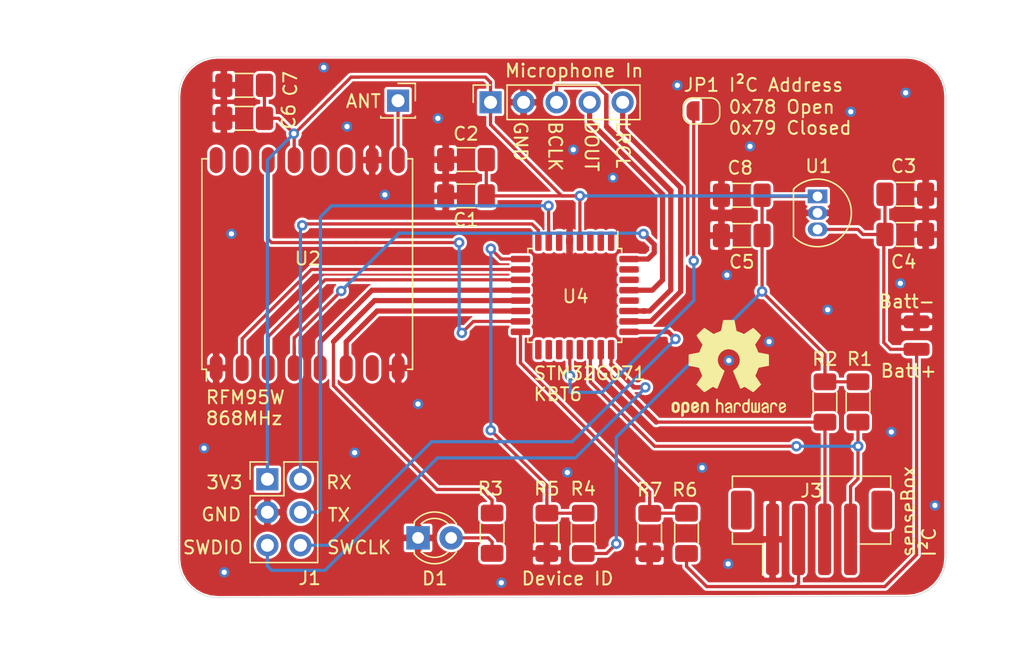
<source format=kicad_pcb>
(kicad_pcb (version 20171130) (host pcbnew 5.1.9)

  (general
    (thickness 1.6)
    (drawings 28)
    (tracks 267)
    (zones 0)
    (modules 27)
    (nets 41)
  )

  (page A4)
  (layers
    (0 F.Cu signal)
    (31 B.Cu signal)
    (32 B.Adhes user)
    (33 F.Adhes user)
    (34 B.Paste user)
    (35 F.Paste user)
    (36 B.SilkS user)
    (37 F.SilkS user)
    (38 B.Mask user)
    (39 F.Mask user)
    (40 Dwgs.User user)
    (41 Cmts.User user)
    (42 Eco1.User user)
    (43 Eco2.User user)
    (44 Edge.Cuts user)
    (45 Margin user)
    (46 B.CrtYd user)
    (47 F.CrtYd user)
    (48 B.Fab user)
    (49 F.Fab user hide)
  )

  (setup
    (last_trace_width 0.25)
    (trace_clearance 0.2)
    (zone_clearance 0.1)
    (zone_45_only yes)
    (trace_min 0.2)
    (via_size 0.8)
    (via_drill 0.4)
    (via_min_size 0.4)
    (via_min_drill 0.3)
    (uvia_size 0.3)
    (uvia_drill 0.1)
    (uvias_allowed no)
    (uvia_min_size 0.2)
    (uvia_min_drill 0.1)
    (edge_width 0.05)
    (segment_width 0.2)
    (pcb_text_width 0.3)
    (pcb_text_size 1.5 1.5)
    (mod_edge_width 0.12)
    (mod_text_size 1 1)
    (mod_text_width 0.15)
    (pad_size 1.524 1.524)
    (pad_drill 0.762)
    (pad_to_mask_clearance 0)
    (aux_axis_origin 0 0)
    (grid_origin 220.868 73.494)
    (visible_elements FFFFFF7F)
    (pcbplotparams
      (layerselection 0x010f0_ffffffff)
      (usegerberextensions false)
      (usegerberattributes false)
      (usegerberadvancedattributes false)
      (creategerberjobfile false)
      (excludeedgelayer true)
      (linewidth 0.150000)
      (plotframeref false)
      (viasonmask false)
      (mode 1)
      (useauxorigin false)
      (hpglpennumber 1)
      (hpglpenspeed 20)
      (hpglpendiameter 15.000000)
      (psnegative false)
      (psa4output false)
      (plotreference true)
      (plotvalue false)
      (plotinvisibletext false)
      (padsonsilk true)
      (subtractmaskfromsilk false)
      (outputformat 1)
      (mirror false)
      (drillshape 0)
      (scaleselection 1)
      (outputdirectory "gerber/"))
  )

  (net 0 "")
  (net 1 GND)
  (net 2 "Net-(D1-Pad2)")
  (net 3 +3V3)
  (net 4 LED1)
  (net 5 TX)
  (net 6 SCK)
  (net 7 DIO0)
  (net 8 MISO)
  (net 9 MOSI)
  (net 10 BCLK)
  (net 11 DOUT)
  (net 12 LRCL_WS)
  (net 13 SCL)
  (net 14 SDA)
  (net 15 SWDIO)
  (net 16 SWCLK)
  (net 17 RX)
  (net 18 "Net-(U2-Pad7)")
  (net 19 "Net-(U2-Pad11)")
  (net 20 "Net-(U2-Pad12)")
  (net 21 "Net-(U2-Pad15)")
  (net 22 "Net-(U2-Pad16)")
  (net 23 +5V)
  (net 24 I²C-ADDRESS)
  (net 25 DEVICE_ID)
  (net 26 BATT_SENSE)
  (net 27 SPI_NSS)
  (net 28 SPI_RESET)
  (net 29 "Net-(U4-Pad31)")
  (net 30 "Net-(U4-Pad30)")
  (net 31 "Net-(U4-Pad28)")
  (net 32 "Net-(U4-Pad21)")
  (net 33 "Net-(U4-Pad19)")
  (net 34 "Net-(U4-Pad18)")
  (net 35 "Net-(U4-Pad17)")
  (net 36 "Net-(U4-Pad6)")
  (net 37 "Net-(U4-Pad3)")
  (net 38 "Net-(U4-Pad2)")
  (net 39 "Net-(U4-Pad1)")
  (net 40 "Net-(J6-Pad1)")

  (net_class Default "This is the default net class."
    (clearance 0.2)
    (trace_width 0.25)
    (via_dia 0.8)
    (via_drill 0.4)
    (uvia_dia 0.3)
    (uvia_drill 0.1)
    (add_net +3V3)
    (add_net +5V)
    (add_net BATT_SENSE)
    (add_net BCLK)
    (add_net DEVICE_ID)
    (add_net DIO0)
    (add_net DOUT)
    (add_net GND)
    (add_net I²C-ADDRESS)
    (add_net LED1)
    (add_net LRCL_WS)
    (add_net MISO)
    (add_net MOSI)
    (add_net "Net-(D1-Pad2)")
    (add_net "Net-(J6-Pad1)")
    (add_net "Net-(U2-Pad11)")
    (add_net "Net-(U2-Pad12)")
    (add_net "Net-(U2-Pad15)")
    (add_net "Net-(U2-Pad16)")
    (add_net "Net-(U2-Pad7)")
    (add_net "Net-(U4-Pad1)")
    (add_net "Net-(U4-Pad17)")
    (add_net "Net-(U4-Pad18)")
    (add_net "Net-(U4-Pad19)")
    (add_net "Net-(U4-Pad2)")
    (add_net "Net-(U4-Pad21)")
    (add_net "Net-(U4-Pad28)")
    (add_net "Net-(U4-Pad3)")
    (add_net "Net-(U4-Pad30)")
    (add_net "Net-(U4-Pad31)")
    (add_net "Net-(U4-Pad6)")
    (add_net RX)
    (add_net SCK)
    (add_net SCL)
    (add_net SDA)
    (add_net SPI_NSS)
    (add_net SPI_RESET)
    (add_net SWCLK)
    (add_net SWDIO)
    (add_net TX)
  )

  (module masterarbeit:HOPERF_RFM9XW_SMD_Castellated (layer F.Cu) (tedit 60117980) (tstamp 6011B635)
    (at 209.55 65.024 90)
    (descr "Low Power Long Range Transceiver Module SMD-16 (https://www.hoperf.com/data/upload/portal/20181127/5bfcbea20e9ef.pdf)")
    (tags "LoRa Low Power Long Range Transceiver Module")
    (path /5FF4BB32)
    (attr smd)
    (fp_text reference U2 (at 0.42 0.0404 180) (layer F.SilkS)
      (effects (font (size 1 1) (thickness 0.15)))
    )
    (fp_text value RFM95W-868S2 (at 0 9.5 90) (layer F.Fab)
      (effects (font (size 1 1) (thickness 0.15)))
    )
    (fp_line (start -7 -8) (end -8 -7) (layer F.Fab) (width 0.1))
    (fp_line (start -8.1 -7.75) (end -9 -7.75) (layer F.SilkS) (width 0.12))
    (fp_line (start -8.1 -8.1) (end -8.1 -7.75) (layer F.SilkS) (width 0.12))
    (fp_line (start 8.1 8.1) (end 8.1 7.7) (layer F.SilkS) (width 0.12))
    (fp_line (start -8.1 8.1) (end 8.1 8.1) (layer F.SilkS) (width 0.12))
    (fp_line (start -8.1 7.7) (end -8.1 8.1) (layer F.SilkS) (width 0.12))
    (fp_line (start 8.1 -8.1) (end 8.1 -7.7) (layer F.SilkS) (width 0.12))
    (fp_line (start -8.1 -8.1) (end 8.1 -8.1) (layer F.SilkS) (width 0.12))
    (fp_line (start -9.25 8.25) (end -9.25 -8.25) (layer F.CrtYd) (width 0.05))
    (fp_line (start -9.25 8.25) (end 9.25 8.25) (layer F.CrtYd) (width 0.05))
    (fp_line (start 9.25 -8.25) (end 9.25 8.25) (layer F.CrtYd) (width 0.05))
    (fp_line (start -9.25 -8.25) (end 9.25 -8.25) (layer F.CrtYd) (width 0.05))
    (fp_line (start -8 8) (end -8 -7) (layer F.Fab) (width 0.1))
    (fp_line (start -8 8) (end 8 8) (layer F.Fab) (width 0.1))
    (fp_line (start 8 8) (end 8 -8) (layer F.Fab) (width 0.1))
    (fp_line (start -7 -8) (end 8 -8) (layer F.Fab) (width 0.1))
    (fp_text user %R (at 0 0 90) (layer F.Fab)
      (effects (font (size 1 1) (thickness 0.15)))
    )
    (pad 16 smd oval (at 8 -7 90) (size 2 1) (layers F.Cu F.Paste F.Mask)
      (net 22 "Net-(U2-Pad16)"))
    (pad 15 smd oval (at 8 -5 90) (size 2 1) (layers F.Cu F.Paste F.Mask)
      (net 21 "Net-(U2-Pad15)"))
    (pad 14 smd oval (at 8 -3 90) (size 2 1) (layers F.Cu F.Paste F.Mask)
      (net 7 DIO0))
    (pad 13 smd oval (at 8 -1 90) (size 2 1) (layers F.Cu F.Paste F.Mask)
      (net 3 +3V3))
    (pad 12 smd oval (at 8 1 90) (size 2 1) (layers F.Cu F.Paste F.Mask)
      (net 20 "Net-(U2-Pad12)"))
    (pad 11 smd oval (at 8 3 90) (size 2 1) (layers F.Cu F.Paste F.Mask)
      (net 19 "Net-(U2-Pad11)"))
    (pad 10 smd oval (at 8 5 90) (size 2 1) (layers F.Cu F.Paste F.Mask)
      (net 1 GND))
    (pad 9 smd oval (at 8 7 90) (size 2 1) (layers F.Cu F.Paste F.Mask)
      (net 40 "Net-(J6-Pad1)"))
    (pad 8 smd oval (at -8 7 90) (size 2 1) (layers F.Cu F.Paste F.Mask)
      (net 1 GND))
    (pad 7 smd oval (at -8 5 90) (size 2 1) (layers F.Cu F.Paste F.Mask)
      (net 18 "Net-(U2-Pad7)"))
    (pad 6 smd oval (at -8 3 90) (size 2 1) (layers F.Cu F.Paste F.Mask)
      (net 28 SPI_RESET))
    (pad 5 smd oval (at -8 1 90) (size 2 1) (layers F.Cu F.Paste F.Mask)
      (net 27 SPI_NSS))
    (pad 4 smd oval (at -8 -1 90) (size 2 1) (layers F.Cu F.Paste F.Mask)
      (net 6 SCK))
    (pad 3 smd oval (at -8 -3 90) (size 2 1) (layers F.Cu F.Paste F.Mask)
      (net 9 MOSI))
    (pad 2 smd oval (at -8 -5 90) (size 2 1) (layers F.Cu F.Paste F.Mask)
      (net 8 MISO))
    (pad 1 smd oval (at -8 -7 90) (size 2 1) (layers F.Cu F.Paste F.Mask)
      (net 1 GND))
    (model ${KISYS3DMOD}/RF_Module.3dshapes/HOPERF_RFM9XW_SMD.wrl
      (offset (xyz 10.5 0 0))
      (scale (xyz 1 1 1))
      (rotate (xyz 60 0 0))
    )
    (model "/home/lukas/Downloads/RFM95 LoRa v15.step"
      (offset (xyz 8 -8 0))
      (scale (xyz 1 1 1))
      (rotate (xyz -90 0 180))
    )
  )

  (module Symbol:OSHW-Logo2_9.8x8mm_SilkScreen (layer F.Cu) (tedit 0) (tstamp 6011EBD9)
    (at 241.968 73.044)
    (descr "Open Source Hardware Symbol")
    (tags "Logo Symbol OSHW")
    (attr virtual)
    (fp_text reference REF** (at 0 0) (layer F.SilkS) hide
      (effects (font (size 1 1) (thickness 0.15)))
    )
    (fp_text value OSHW-Logo2_9.8x8mm_SilkScreen (at 0.75 0) (layer F.Fab) hide
      (effects (font (size 1 1) (thickness 0.15)))
    )
    (fp_poly (pts (xy -3.231114 2.584505) (xy -3.156461 2.621727) (xy -3.090569 2.690261) (xy -3.072423 2.715648)
      (xy -3.052655 2.748866) (xy -3.039828 2.784945) (xy -3.03249 2.833098) (xy -3.029187 2.902536)
      (xy -3.028462 2.994206) (xy -3.031737 3.11983) (xy -3.043123 3.214154) (xy -3.064959 3.284523)
      (xy -3.099581 3.338286) (xy -3.14933 3.382788) (xy -3.152986 3.385423) (xy -3.202015 3.412377)
      (xy -3.261055 3.425712) (xy -3.336141 3.429) (xy -3.458205 3.429) (xy -3.458256 3.547497)
      (xy -3.459392 3.613492) (xy -3.466314 3.652202) (xy -3.484402 3.675419) (xy -3.519038 3.694933)
      (xy -3.527355 3.69892) (xy -3.56628 3.717603) (xy -3.596417 3.729403) (xy -3.618826 3.730422)
      (xy -3.634567 3.716761) (xy -3.644698 3.684522) (xy -3.650277 3.629804) (xy -3.652365 3.548711)
      (xy -3.652019 3.437344) (xy -3.6503 3.291802) (xy -3.649763 3.248269) (xy -3.647828 3.098205)
      (xy -3.646096 3.000042) (xy -3.458308 3.000042) (xy -3.457252 3.083364) (xy -3.452562 3.13788)
      (xy -3.441949 3.173837) (xy -3.423128 3.201482) (xy -3.41035 3.214965) (xy -3.35811 3.254417)
      (xy -3.311858 3.257628) (xy -3.264133 3.225049) (xy -3.262923 3.223846) (xy -3.243506 3.198668)
      (xy -3.231693 3.164447) (xy -3.225735 3.111748) (xy -3.22388 3.031131) (xy -3.223846 3.013271)
      (xy -3.22833 2.902175) (xy -3.242926 2.825161) (xy -3.26935 2.778147) (xy -3.309317 2.75705)
      (xy -3.332416 2.754923) (xy -3.387238 2.7649) (xy -3.424842 2.797752) (xy -3.447477 2.857857)
      (xy -3.457394 2.949598) (xy -3.458308 3.000042) (xy -3.646096 3.000042) (xy -3.645778 2.98206)
      (xy -3.643127 2.894679) (xy -3.639394 2.830905) (xy -3.634093 2.785582) (xy -3.626742 2.753555)
      (xy -3.616857 2.729668) (xy -3.603954 2.708764) (xy -3.598421 2.700898) (xy -3.525031 2.626595)
      (xy -3.43224 2.584467) (xy -3.324904 2.572722) (xy -3.231114 2.584505)) (layer F.SilkS) (width 0.01))
    (fp_poly (pts (xy -1.728336 2.595089) (xy -1.665633 2.631358) (xy -1.622039 2.667358) (xy -1.590155 2.705075)
      (xy -1.56819 2.751199) (xy -1.554351 2.812421) (xy -1.546847 2.895431) (xy -1.543883 3.006919)
      (xy -1.543539 3.087062) (xy -1.543539 3.382065) (xy -1.709615 3.456515) (xy -1.719385 3.133402)
      (xy -1.723421 3.012729) (xy -1.727656 2.925141) (xy -1.732903 2.86465) (xy -1.739975 2.825268)
      (xy -1.749689 2.801007) (xy -1.762856 2.78588) (xy -1.767081 2.782606) (xy -1.831091 2.757034)
      (xy -1.895792 2.767153) (xy -1.934308 2.794) (xy -1.949975 2.813024) (xy -1.96082 2.837988)
      (xy -1.967712 2.875834) (xy -1.971521 2.933502) (xy -1.973117 3.017935) (xy -1.973385 3.105928)
      (xy -1.973437 3.216323) (xy -1.975328 3.294463) (xy -1.981655 3.347165) (xy -1.995017 3.381242)
      (xy -2.018015 3.403511) (xy -2.053246 3.420787) (xy -2.100303 3.438738) (xy -2.151697 3.458278)
      (xy -2.145579 3.111485) (xy -2.143116 2.986468) (xy -2.140233 2.894082) (xy -2.136102 2.827881)
      (xy -2.129893 2.78142) (xy -2.120774 2.748256) (xy -2.107917 2.721944) (xy -2.092416 2.698729)
      (xy -2.017629 2.624569) (xy -1.926372 2.581684) (xy -1.827117 2.571412) (xy -1.728336 2.595089)) (layer F.SilkS) (width 0.01))
    (fp_poly (pts (xy -3.983114 2.587256) (xy -3.891536 2.635409) (xy -3.823951 2.712905) (xy -3.799943 2.762727)
      (xy -3.781262 2.837533) (xy -3.771699 2.932052) (xy -3.770792 3.03521) (xy -3.778079 3.135935)
      (xy -3.793097 3.223153) (xy -3.815385 3.285791) (xy -3.822235 3.296579) (xy -3.903368 3.377105)
      (xy -3.999734 3.425336) (xy -4.104299 3.43945) (xy -4.210032 3.417629) (xy -4.239457 3.404547)
      (xy -4.296759 3.364231) (xy -4.34705 3.310775) (xy -4.351803 3.303995) (xy -4.371122 3.271321)
      (xy -4.383892 3.236394) (xy -4.391436 3.190414) (xy -4.395076 3.124584) (xy -4.396135 3.030105)
      (xy -4.396154 3.008923) (xy -4.396106 3.002182) (xy -4.200769 3.002182) (xy -4.199632 3.091349)
      (xy -4.195159 3.15052) (xy -4.185754 3.188741) (xy -4.169824 3.215053) (xy -4.161692 3.223846)
      (xy -4.114942 3.257261) (xy -4.069553 3.255737) (xy -4.02366 3.226752) (xy -3.996288 3.195809)
      (xy -3.980077 3.150643) (xy -3.970974 3.07942) (xy -3.970349 3.071114) (xy -3.968796 2.942037)
      (xy -3.985035 2.846172) (xy -4.018848 2.784107) (xy -4.070016 2.756432) (xy -4.08828 2.754923)
      (xy -4.13624 2.762513) (xy -4.169047 2.788808) (xy -4.189105 2.839095) (xy -4.198822 2.918664)
      (xy -4.200769 3.002182) (xy -4.396106 3.002182) (xy -4.395426 2.908249) (xy -4.392371 2.837906)
      (xy -4.385678 2.789163) (xy -4.37404 2.753288) (xy -4.356147 2.721548) (xy -4.352192 2.715648)
      (xy -4.285733 2.636104) (xy -4.213315 2.589929) (xy -4.125151 2.571599) (xy -4.095213 2.570703)
      (xy -3.983114 2.587256)) (layer F.SilkS) (width 0.01))
    (fp_poly (pts (xy -2.465746 2.599745) (xy -2.388714 2.651567) (xy -2.329184 2.726412) (xy -2.293622 2.821654)
      (xy -2.286429 2.891756) (xy -2.287246 2.921009) (xy -2.294086 2.943407) (xy -2.312888 2.963474)
      (xy -2.349592 2.985733) (xy -2.410138 3.014709) (xy -2.500466 3.054927) (xy -2.500923 3.055129)
      (xy -2.584067 3.09321) (xy -2.652247 3.127025) (xy -2.698495 3.152933) (xy -2.715842 3.167295)
      (xy -2.715846 3.167411) (xy -2.700557 3.198685) (xy -2.664804 3.233157) (xy -2.623758 3.25799)
      (xy -2.602963 3.262923) (xy -2.54623 3.245862) (xy -2.497373 3.203133) (xy -2.473535 3.156155)
      (xy -2.450603 3.121522) (xy -2.405682 3.082081) (xy -2.352877 3.048009) (xy -2.30629 3.02948)
      (xy -2.296548 3.028462) (xy -2.285582 3.045215) (xy -2.284921 3.088039) (xy -2.29298 3.145781)
      (xy -2.308173 3.207289) (xy -2.328914 3.261409) (xy -2.329962 3.26351) (xy -2.392379 3.35066)
      (xy -2.473274 3.409939) (xy -2.565144 3.439034) (xy -2.660487 3.435634) (xy -2.751802 3.397428)
      (xy -2.755862 3.394741) (xy -2.827694 3.329642) (xy -2.874927 3.244705) (xy -2.901066 3.133021)
      (xy -2.904574 3.101643) (xy -2.910787 2.953536) (xy -2.903339 2.884468) (xy -2.715846 2.884468)
      (xy -2.71341 2.927552) (xy -2.700086 2.940126) (xy -2.666868 2.930719) (xy -2.614506 2.908483)
      (xy -2.555976 2.88061) (xy -2.554521 2.879872) (xy -2.504911 2.853777) (xy -2.485 2.836363)
      (xy -2.48991 2.818107) (xy -2.510584 2.79412) (xy -2.563181 2.759406) (xy -2.619823 2.756856)
      (xy -2.670631 2.782119) (xy -2.705724 2.830847) (xy -2.715846 2.884468) (xy -2.903339 2.884468)
      (xy -2.898008 2.835036) (xy -2.865222 2.741055) (xy -2.819579 2.675215) (xy -2.737198 2.608681)
      (xy -2.646454 2.575676) (xy -2.553815 2.573573) (xy -2.465746 2.599745)) (layer F.SilkS) (width 0.01))
    (fp_poly (pts (xy -0.840154 2.49212) (xy -0.834428 2.57198) (xy -0.827851 2.619039) (xy -0.818738 2.639566)
      (xy -0.805402 2.639829) (xy -0.801077 2.637378) (xy -0.743556 2.619636) (xy -0.668732 2.620672)
      (xy -0.592661 2.63891) (xy -0.545082 2.662505) (xy -0.496298 2.700198) (xy -0.460636 2.742855)
      (xy -0.436155 2.797057) (xy -0.420913 2.869384) (xy -0.41297 2.966419) (xy -0.410384 3.094742)
      (xy -0.410338 3.119358) (xy -0.410308 3.39587) (xy -0.471839 3.41732) (xy -0.515541 3.431912)
      (xy -0.539518 3.438706) (xy -0.540223 3.438769) (xy -0.542585 3.420345) (xy -0.544594 3.369526)
      (xy -0.546099 3.292993) (xy -0.546947 3.19743) (xy -0.547077 3.139329) (xy -0.547349 3.024771)
      (xy -0.548748 2.942667) (xy -0.552151 2.886393) (xy -0.558433 2.849326) (xy -0.568471 2.824844)
      (xy -0.583139 2.806325) (xy -0.592298 2.797406) (xy -0.655211 2.761466) (xy -0.723864 2.758775)
      (xy -0.786152 2.78917) (xy -0.797671 2.800144) (xy -0.814567 2.820779) (xy -0.826286 2.845256)
      (xy -0.833767 2.880647) (xy -0.837946 2.934026) (xy -0.839763 3.012466) (xy -0.840154 3.120617)
      (xy -0.840154 3.39587) (xy -0.901685 3.41732) (xy -0.945387 3.431912) (xy -0.969364 3.438706)
      (xy -0.97007 3.438769) (xy -0.971874 3.420069) (xy -0.9735 3.367322) (xy -0.974883 3.285557)
      (xy -0.975958 3.179805) (xy -0.97666 3.055094) (xy -0.976923 2.916455) (xy -0.976923 2.381806)
      (xy -0.849923 2.328236) (xy -0.840154 2.49212)) (layer F.SilkS) (width 0.01))
    (fp_poly (pts (xy 0.053501 2.626303) (xy 0.13006 2.654733) (xy 0.130936 2.655279) (xy 0.178285 2.690127)
      (xy 0.213241 2.730852) (xy 0.237825 2.783925) (xy 0.254062 2.855814) (xy 0.263975 2.952992)
      (xy 0.269586 3.081928) (xy 0.270077 3.100298) (xy 0.277141 3.377287) (xy 0.217695 3.408028)
      (xy 0.174681 3.428802) (xy 0.14871 3.438646) (xy 0.147509 3.438769) (xy 0.143014 3.420606)
      (xy 0.139444 3.371612) (xy 0.137248 3.300031) (xy 0.136769 3.242068) (xy 0.136758 3.14817)
      (xy 0.132466 3.089203) (xy 0.117503 3.061079) (xy 0.085482 3.059706) (xy 0.030014 3.080998)
      (xy -0.053731 3.120136) (xy -0.115311 3.152643) (xy -0.146983 3.180845) (xy -0.156294 3.211582)
      (xy -0.156308 3.213104) (xy -0.140943 3.266054) (xy -0.095453 3.29466) (xy -0.025834 3.298803)
      (xy 0.024313 3.298084) (xy 0.050754 3.312527) (xy 0.067243 3.347218) (xy 0.076733 3.391416)
      (xy 0.063057 3.416493) (xy 0.057907 3.420082) (xy 0.009425 3.434496) (xy -0.058469 3.436537)
      (xy -0.128388 3.426983) (xy -0.177932 3.409522) (xy -0.24643 3.351364) (xy -0.285366 3.270408)
      (xy -0.293077 3.20716) (xy -0.287193 3.150111) (xy -0.265899 3.103542) (xy -0.223735 3.062181)
      (xy -0.155241 3.020755) (xy -0.054956 2.973993) (xy -0.048846 2.97135) (xy 0.04149 2.929617)
      (xy 0.097235 2.895391) (xy 0.121129 2.864635) (xy 0.115913 2.833311) (xy 0.084328 2.797383)
      (xy 0.074883 2.789116) (xy 0.011617 2.757058) (xy -0.053936 2.758407) (xy -0.111028 2.789838)
      (xy -0.148907 2.848024) (xy -0.152426 2.859446) (xy -0.1867 2.914837) (xy -0.230191 2.941518)
      (xy -0.293077 2.96796) (xy -0.293077 2.899548) (xy -0.273948 2.80011) (xy -0.217169 2.708902)
      (xy -0.187622 2.678389) (xy -0.120458 2.639228) (xy -0.035044 2.6215) (xy 0.053501 2.626303)) (layer F.SilkS) (width 0.01))
    (fp_poly (pts (xy 0.713362 2.62467) (xy 0.802117 2.657421) (xy 0.874022 2.71535) (xy 0.902144 2.756128)
      (xy 0.932802 2.830954) (xy 0.932165 2.885058) (xy 0.899987 2.921446) (xy 0.888081 2.927633)
      (xy 0.836675 2.946925) (xy 0.810422 2.941982) (xy 0.80153 2.909587) (xy 0.801077 2.891692)
      (xy 0.784797 2.825859) (xy 0.742365 2.779807) (xy 0.683388 2.757564) (xy 0.617475 2.763161)
      (xy 0.563895 2.792229) (xy 0.545798 2.80881) (xy 0.532971 2.828925) (xy 0.524306 2.859332)
      (xy 0.518696 2.906788) (xy 0.515035 2.97805) (xy 0.512215 3.079875) (xy 0.511484 3.112115)
      (xy 0.50882 3.22241) (xy 0.505792 3.300036) (xy 0.50125 3.351396) (xy 0.494046 3.38289)
      (xy 0.483033 3.40092) (xy 0.46706 3.411888) (xy 0.456834 3.416733) (xy 0.413406 3.433301)
      (xy 0.387842 3.438769) (xy 0.379395 3.420507) (xy 0.374239 3.365296) (xy 0.372346 3.272499)
      (xy 0.373689 3.141478) (xy 0.374107 3.121269) (xy 0.377058 3.001733) (xy 0.380548 2.914449)
      (xy 0.385514 2.852591) (xy 0.392893 2.809336) (xy 0.403624 2.77786) (xy 0.418645 2.751339)
      (xy 0.426502 2.739975) (xy 0.471553 2.689692) (xy 0.52194 2.650581) (xy 0.528108 2.647167)
      (xy 0.618458 2.620212) (xy 0.713362 2.62467)) (layer F.SilkS) (width 0.01))
    (fp_poly (pts (xy 1.602081 2.780289) (xy 1.601833 2.92632) (xy 1.600872 3.038655) (xy 1.598794 3.122678)
      (xy 1.595193 3.183769) (xy 1.589665 3.227309) (xy 1.581804 3.258679) (xy 1.571207 3.283262)
      (xy 1.563182 3.297294) (xy 1.496728 3.373388) (xy 1.41247 3.421084) (xy 1.319249 3.438199)
      (xy 1.2259 3.422546) (xy 1.170312 3.394418) (xy 1.111957 3.34576) (xy 1.072186 3.286333)
      (xy 1.04819 3.208507) (xy 1.037161 3.104652) (xy 1.035599 3.028462) (xy 1.035809 3.022986)
      (xy 1.172308 3.022986) (xy 1.173141 3.110355) (xy 1.176961 3.168192) (xy 1.185746 3.206029)
      (xy 1.201474 3.233398) (xy 1.220266 3.254042) (xy 1.283375 3.29389) (xy 1.351137 3.297295)
      (xy 1.415179 3.264025) (xy 1.420164 3.259517) (xy 1.441439 3.236067) (xy 1.454779 3.208166)
      (xy 1.462001 3.166641) (xy 1.464923 3.102316) (xy 1.465385 3.0312) (xy 1.464383 2.941858)
      (xy 1.460238 2.882258) (xy 1.451236 2.843089) (xy 1.435667 2.81504) (xy 1.422902 2.800144)
      (xy 1.3636 2.762575) (xy 1.295301 2.758057) (xy 1.23011 2.786753) (xy 1.217528 2.797406)
      (xy 1.196111 2.821063) (xy 1.182744 2.849251) (xy 1.175566 2.891245) (xy 1.172719 2.956319)
      (xy 1.172308 3.022986) (xy 1.035809 3.022986) (xy 1.040322 2.905765) (xy 1.056362 2.813577)
      (xy 1.086528 2.744269) (xy 1.133629 2.690211) (xy 1.170312 2.662505) (xy 1.23699 2.632572)
      (xy 1.314272 2.618678) (xy 1.38611 2.622397) (xy 1.426308 2.6374) (xy 1.442082 2.64167)
      (xy 1.45255 2.62575) (xy 1.459856 2.583089) (xy 1.465385 2.518106) (xy 1.471437 2.445732)
      (xy 1.479844 2.402187) (xy 1.495141 2.377287) (xy 1.521864 2.360845) (xy 1.538654 2.353564)
      (xy 1.602154 2.326963) (xy 1.602081 2.780289)) (layer F.SilkS) (width 0.01))
    (fp_poly (pts (xy 2.395929 2.636662) (xy 2.398911 2.688068) (xy 2.401247 2.766192) (xy 2.402749 2.864857)
      (xy 2.403231 2.968343) (xy 2.403231 3.318533) (xy 2.341401 3.380363) (xy 2.298793 3.418462)
      (xy 2.26139 3.433895) (xy 2.21027 3.432918) (xy 2.189978 3.430433) (xy 2.126554 3.4232)
      (xy 2.074095 3.419055) (xy 2.061308 3.418672) (xy 2.018199 3.421176) (xy 1.956544 3.427462)
      (xy 1.932638 3.430433) (xy 1.873922 3.435028) (xy 1.834464 3.425046) (xy 1.795338 3.394228)
      (xy 1.781215 3.380363) (xy 1.719385 3.318533) (xy 1.719385 2.663503) (xy 1.76915 2.640829)
      (xy 1.812002 2.624034) (xy 1.837073 2.618154) (xy 1.843501 2.636736) (xy 1.849509 2.688655)
      (xy 1.854697 2.768172) (xy 1.858664 2.869546) (xy 1.860577 2.955192) (xy 1.865923 3.292231)
      (xy 1.91256 3.298825) (xy 1.954976 3.294214) (xy 1.97576 3.279287) (xy 1.98157 3.251377)
      (xy 1.98653 3.191925) (xy 1.990246 3.108466) (xy 1.992324 3.008532) (xy 1.992624 2.957104)
      (xy 1.992923 2.661054) (xy 2.054454 2.639604) (xy 2.098004 2.62502) (xy 2.121694 2.618219)
      (xy 2.122377 2.618154) (xy 2.124754 2.636642) (xy 2.127366 2.687906) (xy 2.129995 2.765649)
      (xy 2.132421 2.863574) (xy 2.134115 2.955192) (xy 2.139461 3.292231) (xy 2.256692 3.292231)
      (xy 2.262072 2.984746) (xy 2.267451 2.677261) (xy 2.324601 2.647707) (xy 2.366797 2.627413)
      (xy 2.39177 2.618204) (xy 2.392491 2.618154) (xy 2.395929 2.636662)) (layer F.SilkS) (width 0.01))
    (fp_poly (pts (xy 2.887333 2.633528) (xy 2.94359 2.659117) (xy 2.987747 2.690124) (xy 3.020101 2.724795)
      (xy 3.042438 2.76952) (xy 3.056546 2.830692) (xy 3.064211 2.914701) (xy 3.06722 3.02794)
      (xy 3.067538 3.102509) (xy 3.067538 3.39342) (xy 3.017773 3.416095) (xy 2.978576 3.432667)
      (xy 2.959157 3.438769) (xy 2.955442 3.42061) (xy 2.952495 3.371648) (xy 2.950691 3.300153)
      (xy 2.950308 3.243385) (xy 2.948661 3.161371) (xy 2.944222 3.096309) (xy 2.93774 3.056467)
      (xy 2.93259 3.048) (xy 2.897977 3.056646) (xy 2.84364 3.078823) (xy 2.780722 3.108886)
      (xy 2.720368 3.141192) (xy 2.673721 3.170098) (xy 2.651926 3.189961) (xy 2.651839 3.190175)
      (xy 2.653714 3.226935) (xy 2.670525 3.262026) (xy 2.700039 3.290528) (xy 2.743116 3.300061)
      (xy 2.779932 3.29895) (xy 2.832074 3.298133) (xy 2.859444 3.310349) (xy 2.875882 3.342624)
      (xy 2.877955 3.34871) (xy 2.885081 3.394739) (xy 2.866024 3.422687) (xy 2.816353 3.436007)
      (xy 2.762697 3.43847) (xy 2.666142 3.42021) (xy 2.616159 3.394131) (xy 2.554429 3.332868)
      (xy 2.52169 3.25767) (xy 2.518753 3.178211) (xy 2.546424 3.104167) (xy 2.588047 3.057769)
      (xy 2.629604 3.031793) (xy 2.694922 2.998907) (xy 2.771038 2.965557) (xy 2.783726 2.960461)
      (xy 2.867333 2.923565) (xy 2.91553 2.891046) (xy 2.93103 2.858718) (xy 2.91655 2.822394)
      (xy 2.891692 2.794) (xy 2.832939 2.759039) (xy 2.768293 2.756417) (xy 2.709008 2.783358)
      (xy 2.666339 2.837088) (xy 2.660739 2.85095) (xy 2.628133 2.901936) (xy 2.58053 2.939787)
      (xy 2.520461 2.97085) (xy 2.520461 2.882768) (xy 2.523997 2.828951) (xy 2.539156 2.786534)
      (xy 2.572768 2.741279) (xy 2.605035 2.70642) (xy 2.655209 2.657062) (xy 2.694193 2.630547)
      (xy 2.736064 2.619911) (xy 2.78346 2.618154) (xy 2.887333 2.633528)) (layer F.SilkS) (width 0.01))
    (fp_poly (pts (xy 3.570807 2.636782) (xy 3.594161 2.646988) (xy 3.649902 2.691134) (xy 3.697569 2.754967)
      (xy 3.727048 2.823087) (xy 3.731846 2.85667) (xy 3.71576 2.903556) (xy 3.680475 2.928365)
      (xy 3.642644 2.943387) (xy 3.625321 2.946155) (xy 3.616886 2.926066) (xy 3.60023 2.882351)
      (xy 3.592923 2.862598) (xy 3.551948 2.794271) (xy 3.492622 2.760191) (xy 3.416552 2.761239)
      (xy 3.410918 2.762581) (xy 3.370305 2.781836) (xy 3.340448 2.819375) (xy 3.320055 2.879809)
      (xy 3.307836 2.967751) (xy 3.3025 3.087813) (xy 3.302 3.151698) (xy 3.301752 3.252403)
      (xy 3.300126 3.321054) (xy 3.295801 3.364673) (xy 3.287454 3.390282) (xy 3.273765 3.404903)
      (xy 3.253411 3.415558) (xy 3.252234 3.416095) (xy 3.213038 3.432667) (xy 3.193619 3.438769)
      (xy 3.190635 3.420319) (xy 3.188081 3.369323) (xy 3.18614 3.292308) (xy 3.184997 3.195805)
      (xy 3.184769 3.125184) (xy 3.185932 2.988525) (xy 3.190479 2.884851) (xy 3.199999 2.808108)
      (xy 3.216081 2.752246) (xy 3.240313 2.711212) (xy 3.274286 2.678954) (xy 3.307833 2.65644)
      (xy 3.388499 2.626476) (xy 3.482381 2.619718) (xy 3.570807 2.636782)) (layer F.SilkS) (width 0.01))
    (fp_poly (pts (xy 4.245224 2.647838) (xy 4.322528 2.698361) (xy 4.359814 2.74359) (xy 4.389353 2.825663)
      (xy 4.391699 2.890607) (xy 4.386385 2.977445) (xy 4.186115 3.065103) (xy 4.088739 3.109887)
      (xy 4.025113 3.145913) (xy 3.992029 3.177117) (xy 3.98628 3.207436) (xy 4.004658 3.240805)
      (xy 4.024923 3.262923) (xy 4.083889 3.298393) (xy 4.148024 3.300879) (xy 4.206926 3.273235)
      (xy 4.250197 3.21832) (xy 4.257936 3.198928) (xy 4.295006 3.138364) (xy 4.337654 3.112552)
      (xy 4.396154 3.090471) (xy 4.396154 3.174184) (xy 4.390982 3.23115) (xy 4.370723 3.279189)
      (xy 4.328262 3.334346) (xy 4.321951 3.341514) (xy 4.27472 3.390585) (xy 4.234121 3.41692)
      (xy 4.183328 3.429035) (xy 4.14122 3.433003) (xy 4.065902 3.433991) (xy 4.012286 3.421466)
      (xy 3.978838 3.402869) (xy 3.926268 3.361975) (xy 3.889879 3.317748) (xy 3.86685 3.262126)
      (xy 3.854359 3.187047) (xy 3.849587 3.084449) (xy 3.849206 3.032376) (xy 3.850501 2.969948)
      (xy 3.968471 2.969948) (xy 3.969839 3.003438) (xy 3.973249 3.008923) (xy 3.995753 3.001472)
      (xy 4.044182 2.981753) (xy 4.108908 2.953718) (xy 4.122443 2.947692) (xy 4.204244 2.906096)
      (xy 4.249312 2.869538) (xy 4.259217 2.835296) (xy 4.235526 2.800648) (xy 4.21596 2.785339)
      (xy 4.14536 2.754721) (xy 4.07928 2.75978) (xy 4.023959 2.797151) (xy 3.985636 2.863473)
      (xy 3.973349 2.916116) (xy 3.968471 2.969948) (xy 3.850501 2.969948) (xy 3.85173 2.91072)
      (xy 3.861032 2.82071) (xy 3.87946 2.755167) (xy 3.90936 2.706912) (xy 3.95308 2.668767)
      (xy 3.972141 2.65644) (xy 4.058726 2.624336) (xy 4.153522 2.622316) (xy 4.245224 2.647838)) (layer F.SilkS) (width 0.01))
    (fp_poly (pts (xy 0.139878 -3.712224) (xy 0.245612 -3.711645) (xy 0.322132 -3.710078) (xy 0.374372 -3.707028)
      (xy 0.407263 -3.702004) (xy 0.425737 -3.694511) (xy 0.434727 -3.684056) (xy 0.439163 -3.670147)
      (xy 0.439594 -3.668346) (xy 0.446333 -3.635855) (xy 0.458808 -3.571748) (xy 0.475719 -3.482849)
      (xy 0.495771 -3.375981) (xy 0.517664 -3.257967) (xy 0.518429 -3.253822) (xy 0.540359 -3.138169)
      (xy 0.560877 -3.035986) (xy 0.578659 -2.953402) (xy 0.592381 -2.896544) (xy 0.600718 -2.871542)
      (xy 0.601116 -2.871099) (xy 0.625677 -2.85889) (xy 0.676315 -2.838544) (xy 0.742095 -2.814455)
      (xy 0.742461 -2.814326) (xy 0.825317 -2.783182) (xy 0.923 -2.743509) (xy 1.015077 -2.703619)
      (xy 1.019434 -2.701647) (xy 1.169407 -2.63358) (xy 1.501498 -2.860361) (xy 1.603374 -2.929496)
      (xy 1.695657 -2.991303) (xy 1.773003 -3.042267) (xy 1.830064 -3.078873) (xy 1.861495 -3.097606)
      (xy 1.864479 -3.098996) (xy 1.887321 -3.09281) (xy 1.929982 -3.062965) (xy 1.994128 -3.008053)
      (xy 2.081421 -2.926666) (xy 2.170535 -2.840078) (xy 2.256441 -2.754753) (xy 2.333327 -2.676892)
      (xy 2.396564 -2.611303) (xy 2.441523 -2.562795) (xy 2.463576 -2.536175) (xy 2.464396 -2.534805)
      (xy 2.466834 -2.516537) (xy 2.45765 -2.486705) (xy 2.434574 -2.441279) (xy 2.395337 -2.37623)
      (xy 2.33767 -2.28753) (xy 2.260795 -2.173343) (xy 2.19257 -2.072838) (xy 2.131582 -1.982697)
      (xy 2.081356 -1.908151) (xy 2.045416 -1.854435) (xy 2.027287 -1.826782) (xy 2.026146 -1.824905)
      (xy 2.028359 -1.79841) (xy 2.045138 -1.746914) (xy 2.073142 -1.680149) (xy 2.083122 -1.658828)
      (xy 2.126672 -1.563841) (xy 2.173134 -1.456063) (xy 2.210877 -1.362808) (xy 2.238073 -1.293594)
      (xy 2.259675 -1.240994) (xy 2.272158 -1.213503) (xy 2.273709 -1.211384) (xy 2.296668 -1.207876)
      (xy 2.350786 -1.198262) (xy 2.428868 -1.183911) (xy 2.523719 -1.166193) (xy 2.628143 -1.146475)
      (xy 2.734944 -1.126126) (xy 2.836926 -1.106514) (xy 2.926894 -1.089009) (xy 2.997653 -1.074978)
      (xy 3.042006 -1.065791) (xy 3.052885 -1.063193) (xy 3.064122 -1.056782) (xy 3.072605 -1.042303)
      (xy 3.078714 -1.014867) (xy 3.082832 -0.969589) (xy 3.085341 -0.90158) (xy 3.086621 -0.805953)
      (xy 3.087054 -0.67782) (xy 3.087077 -0.625299) (xy 3.087077 -0.198155) (xy 2.9845 -0.177909)
      (xy 2.927431 -0.16693) (xy 2.842269 -0.150905) (xy 2.739372 -0.131767) (xy 2.629096 -0.111449)
      (xy 2.598615 -0.105868) (xy 2.496855 -0.086083) (xy 2.408205 -0.066627) (xy 2.340108 -0.049303)
      (xy 2.300004 -0.035912) (xy 2.293323 -0.031921) (xy 2.276919 -0.003658) (xy 2.253399 0.051109)
      (xy 2.227316 0.121588) (xy 2.222142 0.136769) (xy 2.187956 0.230896) (xy 2.145523 0.337101)
      (xy 2.103997 0.432473) (xy 2.103792 0.432916) (xy 2.03464 0.582525) (xy 2.489512 1.251617)
      (xy 2.1975 1.544116) (xy 2.10918 1.63117) (xy 2.028625 1.707909) (xy 1.96036 1.770237)
      (xy 1.908908 1.814056) (xy 1.878794 1.83527) (xy 1.874474 1.836616) (xy 1.849111 1.826016)
      (xy 1.797358 1.796547) (xy 1.724868 1.751705) (xy 1.637294 1.694984) (xy 1.542612 1.631462)
      (xy 1.446516 1.566668) (xy 1.360837 1.510287) (xy 1.291016 1.465788) (xy 1.242494 1.436639)
      (xy 1.220782 1.426308) (xy 1.194293 1.43505) (xy 1.144062 1.458087) (xy 1.080451 1.490631)
      (xy 1.073708 1.494249) (xy 0.988046 1.53721) (xy 0.929306 1.558279) (xy 0.892772 1.558503)
      (xy 0.873731 1.538928) (xy 0.87362 1.538654) (xy 0.864102 1.515472) (xy 0.841403 1.460441)
      (xy 0.807282 1.377822) (xy 0.7635 1.271872) (xy 0.711816 1.146852) (xy 0.653992 1.00702)
      (xy 0.597991 0.871637) (xy 0.536447 0.722234) (xy 0.479939 0.583832) (xy 0.430161 0.460673)
      (xy 0.388806 0.357002) (xy 0.357568 0.277059) (xy 0.338141 0.225088) (xy 0.332154 0.205692)
      (xy 0.347168 0.183443) (xy 0.386439 0.147982) (xy 0.438807 0.108887) (xy 0.587941 -0.014755)
      (xy 0.704511 -0.156478) (xy 0.787118 -0.313296) (xy 0.834366 -0.482225) (xy 0.844857 -0.660278)
      (xy 0.837231 -0.742461) (xy 0.795682 -0.912969) (xy 0.724123 -1.063541) (xy 0.626995 -1.192691)
      (xy 0.508734 -1.298936) (xy 0.37378 -1.38079) (xy 0.226571 -1.436768) (xy 0.071544 -1.465385)
      (xy -0.086861 -1.465156) (xy -0.244206 -1.434595) (xy -0.396054 -1.372218) (xy -0.537965 -1.27654)
      (xy -0.597197 -1.222428) (xy -0.710797 -1.08348) (xy -0.789894 -0.931639) (xy -0.835014 -0.771333)
      (xy -0.846684 -0.606988) (xy -0.825431 -0.443029) (xy -0.77178 -0.283882) (xy -0.68626 -0.133975)
      (xy -0.569395 0.002267) (xy -0.438807 0.108887) (xy -0.384412 0.149642) (xy -0.345986 0.184718)
      (xy -0.332154 0.205726) (xy -0.339397 0.228635) (xy -0.359995 0.283365) (xy -0.392254 0.365672)
      (xy -0.434479 0.471315) (xy -0.484977 0.59605) (xy -0.542052 0.735636) (xy -0.598146 0.87167)
      (xy -0.660033 1.021201) (xy -0.717356 1.159767) (xy -0.768356 1.283107) (xy -0.811273 1.386964)
      (xy -0.844347 1.46708) (xy -0.865819 1.519195) (xy -0.873775 1.538654) (xy -0.892571 1.558423)
      (xy -0.928926 1.558365) (xy -0.987521 1.537441) (xy -1.073032 1.494613) (xy -1.073708 1.494249)
      (xy -1.138093 1.461012) (xy -1.190139 1.436802) (xy -1.219488 1.426404) (xy -1.220783 1.426308)
      (xy -1.242876 1.436855) (xy -1.291652 1.466184) (xy -1.361669 1.510827) (xy -1.447486 1.567314)
      (xy -1.542612 1.631462) (xy -1.63946 1.696411) (xy -1.726747 1.752896) (xy -1.798819 1.797421)
      (xy -1.850023 1.82649) (xy -1.874474 1.836616) (xy -1.89699 1.823307) (xy -1.942258 1.786112)
      (xy -2.005756 1.729128) (xy -2.082961 1.656449) (xy -2.169349 1.572171) (xy -2.197601 1.544016)
      (xy -2.489713 1.251416) (xy -2.267369 0.925104) (xy -2.199798 0.824897) (xy -2.140493 0.734963)
      (xy -2.092783 0.66051) (xy -2.059993 0.606751) (xy -2.045452 0.578894) (xy -2.045026 0.576912)
      (xy -2.052692 0.550655) (xy -2.073311 0.497837) (xy -2.103315 0.42731) (xy -2.124375 0.380093)
      (xy -2.163752 0.289694) (xy -2.200835 0.198366) (xy -2.229585 0.1212) (xy -2.237395 0.097692)
      (xy -2.259583 0.034916) (xy -2.281273 -0.013589) (xy -2.293187 -0.031921) (xy -2.319477 -0.043141)
      (xy -2.376858 -0.059046) (xy -2.457882 -0.077833) (xy -2.555105 -0.097701) (xy -2.598615 -0.105868)
      (xy -2.709104 -0.126171) (xy -2.815084 -0.14583) (xy -2.906199 -0.162912) (xy -2.972092 -0.175482)
      (xy -2.9845 -0.177909) (xy -3.087077 -0.198155) (xy -3.087077 -0.625299) (xy -3.086847 -0.765754)
      (xy -3.085901 -0.872021) (xy -3.083859 -0.948987) (xy -3.080338 -1.00154) (xy -3.074957 -1.034567)
      (xy -3.067334 -1.052955) (xy -3.057088 -1.061592) (xy -3.052885 -1.063193) (xy -3.02753 -1.068873)
      (xy -2.971516 -1.080205) (xy -2.892036 -1.095821) (xy -2.796288 -1.114353) (xy -2.691467 -1.134431)
      (xy -2.584768 -1.154688) (xy -2.483387 -1.173754) (xy -2.394521 -1.190261) (xy -2.325363 -1.202841)
      (xy -2.283111 -1.210125) (xy -2.27371 -1.211384) (xy -2.265193 -1.228237) (xy -2.24634 -1.27313)
      (xy -2.220676 -1.33757) (xy -2.210877 -1.362808) (xy -2.171352 -1.460314) (xy -2.124808 -1.568041)
      (xy -2.083123 -1.658828) (xy -2.05245 -1.728247) (xy -2.032044 -1.78529) (xy -2.025232 -1.820223)
      (xy -2.026318 -1.824905) (xy -2.040715 -1.847009) (xy -2.073588 -1.896169) (xy -2.12141 -1.967152)
      (xy -2.180652 -2.054722) (xy -2.247785 -2.153643) (xy -2.261059 -2.17317) (xy -2.338954 -2.28886)
      (xy -2.396213 -2.376956) (xy -2.435119 -2.441514) (xy -2.457956 -2.486589) (xy -2.467006 -2.516237)
      (xy -2.464552 -2.534515) (xy -2.464489 -2.534631) (xy -2.445173 -2.558639) (xy -2.402449 -2.605053)
      (xy -2.340949 -2.669063) (xy -2.265302 -2.745855) (xy -2.180139 -2.830618) (xy -2.170535 -2.840078)
      (xy -2.06321 -2.944011) (xy -1.980385 -3.020325) (xy -1.920395 -3.070429) (xy -1.881577 -3.09573)
      (xy -1.86448 -3.098996) (xy -1.839527 -3.08475) (xy -1.787745 -3.051844) (xy -1.71448 -3.003792)
      (xy -1.62508 -2.94411) (xy -1.524889 -2.876312) (xy -1.501499 -2.860361) (xy -1.169407 -2.63358)
      (xy -1.019435 -2.701647) (xy -0.92823 -2.741315) (xy -0.830331 -2.781209) (xy -0.746169 -2.813017)
      (xy -0.742462 -2.814326) (xy -0.676631 -2.838424) (xy -0.625884 -2.8588) (xy -0.601158 -2.871064)
      (xy -0.601116 -2.871099) (xy -0.593271 -2.893266) (xy -0.579934 -2.947783) (xy -0.56243 -3.02852)
      (xy -0.542083 -3.12935) (xy -0.520218 -3.244144) (xy -0.518429 -3.253822) (xy -0.496496 -3.372096)
      (xy -0.47636 -3.479458) (xy -0.45932 -3.569083) (xy -0.446672 -3.634149) (xy -0.439716 -3.667832)
      (xy -0.439594 -3.668346) (xy -0.435361 -3.682675) (xy -0.427129 -3.693493) (xy -0.409967 -3.701294)
      (xy -0.378942 -3.706571) (xy -0.329122 -3.709818) (xy -0.255576 -3.711528) (xy -0.153371 -3.712193)
      (xy -0.017575 -3.712307) (xy 0 -3.712308) (xy 0.139878 -3.712224)) (layer F.SilkS) (width 0.01))
  )

  (module Capacitor_SMD:C_1206_3216Metric_Pad1.33x1.80mm_HandSolder (layer F.Cu) (tedit 5F68FEEF) (tstamp 6011B94B)
    (at 255.539 62.747)
    (descr "Capacitor SMD 1206 (3216 Metric), square (rectangular) end terminal, IPC_7351 nominal with elongated pad for handsoldering. (Body size source: IPC-SM-782 page 76, https://www.pcb-3d.com/wordpress/wp-content/uploads/ipc-sm-782a_amendment_1_and_2.pdf), generated with kicad-footprint-generator")
    (tags "capacitor handsolder")
    (path /601CF5F2)
    (attr smd)
    (fp_text reference C4 (at -0.127 2.111) (layer F.SilkS)
      (effects (font (size 1 1) (thickness 0.15)))
    )
    (fp_text value 100nF (at 0 1.85) (layer F.Fab)
      (effects (font (size 1 1) (thickness 0.15)))
    )
    (fp_line (start -1.6 0.8) (end -1.6 -0.8) (layer F.Fab) (width 0.1))
    (fp_line (start -1.6 -0.8) (end 1.6 -0.8) (layer F.Fab) (width 0.1))
    (fp_line (start 1.6 -0.8) (end 1.6 0.8) (layer F.Fab) (width 0.1))
    (fp_line (start 1.6 0.8) (end -1.6 0.8) (layer F.Fab) (width 0.1))
    (fp_line (start -0.711252 -0.91) (end 0.711252 -0.91) (layer F.SilkS) (width 0.12))
    (fp_line (start -0.711252 0.91) (end 0.711252 0.91) (layer F.SilkS) (width 0.12))
    (fp_line (start -2.48 1.15) (end -2.48 -1.15) (layer F.CrtYd) (width 0.05))
    (fp_line (start -2.48 -1.15) (end 2.48 -1.15) (layer F.CrtYd) (width 0.05))
    (fp_line (start 2.48 -1.15) (end 2.48 1.15) (layer F.CrtYd) (width 0.05))
    (fp_line (start 2.48 1.15) (end -2.48 1.15) (layer F.CrtYd) (width 0.05))
    (fp_text user %R (at 0 0) (layer F.Fab)
      (effects (font (size 0.8 0.8) (thickness 0.12)))
    )
    (pad 2 smd roundrect (at 1.5625 0) (size 1.325 1.8) (layers F.Cu F.Paste F.Mask) (roundrect_rratio 0.1886769811320755)
      (net 1 GND))
    (pad 1 smd roundrect (at -1.5625 0) (size 1.325 1.8) (layers F.Cu F.Paste F.Mask) (roundrect_rratio 0.1886769811320755)
      (net 23 +5V))
    (model ${KISYS3DMOD}/Capacitor_SMD.3dshapes/C_1206_3216Metric.wrl
      (at (xyz 0 0 0))
      (scale (xyz 1 1 1))
      (rotate (xyz 0 0 0))
    )
  )

  (module Capacitor_SMD:C_1206_3216Metric_Pad1.33x1.80mm_HandSolder (layer F.Cu) (tedit 5F68FEEF) (tstamp 6011B98D)
    (at 255.539 59.651)
    (descr "Capacitor SMD 1206 (3216 Metric), square (rectangular) end terminal, IPC_7351 nominal with elongated pad for handsoldering. (Body size source: IPC-SM-782 page 76, https://www.pcb-3d.com/wordpress/wp-content/uploads/ipc-sm-782a_amendment_1_and_2.pdf), generated with kicad-footprint-generator")
    (tags "capacitor handsolder")
    (path /601CF5F8)
    (attr smd)
    (fp_text reference C3 (at -0.127 -2.159) (layer F.SilkS)
      (effects (font (size 1 1) (thickness 0.15)))
    )
    (fp_text value 4.7µF (at 0 1.85) (layer F.Fab)
      (effects (font (size 1 1) (thickness 0.15)))
    )
    (fp_line (start -1.6 0.8) (end -1.6 -0.8) (layer F.Fab) (width 0.1))
    (fp_line (start -1.6 -0.8) (end 1.6 -0.8) (layer F.Fab) (width 0.1))
    (fp_line (start 1.6 -0.8) (end 1.6 0.8) (layer F.Fab) (width 0.1))
    (fp_line (start 1.6 0.8) (end -1.6 0.8) (layer F.Fab) (width 0.1))
    (fp_line (start -0.711252 -0.91) (end 0.711252 -0.91) (layer F.SilkS) (width 0.12))
    (fp_line (start -0.711252 0.91) (end 0.711252 0.91) (layer F.SilkS) (width 0.12))
    (fp_line (start -2.48 1.15) (end -2.48 -1.15) (layer F.CrtYd) (width 0.05))
    (fp_line (start -2.48 -1.15) (end 2.48 -1.15) (layer F.CrtYd) (width 0.05))
    (fp_line (start 2.48 -1.15) (end 2.48 1.15) (layer F.CrtYd) (width 0.05))
    (fp_line (start 2.48 1.15) (end -2.48 1.15) (layer F.CrtYd) (width 0.05))
    (fp_text user %R (at 0 0) (layer F.Fab)
      (effects (font (size 0.8 0.8) (thickness 0.12)))
    )
    (pad 2 smd roundrect (at 1.5625 0) (size 1.325 1.8) (layers F.Cu F.Paste F.Mask) (roundrect_rratio 0.1886769811320755)
      (net 1 GND))
    (pad 1 smd roundrect (at -1.5625 0) (size 1.325 1.8) (layers F.Cu F.Paste F.Mask) (roundrect_rratio 0.1886769811320755)
      (net 23 +5V))
    (model ${KISYS3DMOD}/Capacitor_SMD.3dshapes/C_1206_3216Metric.wrl
      (at (xyz 0 0 0))
      (scale (xyz 1 1 1))
      (rotate (xyz 0 0 0))
    )
  )

  (module Capacitor_SMD:C_1206_3216Metric_Pad1.33x1.80mm_HandSolder (layer F.Cu) (tedit 5F68FEEF) (tstamp 6011B9BD)
    (at 242.966 59.73 180)
    (descr "Capacitor SMD 1206 (3216 Metric), square (rectangular) end terminal, IPC_7351 nominal with elongated pad for handsoldering. (Body size source: IPC-SM-782 page 76, https://www.pcb-3d.com/wordpress/wp-content/uploads/ipc-sm-782a_amendment_1_and_2.pdf), generated with kicad-footprint-generator")
    (tags "capacitor handsolder")
    (path /601D17B5)
    (attr smd)
    (fp_text reference C8 (at 0.127 2.111) (layer F.SilkS)
      (effects (font (size 1 1) (thickness 0.15)))
    )
    (fp_text value 4.7µF (at 0 1.85) (layer F.Fab)
      (effects (font (size 1 1) (thickness 0.15)))
    )
    (fp_line (start -1.6 0.8) (end -1.6 -0.8) (layer F.Fab) (width 0.1))
    (fp_line (start -1.6 -0.8) (end 1.6 -0.8) (layer F.Fab) (width 0.1))
    (fp_line (start 1.6 -0.8) (end 1.6 0.8) (layer F.Fab) (width 0.1))
    (fp_line (start 1.6 0.8) (end -1.6 0.8) (layer F.Fab) (width 0.1))
    (fp_line (start -0.711252 -0.91) (end 0.711252 -0.91) (layer F.SilkS) (width 0.12))
    (fp_line (start -0.711252 0.91) (end 0.711252 0.91) (layer F.SilkS) (width 0.12))
    (fp_line (start -2.48 1.15) (end -2.48 -1.15) (layer F.CrtYd) (width 0.05))
    (fp_line (start -2.48 -1.15) (end 2.48 -1.15) (layer F.CrtYd) (width 0.05))
    (fp_line (start 2.48 -1.15) (end 2.48 1.15) (layer F.CrtYd) (width 0.05))
    (fp_line (start 2.48 1.15) (end -2.48 1.15) (layer F.CrtYd) (width 0.05))
    (fp_text user %R (at 0 0) (layer F.Fab)
      (effects (font (size 0.8 0.8) (thickness 0.12)))
    )
    (pad 2 smd roundrect (at 1.5625 0 180) (size 1.325 1.8) (layers F.Cu F.Paste F.Mask) (roundrect_rratio 0.1886769811320755)
      (net 1 GND))
    (pad 1 smd roundrect (at -1.5625 0 180) (size 1.325 1.8) (layers F.Cu F.Paste F.Mask) (roundrect_rratio 0.1886769811320755)
      (net 3 +3V3))
    (model ${KISYS3DMOD}/Capacitor_SMD.3dshapes/C_1206_3216Metric.wrl
      (at (xyz 0 0 0))
      (scale (xyz 1 1 1))
      (rotate (xyz 0 0 0))
    )
  )

  (module Capacitor_SMD:C_1206_3216Metric_Pad1.33x1.80mm_HandSolder (layer F.Cu) (tedit 5F68FEEF) (tstamp 6011B9ED)
    (at 242.966 62.826 180)
    (descr "Capacitor SMD 1206 (3216 Metric), square (rectangular) end terminal, IPC_7351 nominal with elongated pad for handsoldering. (Body size source: IPC-SM-782 page 76, https://www.pcb-3d.com/wordpress/wp-content/uploads/ipc-sm-782a_amendment_1_and_2.pdf), generated with kicad-footprint-generator")
    (tags "capacitor handsolder")
    (path /601D17AF)
    (attr smd)
    (fp_text reference C5 (at 0 -2.032) (layer F.SilkS)
      (effects (font (size 1 1) (thickness 0.15)))
    )
    (fp_text value 100nF (at 0 1.85) (layer F.Fab)
      (effects (font (size 1 1) (thickness 0.15)))
    )
    (fp_line (start -1.6 0.8) (end -1.6 -0.8) (layer F.Fab) (width 0.1))
    (fp_line (start -1.6 -0.8) (end 1.6 -0.8) (layer F.Fab) (width 0.1))
    (fp_line (start 1.6 -0.8) (end 1.6 0.8) (layer F.Fab) (width 0.1))
    (fp_line (start 1.6 0.8) (end -1.6 0.8) (layer F.Fab) (width 0.1))
    (fp_line (start -0.711252 -0.91) (end 0.711252 -0.91) (layer F.SilkS) (width 0.12))
    (fp_line (start -0.711252 0.91) (end 0.711252 0.91) (layer F.SilkS) (width 0.12))
    (fp_line (start -2.48 1.15) (end -2.48 -1.15) (layer F.CrtYd) (width 0.05))
    (fp_line (start -2.48 -1.15) (end 2.48 -1.15) (layer F.CrtYd) (width 0.05))
    (fp_line (start 2.48 -1.15) (end 2.48 1.15) (layer F.CrtYd) (width 0.05))
    (fp_line (start 2.48 1.15) (end -2.48 1.15) (layer F.CrtYd) (width 0.05))
    (fp_text user %R (at 0 0) (layer F.Fab)
      (effects (font (size 0.8 0.8) (thickness 0.12)))
    )
    (pad 2 smd roundrect (at 1.5625 0 180) (size 1.325 1.8) (layers F.Cu F.Paste F.Mask) (roundrect_rratio 0.1886769811320755)
      (net 1 GND))
    (pad 1 smd roundrect (at -1.5625 0 180) (size 1.325 1.8) (layers F.Cu F.Paste F.Mask) (roundrect_rratio 0.1886769811320755)
      (net 3 +3V3))
    (model ${KISYS3DMOD}/Capacitor_SMD.3dshapes/C_1206_3216Metric.wrl
      (at (xyz 0 0 0))
      (scale (xyz 1 1 1))
      (rotate (xyz 0 0 0))
    )
  )

  (module Capacitor_SMD:C_1206_3216Metric_Pad1.33x1.80mm_HandSolder (layer F.Cu) (tedit 5F68FEEF) (tstamp 6011BA1D)
    (at 221.757 56.984 180)
    (descr "Capacitor SMD 1206 (3216 Metric), square (rectangular) end terminal, IPC_7351 nominal with elongated pad for handsoldering. (Body size source: IPC-SM-782 page 76, https://www.pcb-3d.com/wordpress/wp-content/uploads/ipc-sm-782a_amendment_1_and_2.pdf), generated with kicad-footprint-generator")
    (tags "capacitor handsolder")
    (path /602D6D94)
    (attr smd)
    (fp_text reference C2 (at 0 1.984) (layer F.SilkS)
      (effects (font (size 1 1) (thickness 0.15)))
    )
    (fp_text value 100nF (at 0 1.85) (layer F.Fab)
      (effects (font (size 1 1) (thickness 0.15)))
    )
    (fp_line (start -1.6 0.8) (end -1.6 -0.8) (layer F.Fab) (width 0.1))
    (fp_line (start -1.6 -0.8) (end 1.6 -0.8) (layer F.Fab) (width 0.1))
    (fp_line (start 1.6 -0.8) (end 1.6 0.8) (layer F.Fab) (width 0.1))
    (fp_line (start 1.6 0.8) (end -1.6 0.8) (layer F.Fab) (width 0.1))
    (fp_line (start -0.711252 -0.91) (end 0.711252 -0.91) (layer F.SilkS) (width 0.12))
    (fp_line (start -0.711252 0.91) (end 0.711252 0.91) (layer F.SilkS) (width 0.12))
    (fp_line (start -2.48 1.15) (end -2.48 -1.15) (layer F.CrtYd) (width 0.05))
    (fp_line (start -2.48 -1.15) (end 2.48 -1.15) (layer F.CrtYd) (width 0.05))
    (fp_line (start 2.48 -1.15) (end 2.48 1.15) (layer F.CrtYd) (width 0.05))
    (fp_line (start 2.48 1.15) (end -2.48 1.15) (layer F.CrtYd) (width 0.05))
    (fp_text user %R (at 0 0) (layer F.Fab)
      (effects (font (size 0.8 0.8) (thickness 0.12)))
    )
    (pad 2 smd roundrect (at 1.5625 0 180) (size 1.325 1.8) (layers F.Cu F.Paste F.Mask) (roundrect_rratio 0.1886769811320755)
      (net 1 GND))
    (pad 1 smd roundrect (at -1.5625 0 180) (size 1.325 1.8) (layers F.Cu F.Paste F.Mask) (roundrect_rratio 0.1886769811320755)
      (net 3 +3V3))
    (model ${KISYS3DMOD}/Capacitor_SMD.3dshapes/C_1206_3216Metric.wrl
      (at (xyz 0 0 0))
      (scale (xyz 1 1 1))
      (rotate (xyz 0 0 0))
    )
  )

  (module Capacitor_SMD:C_1206_3216Metric_Pad1.33x1.80mm_HandSolder (layer F.Cu) (tedit 5F68FEEF) (tstamp 6011BD47)
    (at 221.757 59.778 180)
    (descr "Capacitor SMD 1206 (3216 Metric), square (rectangular) end terminal, IPC_7351 nominal with elongated pad for handsoldering. (Body size source: IPC-SM-782 page 76, https://www.pcb-3d.com/wordpress/wp-content/uploads/ipc-sm-782a_amendment_1_and_2.pdf), generated with kicad-footprint-generator")
    (tags "capacitor handsolder")
    (path /602D3A6D)
    (attr smd)
    (fp_text reference C1 (at 0 -1.85) (layer F.SilkS)
      (effects (font (size 1 1) (thickness 0.15)))
    )
    (fp_text value 4.7µF (at 0 1.85) (layer F.Fab)
      (effects (font (size 1 1) (thickness 0.15)))
    )
    (fp_line (start -1.6 0.8) (end -1.6 -0.8) (layer F.Fab) (width 0.1))
    (fp_line (start -1.6 -0.8) (end 1.6 -0.8) (layer F.Fab) (width 0.1))
    (fp_line (start 1.6 -0.8) (end 1.6 0.8) (layer F.Fab) (width 0.1))
    (fp_line (start 1.6 0.8) (end -1.6 0.8) (layer F.Fab) (width 0.1))
    (fp_line (start -0.711252 -0.91) (end 0.711252 -0.91) (layer F.SilkS) (width 0.12))
    (fp_line (start -0.711252 0.91) (end 0.711252 0.91) (layer F.SilkS) (width 0.12))
    (fp_line (start -2.48 1.15) (end -2.48 -1.15) (layer F.CrtYd) (width 0.05))
    (fp_line (start -2.48 -1.15) (end 2.48 -1.15) (layer F.CrtYd) (width 0.05))
    (fp_line (start 2.48 -1.15) (end 2.48 1.15) (layer F.CrtYd) (width 0.05))
    (fp_line (start 2.48 1.15) (end -2.48 1.15) (layer F.CrtYd) (width 0.05))
    (fp_text user %R (at 0 0) (layer F.Fab)
      (effects (font (size 0.8 0.8) (thickness 0.12)))
    )
    (pad 2 smd roundrect (at 1.5625 0 180) (size 1.325 1.8) (layers F.Cu F.Paste F.Mask) (roundrect_rratio 0.1886769811320755)
      (net 1 GND))
    (pad 1 smd roundrect (at -1.5625 0 180) (size 1.325 1.8) (layers F.Cu F.Paste F.Mask) (roundrect_rratio 0.1886769811320755)
      (net 3 +3V3))
    (model ${KISYS3DMOD}/Capacitor_SMD.3dshapes/C_1206_3216Metric.wrl
      (at (xyz 0 0 0))
      (scale (xyz 1 1 1))
      (rotate (xyz 0 0 0))
    )
  )

  (module Capacitor_SMD:C_1206_3216Metric_Pad1.33x1.80mm_HandSolder (layer F.Cu) (tedit 5F68FEEF) (tstamp 6011BD08)
    (at 204.7 51.269 180)
    (descr "Capacitor SMD 1206 (3216 Metric), square (rectangular) end terminal, IPC_7351 nominal with elongated pad for handsoldering. (Body size source: IPC-SM-782 page 76, https://www.pcb-3d.com/wordpress/wp-content/uploads/ipc-sm-782a_amendment_1_and_2.pdf), generated with kicad-footprint-generator")
    (tags "capacitor handsolder")
    (path /601E7ABB)
    (attr smd)
    (fp_text reference C6 (at -3.429 -2.413 90) (layer F.SilkS)
      (effects (font (size 1 1) (thickness 0.15)))
    )
    (fp_text value 4.7µF (at 0 1.85) (layer F.Fab)
      (effects (font (size 1 1) (thickness 0.15)))
    )
    (fp_line (start -1.6 0.8) (end -1.6 -0.8) (layer F.Fab) (width 0.1))
    (fp_line (start -1.6 -0.8) (end 1.6 -0.8) (layer F.Fab) (width 0.1))
    (fp_line (start 1.6 -0.8) (end 1.6 0.8) (layer F.Fab) (width 0.1))
    (fp_line (start 1.6 0.8) (end -1.6 0.8) (layer F.Fab) (width 0.1))
    (fp_line (start -0.711252 -0.91) (end 0.711252 -0.91) (layer F.SilkS) (width 0.12))
    (fp_line (start -0.711252 0.91) (end 0.711252 0.91) (layer F.SilkS) (width 0.12))
    (fp_line (start -2.48 1.15) (end -2.48 -1.15) (layer F.CrtYd) (width 0.05))
    (fp_line (start -2.48 -1.15) (end 2.48 -1.15) (layer F.CrtYd) (width 0.05))
    (fp_line (start 2.48 -1.15) (end 2.48 1.15) (layer F.CrtYd) (width 0.05))
    (fp_line (start 2.48 1.15) (end -2.48 1.15) (layer F.CrtYd) (width 0.05))
    (fp_text user %R (at 0 0) (layer F.Fab)
      (effects (font (size 0.8 0.8) (thickness 0.12)))
    )
    (pad 2 smd roundrect (at 1.5625 0 180) (size 1.325 1.8) (layers F.Cu F.Paste F.Mask) (roundrect_rratio 0.1886769811320755)
      (net 1 GND))
    (pad 1 smd roundrect (at -1.5625 0 180) (size 1.325 1.8) (layers F.Cu F.Paste F.Mask) (roundrect_rratio 0.1886769811320755)
      (net 3 +3V3))
    (model ${KISYS3DMOD}/Capacitor_SMD.3dshapes/C_1206_3216Metric.wrl
      (at (xyz 0 0 0))
      (scale (xyz 1 1 1))
      (rotate (xyz 0 0 0))
    )
  )

  (module Capacitor_SMD:C_1206_3216Metric_Pad1.33x1.80mm_HandSolder (layer F.Cu) (tedit 5F68FEEF) (tstamp 6011B59D)
    (at 204.7 53.809 180)
    (descr "Capacitor SMD 1206 (3216 Metric), square (rectangular) end terminal, IPC_7351 nominal with elongated pad for handsoldering. (Body size source: IPC-SM-782 page 76, https://www.pcb-3d.com/wordpress/wp-content/uploads/ipc-sm-782a_amendment_1_and_2.pdf), generated with kicad-footprint-generator")
    (tags "capacitor handsolder")
    (path /601EC4C2)
    (attr smd)
    (fp_text reference C7 (at -3.556 2.667 90) (layer F.SilkS)
      (effects (font (size 1 1) (thickness 0.15)))
    )
    (fp_text value 100nF (at 0 1.85) (layer F.Fab)
      (effects (font (size 1 1) (thickness 0.15)))
    )
    (fp_line (start -1.6 0.8) (end -1.6 -0.8) (layer F.Fab) (width 0.1))
    (fp_line (start -1.6 -0.8) (end 1.6 -0.8) (layer F.Fab) (width 0.1))
    (fp_line (start 1.6 -0.8) (end 1.6 0.8) (layer F.Fab) (width 0.1))
    (fp_line (start 1.6 0.8) (end -1.6 0.8) (layer F.Fab) (width 0.1))
    (fp_line (start -0.711252 -0.91) (end 0.711252 -0.91) (layer F.SilkS) (width 0.12))
    (fp_line (start -0.711252 0.91) (end 0.711252 0.91) (layer F.SilkS) (width 0.12))
    (fp_line (start -2.48 1.15) (end -2.48 -1.15) (layer F.CrtYd) (width 0.05))
    (fp_line (start -2.48 -1.15) (end 2.48 -1.15) (layer F.CrtYd) (width 0.05))
    (fp_line (start 2.48 -1.15) (end 2.48 1.15) (layer F.CrtYd) (width 0.05))
    (fp_line (start 2.48 1.15) (end -2.48 1.15) (layer F.CrtYd) (width 0.05))
    (fp_text user %R (at 0 0) (layer F.Fab)
      (effects (font (size 0.8 0.8) (thickness 0.12)))
    )
    (pad 2 smd roundrect (at 1.5625 0 180) (size 1.325 1.8) (layers F.Cu F.Paste F.Mask) (roundrect_rratio 0.1886769811320755)
      (net 1 GND))
    (pad 1 smd roundrect (at -1.5625 0 180) (size 1.325 1.8) (layers F.Cu F.Paste F.Mask) (roundrect_rratio 0.1886769811320755)
      (net 3 +3V3))
    (model ${KISYS3DMOD}/Capacitor_SMD.3dshapes/C_1206_3216Metric.wrl
      (at (xyz 0 0 0))
      (scale (xyz 1 1 1))
      (rotate (xyz 0 0 0))
    )
  )

  (module Resistor_SMD:R_1206_3216Metric_Pad1.30x1.75mm_HandSolder (layer F.Cu) (tedit 5F68FEEE) (tstamp 6011B8AF)
    (at 249.363 75.637 270)
    (descr "Resistor SMD 1206 (3216 Metric), square (rectangular) end terminal, IPC_7351 nominal with elongated pad for handsoldering. (Body size source: IPC-SM-782 page 72, https://www.pcb-3d.com/wordpress/wp-content/uploads/ipc-sm-782a_amendment_1_and_2.pdf), generated with kicad-footprint-generator")
    (tags "resistor handsolder")
    (path /5FFDE894)
    (attr smd)
    (fp_text reference R2 (at -3.302 0 180) (layer F.SilkS)
      (effects (font (size 1 1) (thickness 0.15)))
    )
    (fp_text value 4k7 (at 0 1.82 90) (layer F.Fab)
      (effects (font (size 1 1) (thickness 0.15)))
    )
    (fp_line (start -1.6 0.8) (end -1.6 -0.8) (layer F.Fab) (width 0.1))
    (fp_line (start -1.6 -0.8) (end 1.6 -0.8) (layer F.Fab) (width 0.1))
    (fp_line (start 1.6 -0.8) (end 1.6 0.8) (layer F.Fab) (width 0.1))
    (fp_line (start 1.6 0.8) (end -1.6 0.8) (layer F.Fab) (width 0.1))
    (fp_line (start -0.727064 -0.91) (end 0.727064 -0.91) (layer F.SilkS) (width 0.12))
    (fp_line (start -0.727064 0.91) (end 0.727064 0.91) (layer F.SilkS) (width 0.12))
    (fp_line (start -2.45 1.12) (end -2.45 -1.12) (layer F.CrtYd) (width 0.05))
    (fp_line (start -2.45 -1.12) (end 2.45 -1.12) (layer F.CrtYd) (width 0.05))
    (fp_line (start 2.45 -1.12) (end 2.45 1.12) (layer F.CrtYd) (width 0.05))
    (fp_line (start 2.45 1.12) (end -2.45 1.12) (layer F.CrtYd) (width 0.05))
    (fp_text user %R (at 0 0 90) (layer F.Fab)
      (effects (font (size 0.8 0.8) (thickness 0.12)))
    )
    (pad 2 smd roundrect (at 1.55 0 270) (size 1.3 1.75) (layers F.Cu F.Paste F.Mask) (roundrect_rratio 0.1923069230769231)
      (net 14 SDA))
    (pad 1 smd roundrect (at -1.55 0 270) (size 1.3 1.75) (layers F.Cu F.Paste F.Mask) (roundrect_rratio 0.1923069230769231)
      (net 3 +3V3))
    (model ${KISYS3DMOD}/Resistor_SMD.3dshapes/R_1206_3216Metric.wrl
      (at (xyz 0 0 0))
      (scale (xyz 1 1 1))
      (rotate (xyz 0 0 0))
    )
  )

  (module Resistor_SMD:R_1206_3216Metric_Pad1.30x1.75mm_HandSolder (layer F.Cu) (tedit 5F68FEEE) (tstamp 6011B84F)
    (at 251.903 75.637 270)
    (descr "Resistor SMD 1206 (3216 Metric), square (rectangular) end terminal, IPC_7351 nominal with elongated pad for handsoldering. (Body size source: IPC-SM-782 page 72, https://www.pcb-3d.com/wordpress/wp-content/uploads/ipc-sm-782a_amendment_1_and_2.pdf), generated with kicad-footprint-generator")
    (tags "resistor handsolder")
    (path /5FFC59E5)
    (attr smd)
    (fp_text reference R1 (at -3.302 -0.127 180) (layer F.SilkS)
      (effects (font (size 1 1) (thickness 0.15)))
    )
    (fp_text value 4k7 (at 0 1.82 90) (layer F.Fab)
      (effects (font (size 1 1) (thickness 0.15)))
    )
    (fp_line (start -1.6 0.8) (end -1.6 -0.8) (layer F.Fab) (width 0.1))
    (fp_line (start -1.6 -0.8) (end 1.6 -0.8) (layer F.Fab) (width 0.1))
    (fp_line (start 1.6 -0.8) (end 1.6 0.8) (layer F.Fab) (width 0.1))
    (fp_line (start 1.6 0.8) (end -1.6 0.8) (layer F.Fab) (width 0.1))
    (fp_line (start -0.727064 -0.91) (end 0.727064 -0.91) (layer F.SilkS) (width 0.12))
    (fp_line (start -0.727064 0.91) (end 0.727064 0.91) (layer F.SilkS) (width 0.12))
    (fp_line (start -2.45 1.12) (end -2.45 -1.12) (layer F.CrtYd) (width 0.05))
    (fp_line (start -2.45 -1.12) (end 2.45 -1.12) (layer F.CrtYd) (width 0.05))
    (fp_line (start 2.45 -1.12) (end 2.45 1.12) (layer F.CrtYd) (width 0.05))
    (fp_line (start 2.45 1.12) (end -2.45 1.12) (layer F.CrtYd) (width 0.05))
    (fp_text user %R (at 0 0 90) (layer F.Fab)
      (effects (font (size 0.8 0.8) (thickness 0.12)))
    )
    (pad 2 smd roundrect (at 1.55 0 270) (size 1.3 1.75) (layers F.Cu F.Paste F.Mask) (roundrect_rratio 0.1923069230769231)
      (net 13 SCL))
    (pad 1 smd roundrect (at -1.55 0 270) (size 1.3 1.75) (layers F.Cu F.Paste F.Mask) (roundrect_rratio 0.1923069230769231)
      (net 3 +3V3))
    (model ${KISYS3DMOD}/Resistor_SMD.3dshapes/R_1206_3216Metric.wrl
      (at (xyz 0 0 0))
      (scale (xyz 1 1 1))
      (rotate (xyz 0 0 0))
    )
  )

  (module Resistor_SMD:R_1206_3216Metric_Pad1.30x1.75mm_HandSolder (layer F.Cu) (tedit 5F68FEEE) (tstamp 6011C79F)
    (at 235.883 85.763 90)
    (descr "Resistor SMD 1206 (3216 Metric), square (rectangular) end terminal, IPC_7351 nominal with elongated pad for handsoldering. (Body size source: IPC-SM-782 page 72, https://www.pcb-3d.com/wordpress/wp-content/uploads/ipc-sm-782a_amendment_1_and_2.pdf), generated with kicad-footprint-generator")
    (tags "resistor handsolder")
    (path /601233DD)
    (attr smd)
    (fp_text reference R7 (at 3.37 0 180) (layer F.SilkS)
      (effects (font (size 1 1) (thickness 0.15)))
    )
    (fp_text value ?R (at 0 1.82 90) (layer F.Fab)
      (effects (font (size 1 1) (thickness 0.15)))
    )
    (fp_line (start -1.6 0.8) (end -1.6 -0.8) (layer F.Fab) (width 0.1))
    (fp_line (start -1.6 -0.8) (end 1.6 -0.8) (layer F.Fab) (width 0.1))
    (fp_line (start 1.6 -0.8) (end 1.6 0.8) (layer F.Fab) (width 0.1))
    (fp_line (start 1.6 0.8) (end -1.6 0.8) (layer F.Fab) (width 0.1))
    (fp_line (start -0.727064 -0.91) (end 0.727064 -0.91) (layer F.SilkS) (width 0.12))
    (fp_line (start -0.727064 0.91) (end 0.727064 0.91) (layer F.SilkS) (width 0.12))
    (fp_line (start -2.45 1.12) (end -2.45 -1.12) (layer F.CrtYd) (width 0.05))
    (fp_line (start -2.45 -1.12) (end 2.45 -1.12) (layer F.CrtYd) (width 0.05))
    (fp_line (start 2.45 -1.12) (end 2.45 1.12) (layer F.CrtYd) (width 0.05))
    (fp_line (start 2.45 1.12) (end -2.45 1.12) (layer F.CrtYd) (width 0.05))
    (fp_text user %R (at 0 0 90) (layer F.Fab)
      (effects (font (size 0.8 0.8) (thickness 0.12)))
    )
    (pad 2 smd roundrect (at 1.55 0 90) (size 1.3 1.75) (layers F.Cu F.Paste F.Mask) (roundrect_rratio 0.1923069230769231)
      (net 26 BATT_SENSE))
    (pad 1 smd roundrect (at -1.55 0 90) (size 1.3 1.75) (layers F.Cu F.Paste F.Mask) (roundrect_rratio 0.1923069230769231)
      (net 1 GND))
    (model ${KISYS3DMOD}/Resistor_SMD.3dshapes/R_1206_3216Metric.wrl
      (at (xyz 0 0 0))
      (scale (xyz 1 1 1))
      (rotate (xyz 0 0 0))
    )
  )

  (module Resistor_SMD:R_1206_3216Metric_Pad1.30x1.75mm_HandSolder (layer F.Cu) (tedit 5F68FEEE) (tstamp 6011C76F)
    (at 238.718 85.744 270)
    (descr "Resistor SMD 1206 (3216 Metric), square (rectangular) end terminal, IPC_7351 nominal with elongated pad for handsoldering. (Body size source: IPC-SM-782 page 72, https://www.pcb-3d.com/wordpress/wp-content/uploads/ipc-sm-782a_amendment_1_and_2.pdf), generated with kicad-footprint-generator")
    (tags "resistor handsolder")
    (path /601233D3)
    (attr smd)
    (fp_text reference R6 (at -3.344 0.127 180) (layer F.SilkS)
      (effects (font (size 1 1) (thickness 0.15)))
    )
    (fp_text value ?R (at 0 1.82 90) (layer F.Fab)
      (effects (font (size 1 1) (thickness 0.15)))
    )
    (fp_line (start -1.6 0.8) (end -1.6 -0.8) (layer F.Fab) (width 0.1))
    (fp_line (start -1.6 -0.8) (end 1.6 -0.8) (layer F.Fab) (width 0.1))
    (fp_line (start 1.6 -0.8) (end 1.6 0.8) (layer F.Fab) (width 0.1))
    (fp_line (start 1.6 0.8) (end -1.6 0.8) (layer F.Fab) (width 0.1))
    (fp_line (start -0.727064 -0.91) (end 0.727064 -0.91) (layer F.SilkS) (width 0.12))
    (fp_line (start -0.727064 0.91) (end 0.727064 0.91) (layer F.SilkS) (width 0.12))
    (fp_line (start -2.45 1.12) (end -2.45 -1.12) (layer F.CrtYd) (width 0.05))
    (fp_line (start -2.45 -1.12) (end 2.45 -1.12) (layer F.CrtYd) (width 0.05))
    (fp_line (start 2.45 -1.12) (end 2.45 1.12) (layer F.CrtYd) (width 0.05))
    (fp_line (start 2.45 1.12) (end -2.45 1.12) (layer F.CrtYd) (width 0.05))
    (fp_text user %R (at 0 0 90) (layer F.Fab)
      (effects (font (size 0.8 0.8) (thickness 0.12)))
    )
    (pad 2 smd roundrect (at 1.55 0 270) (size 1.3 1.75) (layers F.Cu F.Paste F.Mask) (roundrect_rratio 0.1923069230769231)
      (net 23 +5V))
    (pad 1 smd roundrect (at -1.55 0 270) (size 1.3 1.75) (layers F.Cu F.Paste F.Mask) (roundrect_rratio 0.1923069230769231)
      (net 26 BATT_SENSE))
    (model ${KISYS3DMOD}/Resistor_SMD.3dshapes/R_1206_3216Metric.wrl
      (at (xyz 0 0 0))
      (scale (xyz 1 1 1))
      (rotate (xyz 0 0 0))
    )
  )

  (module Resistor_SMD:R_1206_3216Metric_Pad1.30x1.75mm_HandSolder (layer F.Cu) (tedit 5F68FEEE) (tstamp 6011B7F2)
    (at 223.768 85.7368 270)
    (descr "Resistor SMD 1206 (3216 Metric), square (rectangular) end terminal, IPC_7351 nominal with elongated pad for handsoldering. (Body size source: IPC-SM-782 page 72, https://www.pcb-3d.com/wordpress/wp-content/uploads/ipc-sm-782a_amendment_1_and_2.pdf), generated with kicad-footprint-generator")
    (tags "resistor handsolder")
    (path /5FF5B2E5)
    (attr smd)
    (fp_text reference R3 (at -3.429 0.127 180) (layer F.SilkS)
      (effects (font (size 1 1) (thickness 0.15)))
    )
    (fp_text value 480R (at 0 1.82 90) (layer F.Fab)
      (effects (font (size 1 1) (thickness 0.15)))
    )
    (fp_line (start -1.6 0.8) (end -1.6 -0.8) (layer F.Fab) (width 0.1))
    (fp_line (start -1.6 -0.8) (end 1.6 -0.8) (layer F.Fab) (width 0.1))
    (fp_line (start 1.6 -0.8) (end 1.6 0.8) (layer F.Fab) (width 0.1))
    (fp_line (start 1.6 0.8) (end -1.6 0.8) (layer F.Fab) (width 0.1))
    (fp_line (start -0.727064 -0.91) (end 0.727064 -0.91) (layer F.SilkS) (width 0.12))
    (fp_line (start -0.727064 0.91) (end 0.727064 0.91) (layer F.SilkS) (width 0.12))
    (fp_line (start -2.45 1.12) (end -2.45 -1.12) (layer F.CrtYd) (width 0.05))
    (fp_line (start -2.45 -1.12) (end 2.45 -1.12) (layer F.CrtYd) (width 0.05))
    (fp_line (start 2.45 -1.12) (end 2.45 1.12) (layer F.CrtYd) (width 0.05))
    (fp_line (start 2.45 1.12) (end -2.45 1.12) (layer F.CrtYd) (width 0.05))
    (fp_text user %R (at 0 0 90) (layer F.Fab)
      (effects (font (size 0.8 0.8) (thickness 0.12)))
    )
    (pad 2 smd roundrect (at 1.55 0 270) (size 1.3 1.75) (layers F.Cu F.Paste F.Mask) (roundrect_rratio 0.1923069230769231)
      (net 2 "Net-(D1-Pad2)"))
    (pad 1 smd roundrect (at -1.55 0 270) (size 1.3 1.75) (layers F.Cu F.Paste F.Mask) (roundrect_rratio 0.1923069230769231)
      (net 4 LED1))
    (model ${KISYS3DMOD}/Resistor_SMD.3dshapes/R_1206_3216Metric.wrl
      (at (xyz 0 0 0))
      (scale (xyz 1 1 1))
      (rotate (xyz 0 0 0))
    )
  )

  (module Resistor_SMD:R_1206_3216Metric_Pad1.30x1.75mm_HandSolder (layer F.Cu) (tedit 5F68FEEE) (tstamp 6011B7BC)
    (at 230.773 85.7462 270)
    (descr "Resistor SMD 1206 (3216 Metric), square (rectangular) end terminal, IPC_7351 nominal with elongated pad for handsoldering. (Body size source: IPC-SM-782 page 72, https://www.pcb-3d.com/wordpress/wp-content/uploads/ipc-sm-782a_amendment_1_and_2.pdf), generated with kicad-footprint-generator")
    (tags "resistor handsolder")
    (path /6009A5CC)
    (attr smd)
    (fp_text reference R4 (at -3.429 0 180) (layer F.SilkS)
      (effects (font (size 1 1) (thickness 0.15)))
    )
    (fp_text value ?R (at 0 1.82 90) (layer F.Fab)
      (effects (font (size 1 1) (thickness 0.15)))
    )
    (fp_line (start -1.6 0.8) (end -1.6 -0.8) (layer F.Fab) (width 0.1))
    (fp_line (start -1.6 -0.8) (end 1.6 -0.8) (layer F.Fab) (width 0.1))
    (fp_line (start 1.6 -0.8) (end 1.6 0.8) (layer F.Fab) (width 0.1))
    (fp_line (start 1.6 0.8) (end -1.6 0.8) (layer F.Fab) (width 0.1))
    (fp_line (start -0.727064 -0.91) (end 0.727064 -0.91) (layer F.SilkS) (width 0.12))
    (fp_line (start -0.727064 0.91) (end 0.727064 0.91) (layer F.SilkS) (width 0.12))
    (fp_line (start -2.45 1.12) (end -2.45 -1.12) (layer F.CrtYd) (width 0.05))
    (fp_line (start -2.45 -1.12) (end 2.45 -1.12) (layer F.CrtYd) (width 0.05))
    (fp_line (start 2.45 -1.12) (end 2.45 1.12) (layer F.CrtYd) (width 0.05))
    (fp_line (start 2.45 1.12) (end -2.45 1.12) (layer F.CrtYd) (width 0.05))
    (fp_text user %R (at 0 0 90) (layer F.Fab)
      (effects (font (size 0.8 0.8) (thickness 0.12)))
    )
    (pad 2 smd roundrect (at 1.55 0 270) (size 1.3 1.75) (layers F.Cu F.Paste F.Mask) (roundrect_rratio 0.1923069230769231)
      (net 3 +3V3))
    (pad 1 smd roundrect (at -1.55 0 270) (size 1.3 1.75) (layers F.Cu F.Paste F.Mask) (roundrect_rratio 0.1923069230769231)
      (net 25 DEVICE_ID))
    (model ${KISYS3DMOD}/Resistor_SMD.3dshapes/R_1206_3216Metric.wrl
      (at (xyz 0 0 0))
      (scale (xyz 1 1 1))
      (rotate (xyz 0 0 0))
    )
  )

  (module Resistor_SMD:R_1206_3216Metric_Pad1.30x1.75mm_HandSolder (layer F.Cu) (tedit 5F68FEEE) (tstamp 6011B78C)
    (at 227.979 85.7462 90)
    (descr "Resistor SMD 1206 (3216 Metric), square (rectangular) end terminal, IPC_7351 nominal with elongated pad for handsoldering. (Body size source: IPC-SM-782 page 72, https://www.pcb-3d.com/wordpress/wp-content/uploads/ipc-sm-782a_amendment_1_and_2.pdf), generated with kicad-footprint-generator")
    (tags "resistor handsolder")
    (path /600A5EBF)
    (attr smd)
    (fp_text reference R5 (at 3.429 0 180) (layer F.SilkS)
      (effects (font (size 1 1) (thickness 0.15)))
    )
    (fp_text value ?R (at 0 1.82 90) (layer F.Fab)
      (effects (font (size 1 1) (thickness 0.15)))
    )
    (fp_line (start -1.6 0.8) (end -1.6 -0.8) (layer F.Fab) (width 0.1))
    (fp_line (start -1.6 -0.8) (end 1.6 -0.8) (layer F.Fab) (width 0.1))
    (fp_line (start 1.6 -0.8) (end 1.6 0.8) (layer F.Fab) (width 0.1))
    (fp_line (start 1.6 0.8) (end -1.6 0.8) (layer F.Fab) (width 0.1))
    (fp_line (start -0.727064 -0.91) (end 0.727064 -0.91) (layer F.SilkS) (width 0.12))
    (fp_line (start -0.727064 0.91) (end 0.727064 0.91) (layer F.SilkS) (width 0.12))
    (fp_line (start -2.45 1.12) (end -2.45 -1.12) (layer F.CrtYd) (width 0.05))
    (fp_line (start -2.45 -1.12) (end 2.45 -1.12) (layer F.CrtYd) (width 0.05))
    (fp_line (start 2.45 -1.12) (end 2.45 1.12) (layer F.CrtYd) (width 0.05))
    (fp_line (start 2.45 1.12) (end -2.45 1.12) (layer F.CrtYd) (width 0.05))
    (fp_text user %R (at 0 0 90) (layer F.Fab)
      (effects (font (size 0.8 0.8) (thickness 0.12)))
    )
    (pad 2 smd roundrect (at 1.55 0 90) (size 1.3 1.75) (layers F.Cu F.Paste F.Mask) (roundrect_rratio 0.1923069230769231)
      (net 25 DEVICE_ID))
    (pad 1 smd roundrect (at -1.55 0 90) (size 1.3 1.75) (layers F.Cu F.Paste F.Mask) (roundrect_rratio 0.1923069230769231)
      (net 1 GND))
    (model ${KISYS3DMOD}/Resistor_SMD.3dshapes/R_1206_3216Metric.wrl
      (at (xyz 0 0 0))
      (scale (xyz 1 1 1))
      (rotate (xyz 0 0 0))
    )
  )

  (module Connector_PinSocket_2.54mm:PinSocket_1x01_P2.54mm_Vertical (layer F.Cu) (tedit 5A19A434) (tstamp 6011BC27)
    (at 216.535 52.451)
    (descr "Through hole straight socket strip, 1x01, 2.54mm pitch, single row (from Kicad 4.0.7), script generated")
    (tags "Through hole socket strip THT 1x01 2.54mm single row")
    (path /60111880)
    (fp_text reference ANT (at -2.667 0.043) (layer F.SilkS)
      (effects (font (size 1 1) (thickness 0.15)))
    )
    (fp_text value Conn_01x01 (at 0 2.77) (layer F.Fab)
      (effects (font (size 1 1) (thickness 0.15)))
    )
    (fp_line (start -1.27 -1.27) (end 0.635 -1.27) (layer F.Fab) (width 0.1))
    (fp_line (start 0.635 -1.27) (end 1.27 -0.635) (layer F.Fab) (width 0.1))
    (fp_line (start 1.27 -0.635) (end 1.27 1.27) (layer F.Fab) (width 0.1))
    (fp_line (start 1.27 1.27) (end -1.27 1.27) (layer F.Fab) (width 0.1))
    (fp_line (start -1.27 1.27) (end -1.27 -1.27) (layer F.Fab) (width 0.1))
    (fp_line (start -1.33 1.33) (end 1.33 1.33) (layer F.SilkS) (width 0.12))
    (fp_line (start -1.33 1.21) (end -1.33 1.33) (layer F.SilkS) (width 0.12))
    (fp_line (start 1.33 1.21) (end 1.33 1.33) (layer F.SilkS) (width 0.12))
    (fp_line (start 1.33 -1.33) (end 1.33 0) (layer F.SilkS) (width 0.12))
    (fp_line (start 0 -1.33) (end 1.33 -1.33) (layer F.SilkS) (width 0.12))
    (fp_line (start -1.8 -1.8) (end 1.75 -1.8) (layer F.CrtYd) (width 0.05))
    (fp_line (start 1.75 -1.8) (end 1.75 1.75) (layer F.CrtYd) (width 0.05))
    (fp_line (start 1.75 1.75) (end -1.8 1.75) (layer F.CrtYd) (width 0.05))
    (fp_line (start -1.8 1.75) (end -1.8 -1.8) (layer F.CrtYd) (width 0.05))
    (fp_text user %R (at 0 0) (layer F.Fab)
      (effects (font (size 1 1) (thickness 0.15)))
    )
    (pad 1 thru_hole rect (at 0 0) (size 1.7 1.7) (drill 1) (layers *.Cu *.Mask)
      (net 40 "Net-(J6-Pad1)"))
  )

  (module Package_TO_SOT_THT:TO-92_Inline (layer F.Cu) (tedit 5A1DD157) (tstamp 6011BCD3)
    (at 248.793 59.817 270)
    (descr "TO-92 leads in-line, narrow, oval pads, drill 0.75mm (see NXP sot054_po.pdf)")
    (tags "to-92 sc-43 sc-43a sot54 PA33 transistor")
    (path /600FF264)
    (fp_text reference U1 (at -2.325 -0.0658 180) (layer F.SilkS)
      (effects (font (size 1 1) (thickness 0.15)))
    )
    (fp_text value L78L33_TO92 (at 1.27 2.79 90) (layer F.Fab)
      (effects (font (size 1 1) (thickness 0.15)))
    )
    (fp_line (start -0.53 1.85) (end 3.07 1.85) (layer F.SilkS) (width 0.12))
    (fp_line (start -0.5 1.75) (end 3 1.75) (layer F.Fab) (width 0.1))
    (fp_line (start -1.46 -2.73) (end 4 -2.73) (layer F.CrtYd) (width 0.05))
    (fp_line (start -1.46 -2.73) (end -1.46 2.01) (layer F.CrtYd) (width 0.05))
    (fp_line (start 4 2.01) (end 4 -2.73) (layer F.CrtYd) (width 0.05))
    (fp_line (start 4 2.01) (end -1.46 2.01) (layer F.CrtYd) (width 0.05))
    (fp_arc (start 1.27 0) (end 1.27 -2.6) (angle 135) (layer F.SilkS) (width 0.12))
    (fp_arc (start 1.27 0) (end 1.27 -2.48) (angle -135) (layer F.Fab) (width 0.1))
    (fp_arc (start 1.27 0) (end 1.27 -2.6) (angle -135) (layer F.SilkS) (width 0.12))
    (fp_arc (start 1.27 0) (end 1.27 -2.48) (angle 135) (layer F.Fab) (width 0.1))
    (fp_text user %R (at 1.27 0 90) (layer F.Fab)
      (effects (font (size 1 1) (thickness 0.15)))
    )
    (pad 1 thru_hole rect (at 0 0 270) (size 1.05 1.5) (drill 0.75) (layers *.Cu *.Mask)
      (net 3 +3V3))
    (pad 3 thru_hole oval (at 2.54 0 270) (size 1.05 1.5) (drill 0.75) (layers *.Cu *.Mask)
      (net 23 +5V))
    (pad 2 thru_hole oval (at 1.27 0 270) (size 1.05 1.5) (drill 0.75) (layers *.Cu *.Mask)
      (net 1 GND))
    (model ${KISYS3DMOD}/Package_TO_SOT_THT.3dshapes/TO-92_Inline.wrl
      (at (xyz 0 0 0))
      (scale (xyz 1 1 1))
      (rotate (xyz 0 0 0))
    )
  )

  (module Connector_Wire:SolderWirePad_1x01_SMD_1x2mm (layer F.Cu) (tedit 5DD6EB27) (tstamp 6011BC93)
    (at 256.409 71.584 90)
    (descr "Wire Pad, Square, SMD Pad,  5mm x 10mm,")
    (tags "MesurementPoint Square SMDPad 5mmx10mm ")
    (path /601E388E)
    (attr virtual)
    (fp_text reference J2 (at -3.387 0.181 180) (layer F.SilkS) hide
      (effects (font (size 1 1) (thickness 0.15)))
    )
    (fp_text value Conn_01x01 (at 0 2.54 90) (layer F.Fab)
      (effects (font (size 1 1) (thickness 0.15)))
    )
    (fp_line (start 0.63 -1.27) (end -0.63 -1.27) (layer F.CrtYd) (width 0.05))
    (fp_line (start 0.63 1.27) (end 0.63 -1.27) (layer F.CrtYd) (width 0.05))
    (fp_line (start -0.63 1.27) (end 0.63 1.27) (layer F.CrtYd) (width 0.05))
    (fp_line (start -0.63 -1.27) (end -0.63 1.27) (layer F.CrtYd) (width 0.05))
    (fp_line (start -0.63 -1.27) (end 0.63 -1.27) (layer F.Fab) (width 0.1))
    (fp_line (start 0.63 -1.27) (end 0.63 1.27) (layer F.Fab) (width 0.1))
    (fp_line (start 0.63 1.27) (end -0.63 1.27) (layer F.Fab) (width 0.1))
    (fp_line (start -0.63 1.27) (end -0.63 -1.27) (layer F.Fab) (width 0.1))
    (fp_text user %R (at 0 0 90) (layer F.Fab)
      (effects (font (size 1 1) (thickness 0.15)))
    )
    (pad 1 smd roundrect (at 0 0 90) (size 1 2) (layers F.Cu F.Paste F.Mask) (roundrect_rratio 0.25)
      (net 23 +5V))
  )

  (module Connector_Wire:SolderWirePad_1x01_SMD_1x2mm (layer F.Cu) (tedit 5DD6EB27) (tstamp 6011BBE8)
    (at 256.409 69.471 90)
    (descr "Wire Pad, Square, SMD Pad,  5mm x 10mm,")
    (tags "MesurementPoint Square SMDPad 5mmx10mm ")
    (path /601E3EB3)
    (attr virtual)
    (fp_text reference J5 (at 3.073 0.181 180) (layer F.SilkS) hide
      (effects (font (size 1 1) (thickness 0.15)))
    )
    (fp_text value Conn_01x01 (at 0 2.54 90) (layer F.Fab)
      (effects (font (size 1 1) (thickness 0.15)))
    )
    (fp_line (start 0.63 -1.27) (end -0.63 -1.27) (layer F.CrtYd) (width 0.05))
    (fp_line (start 0.63 1.27) (end 0.63 -1.27) (layer F.CrtYd) (width 0.05))
    (fp_line (start -0.63 1.27) (end 0.63 1.27) (layer F.CrtYd) (width 0.05))
    (fp_line (start -0.63 -1.27) (end -0.63 1.27) (layer F.CrtYd) (width 0.05))
    (fp_line (start -0.63 -1.27) (end 0.63 -1.27) (layer F.Fab) (width 0.1))
    (fp_line (start 0.63 -1.27) (end 0.63 1.27) (layer F.Fab) (width 0.1))
    (fp_line (start 0.63 1.27) (end -0.63 1.27) (layer F.Fab) (width 0.1))
    (fp_line (start -0.63 1.27) (end -0.63 -1.27) (layer F.Fab) (width 0.1))
    (fp_text user %R (at 0 0 90) (layer F.Fab)
      (effects (font (size 1 1) (thickness 0.15)))
    )
    (pad 1 smd roundrect (at 0 0 90) (size 1 2) (layers F.Cu F.Paste F.Mask) (roundrect_rratio 0.25)
      (net 1 GND))
  )

  (module Package_QFP:LQFP-32_7x7mm_P0.8mm (layer F.Cu) (tedit 5D9F72AF) (tstamp 6011BE78)
    (at 230.124 67.437 270)
    (descr "LQFP, 32 Pin (https://www.nxp.com/docs/en/package-information/SOT358-1.pdf), generated with kicad-footprint-generator ipc_gullwing_generator.py")
    (tags "LQFP QFP")
    (path /6007BB38)
    (attr smd)
    (fp_text reference U4 (at 0.0762 -0.0635 180) (layer F.SilkS)
      (effects (font (size 1 1) (thickness 0.15)))
    )
    (fp_text value STM32G071KxT (at 0 5.88 90) (layer F.Fab)
      (effects (font (size 1 1) (thickness 0.15)))
    )
    (fp_line (start 3.31 3.61) (end 3.61 3.61) (layer F.SilkS) (width 0.12))
    (fp_line (start 3.61 3.61) (end 3.61 3.31) (layer F.SilkS) (width 0.12))
    (fp_line (start -3.31 3.61) (end -3.61 3.61) (layer F.SilkS) (width 0.12))
    (fp_line (start -3.61 3.61) (end -3.61 3.31) (layer F.SilkS) (width 0.12))
    (fp_line (start 3.31 -3.61) (end 3.61 -3.61) (layer F.SilkS) (width 0.12))
    (fp_line (start 3.61 -3.61) (end 3.61 -3.31) (layer F.SilkS) (width 0.12))
    (fp_line (start -3.31 -3.61) (end -3.61 -3.61) (layer F.SilkS) (width 0.12))
    (fp_line (start -3.61 -3.61) (end -3.61 -3.31) (layer F.SilkS) (width 0.12))
    (fp_line (start -3.61 -3.31) (end -4.925 -3.31) (layer F.SilkS) (width 0.12))
    (fp_line (start -2.5 -3.5) (end 3.5 -3.5) (layer F.Fab) (width 0.1))
    (fp_line (start 3.5 -3.5) (end 3.5 3.5) (layer F.Fab) (width 0.1))
    (fp_line (start 3.5 3.5) (end -3.5 3.5) (layer F.Fab) (width 0.1))
    (fp_line (start -3.5 3.5) (end -3.5 -2.5) (layer F.Fab) (width 0.1))
    (fp_line (start -3.5 -2.5) (end -2.5 -3.5) (layer F.Fab) (width 0.1))
    (fp_line (start 0 -5.18) (end -3.3 -5.18) (layer F.CrtYd) (width 0.05))
    (fp_line (start -3.3 -5.18) (end -3.3 -3.75) (layer F.CrtYd) (width 0.05))
    (fp_line (start -3.3 -3.75) (end -3.75 -3.75) (layer F.CrtYd) (width 0.05))
    (fp_line (start -3.75 -3.75) (end -3.75 -3.3) (layer F.CrtYd) (width 0.05))
    (fp_line (start -3.75 -3.3) (end -5.18 -3.3) (layer F.CrtYd) (width 0.05))
    (fp_line (start -5.18 -3.3) (end -5.18 0) (layer F.CrtYd) (width 0.05))
    (fp_line (start 0 -5.18) (end 3.3 -5.18) (layer F.CrtYd) (width 0.05))
    (fp_line (start 3.3 -5.18) (end 3.3 -3.75) (layer F.CrtYd) (width 0.05))
    (fp_line (start 3.3 -3.75) (end 3.75 -3.75) (layer F.CrtYd) (width 0.05))
    (fp_line (start 3.75 -3.75) (end 3.75 -3.3) (layer F.CrtYd) (width 0.05))
    (fp_line (start 3.75 -3.3) (end 5.18 -3.3) (layer F.CrtYd) (width 0.05))
    (fp_line (start 5.18 -3.3) (end 5.18 0) (layer F.CrtYd) (width 0.05))
    (fp_line (start 0 5.18) (end -3.3 5.18) (layer F.CrtYd) (width 0.05))
    (fp_line (start -3.3 5.18) (end -3.3 3.75) (layer F.CrtYd) (width 0.05))
    (fp_line (start -3.3 3.75) (end -3.75 3.75) (layer F.CrtYd) (width 0.05))
    (fp_line (start -3.75 3.75) (end -3.75 3.3) (layer F.CrtYd) (width 0.05))
    (fp_line (start -3.75 3.3) (end -5.18 3.3) (layer F.CrtYd) (width 0.05))
    (fp_line (start -5.18 3.3) (end -5.18 0) (layer F.CrtYd) (width 0.05))
    (fp_line (start 0 5.18) (end 3.3 5.18) (layer F.CrtYd) (width 0.05))
    (fp_line (start 3.3 5.18) (end 3.3 3.75) (layer F.CrtYd) (width 0.05))
    (fp_line (start 3.3 3.75) (end 3.75 3.75) (layer F.CrtYd) (width 0.05))
    (fp_line (start 3.75 3.75) (end 3.75 3.3) (layer F.CrtYd) (width 0.05))
    (fp_line (start 3.75 3.3) (end 5.18 3.3) (layer F.CrtYd) (width 0.05))
    (fp_line (start 5.18 3.3) (end 5.18 0) (layer F.CrtYd) (width 0.05))
    (fp_text user %R (at 0 0 90) (layer F.Fab)
      (effects (font (size 1 1) (thickness 0.15)))
    )
    (pad 32 smd roundrect (at -2.8 -4.175 270) (size 0.5 1.5) (layers F.Cu F.Paste F.Mask) (roundrect_rratio 0.25)
      (net 6 SCK))
    (pad 31 smd roundrect (at -2 -4.175 270) (size 0.5 1.5) (layers F.Cu F.Paste F.Mask) (roundrect_rratio 0.25)
      (net 29 "Net-(U4-Pad31)"))
    (pad 30 smd roundrect (at -1.2 -4.175 270) (size 0.5 1.5) (layers F.Cu F.Paste F.Mask) (roundrect_rratio 0.25)
      (net 30 "Net-(U4-Pad30)"))
    (pad 29 smd roundrect (at -0.4 -4.175 270) (size 0.5 1.5) (layers F.Cu F.Paste F.Mask) (roundrect_rratio 0.25)
      (net 11 DOUT))
    (pad 28 smd roundrect (at 0.4 -4.175 270) (size 0.5 1.5) (layers F.Cu F.Paste F.Mask) (roundrect_rratio 0.25)
      (net 31 "Net-(U4-Pad28)"))
    (pad 27 smd roundrect (at 1.2 -4.175 270) (size 0.5 1.5) (layers F.Cu F.Paste F.Mask) (roundrect_rratio 0.25)
      (net 10 BCLK))
    (pad 26 smd roundrect (at 2 -4.175 270) (size 0.5 1.5) (layers F.Cu F.Paste F.Mask) (roundrect_rratio 0.25)
      (net 12 LRCL_WS))
    (pad 25 smd roundrect (at 2.8 -4.175 270) (size 0.5 1.5) (layers F.Cu F.Paste F.Mask) (roundrect_rratio 0.25)
      (net 16 SWCLK))
    (pad 24 smd roundrect (at 4.175 -2.8 270) (size 1.5 0.5) (layers F.Cu F.Paste F.Mask) (roundrect_rratio 0.25)
      (net 15 SWDIO))
    (pad 23 smd roundrect (at 4.175 -2 270) (size 1.5 0.5) (layers F.Cu F.Paste F.Mask) (roundrect_rratio 0.25)
      (net 14 SDA))
    (pad 22 smd roundrect (at 4.175 -1.2 270) (size 1.5 0.5) (layers F.Cu F.Paste F.Mask) (roundrect_rratio 0.25)
      (net 13 SCL))
    (pad 21 smd roundrect (at 4.175 -0.4 270) (size 1.5 0.5) (layers F.Cu F.Paste F.Mask) (roundrect_rratio 0.25)
      (net 32 "Net-(U4-Pad21)"))
    (pad 20 smd roundrect (at 4.175 0.4 270) (size 1.5 0.5) (layers F.Cu F.Paste F.Mask) (roundrect_rratio 0.25)
      (net 24 I²C-ADDRESS))
    (pad 19 smd roundrect (at 4.175 1.2 270) (size 1.5 0.5) (layers F.Cu F.Paste F.Mask) (roundrect_rratio 0.25)
      (net 33 "Net-(U4-Pad19)"))
    (pad 18 smd roundrect (at 4.175 2 270) (size 1.5 0.5) (layers F.Cu F.Paste F.Mask) (roundrect_rratio 0.25)
      (net 34 "Net-(U4-Pad18)"))
    (pad 17 smd roundrect (at 4.175 2.8 270) (size 1.5 0.5) (layers F.Cu F.Paste F.Mask) (roundrect_rratio 0.25)
      (net 35 "Net-(U4-Pad17)"))
    (pad 16 smd roundrect (at 2.8 4.175 270) (size 0.5 1.5) (layers F.Cu F.Paste F.Mask) (roundrect_rratio 0.25)
      (net 26 BATT_SENSE))
    (pad 15 smd roundrect (at 2 4.175 270) (size 0.5 1.5) (layers F.Cu F.Paste F.Mask) (roundrect_rratio 0.25)
      (net 7 DIO0))
    (pad 14 smd roundrect (at 1.2 4.175 270) (size 0.5 1.5) (layers F.Cu F.Paste F.Mask) (roundrect_rratio 0.25)
      (net 28 SPI_RESET))
    (pad 13 smd roundrect (at 0.4 4.175 270) (size 0.5 1.5) (layers F.Cu F.Paste F.Mask) (roundrect_rratio 0.25)
      (net 4 LED1))
    (pad 12 smd roundrect (at -0.4 4.175 270) (size 0.5 1.5) (layers F.Cu F.Paste F.Mask) (roundrect_rratio 0.25)
      (net 27 SPI_NSS))
    (pad 11 smd roundrect (at -1.2 4.175 270) (size 0.5 1.5) (layers F.Cu F.Paste F.Mask) (roundrect_rratio 0.25)
      (net 9 MOSI))
    (pad 10 smd roundrect (at -2 4.175 270) (size 0.5 1.5) (layers F.Cu F.Paste F.Mask) (roundrect_rratio 0.25)
      (net 8 MISO))
    (pad 9 smd roundrect (at -2.8 4.175 270) (size 0.5 1.5) (layers F.Cu F.Paste F.Mask) (roundrect_rratio 0.25)
      (net 25 DEVICE_ID))
    (pad 8 smd roundrect (at -4.175 2.8 270) (size 1.5 0.5) (layers F.Cu F.Paste F.Mask) (roundrect_rratio 0.25)
      (net 17 RX))
    (pad 7 smd roundrect (at -4.175 2 270) (size 1.5 0.5) (layers F.Cu F.Paste F.Mask) (roundrect_rratio 0.25)
      (net 5 TX))
    (pad 6 smd roundrect (at -4.175 1.2 270) (size 1.5 0.5) (layers F.Cu F.Paste F.Mask) (roundrect_rratio 0.25)
      (net 36 "Net-(U4-Pad6)"))
    (pad 5 smd roundrect (at -4.175 0.4 270) (size 1.5 0.5) (layers F.Cu F.Paste F.Mask) (roundrect_rratio 0.25)
      (net 1 GND))
    (pad 4 smd roundrect (at -4.175 -0.4 270) (size 1.5 0.5) (layers F.Cu F.Paste F.Mask) (roundrect_rratio 0.25)
      (net 3 +3V3))
    (pad 3 smd roundrect (at -4.175 -1.2 270) (size 1.5 0.5) (layers F.Cu F.Paste F.Mask) (roundrect_rratio 0.25)
      (net 37 "Net-(U4-Pad3)"))
    (pad 2 smd roundrect (at -4.175 -2 270) (size 1.5 0.5) (layers F.Cu F.Paste F.Mask) (roundrect_rratio 0.25)
      (net 38 "Net-(U4-Pad2)"))
    (pad 1 smd roundrect (at -4.175 -2.8 270) (size 1.5 0.5) (layers F.Cu F.Paste F.Mask) (roundrect_rratio 0.25)
      (net 39 "Net-(U4-Pad1)"))
    (model ${KISYS3DMOD}/Package_QFP.3dshapes/LQFP-32_7x7mm_P0.8mm.wrl
      (at (xyz 0 0 0))
      (scale (xyz 1 1 1))
      (rotate (xyz 0 0 0))
    )
  )

  (module Jumper:SolderJumper-2_P1.3mm_Open_RoundedPad1.0x1.5mm (layer F.Cu) (tedit 5B391E66) (tstamp 6011B68E)
    (at 239.868 53.244 180)
    (descr "SMD Solder Jumper, 1x1.5mm, rounded Pads, 0.3mm gap, open")
    (tags "solder jumper open")
    (path /5FF5D896)
    (attr virtual)
    (fp_text reference JP1 (at 0 2) (layer F.SilkS)
      (effects (font (size 1 1) (thickness 0.15)))
    )
    (fp_text value Jumper_2_Open (at 0 1.9) (layer F.Fab)
      (effects (font (size 1 1) (thickness 0.15)))
    )
    (fp_line (start -1.4 0.3) (end -1.4 -0.3) (layer F.SilkS) (width 0.12))
    (fp_line (start 0.7 1) (end -0.7 1) (layer F.SilkS) (width 0.12))
    (fp_line (start 1.4 -0.3) (end 1.4 0.3) (layer F.SilkS) (width 0.12))
    (fp_line (start -0.7 -1) (end 0.7 -1) (layer F.SilkS) (width 0.12))
    (fp_line (start -1.65 -1.25) (end 1.65 -1.25) (layer F.CrtYd) (width 0.05))
    (fp_line (start -1.65 -1.25) (end -1.65 1.25) (layer F.CrtYd) (width 0.05))
    (fp_line (start 1.65 1.25) (end 1.65 -1.25) (layer F.CrtYd) (width 0.05))
    (fp_line (start 1.65 1.25) (end -1.65 1.25) (layer F.CrtYd) (width 0.05))
    (fp_arc (start -0.7 -0.3) (end -0.7 -1) (angle -90) (layer F.SilkS) (width 0.12))
    (fp_arc (start -0.7 0.3) (end -1.4 0.3) (angle -90) (layer F.SilkS) (width 0.12))
    (fp_arc (start 0.7 0.3) (end 0.7 1) (angle -90) (layer F.SilkS) (width 0.12))
    (fp_arc (start 0.7 -0.3) (end 1.4 -0.3) (angle -90) (layer F.SilkS) (width 0.12))
    (pad 2 smd custom (at 0.65 0 180) (size 1 0.5) (layers F.Cu F.Mask)
      (net 24 I²C-ADDRESS) (zone_connect 2)
      (options (clearance outline) (anchor rect))
      (primitives
        (gr_circle (center 0 0.25) (end 0.5 0.25) (width 0))
        (gr_circle (center 0 -0.25) (end 0.5 -0.25) (width 0))
        (gr_poly (pts
           (xy 0 -0.75) (xy -0.5 -0.75) (xy -0.5 0.75) (xy 0 0.75)) (width 0))
      ))
    (pad 1 smd custom (at -0.65 0 180) (size 1 0.5) (layers F.Cu F.Mask)
      (net 1 GND) (zone_connect 2)
      (options (clearance outline) (anchor rect))
      (primitives
        (gr_circle (center 0 0.25) (end 0.5 0.25) (width 0))
        (gr_circle (center 0 -0.25) (end 0.5 -0.25) (width 0))
        (gr_poly (pts
           (xy 0 -0.75) (xy 0.5 -0.75) (xy 0.5 0.75) (xy 0 0.75)) (width 0))
      ))
  )

  (module Connector_PinSocket_2.54mm:PinSocket_1x05_P2.54mm_Vertical (layer F.Cu) (tedit 5A19A420) (tstamp 6011B6F8)
    (at 223.647 52.578 90)
    (descr "Through hole straight socket strip, 1x05, 2.54mm pitch, single row (from Kicad 4.0.7), script generated")
    (tags "Through hole socket strip THT 1x05 2.54mm single row")
    (path /600AF8B5)
    (fp_text reference J4 (at 1.182 -2.779 180) (layer F.SilkS) hide
      (effects (font (size 1 1) (thickness 0.15)))
    )
    (fp_text value "Microphone Connector" (at 0 12.93 90) (layer F.Fab)
      (effects (font (size 1 1) (thickness 0.15)))
    )
    (fp_line (start -1.27 -1.27) (end 0.635 -1.27) (layer F.Fab) (width 0.1))
    (fp_line (start 0.635 -1.27) (end 1.27 -0.635) (layer F.Fab) (width 0.1))
    (fp_line (start 1.27 -0.635) (end 1.27 11.43) (layer F.Fab) (width 0.1))
    (fp_line (start 1.27 11.43) (end -1.27 11.43) (layer F.Fab) (width 0.1))
    (fp_line (start -1.27 11.43) (end -1.27 -1.27) (layer F.Fab) (width 0.1))
    (fp_line (start -1.33 1.27) (end 1.33 1.27) (layer F.SilkS) (width 0.12))
    (fp_line (start -1.33 1.27) (end -1.33 11.49) (layer F.SilkS) (width 0.12))
    (fp_line (start -1.33 11.49) (end 1.33 11.49) (layer F.SilkS) (width 0.12))
    (fp_line (start 1.33 1.27) (end 1.33 11.49) (layer F.SilkS) (width 0.12))
    (fp_line (start 1.33 -1.33) (end 1.33 0) (layer F.SilkS) (width 0.12))
    (fp_line (start 0 -1.33) (end 1.33 -1.33) (layer F.SilkS) (width 0.12))
    (fp_line (start -1.8 -1.8) (end 1.75 -1.8) (layer F.CrtYd) (width 0.05))
    (fp_line (start 1.75 -1.8) (end 1.75 11.9) (layer F.CrtYd) (width 0.05))
    (fp_line (start 1.75 11.9) (end -1.8 11.9) (layer F.CrtYd) (width 0.05))
    (fp_line (start -1.8 11.9) (end -1.8 -1.8) (layer F.CrtYd) (width 0.05))
    (fp_text user %R (at 0 5.08) (layer F.Fab)
      (effects (font (size 1 1) (thickness 0.15)))
    )
    (pad 5 thru_hole oval (at 0 10.16 90) (size 1.7 1.7) (drill 1) (layers *.Cu *.Mask)
      (net 12 LRCL_WS))
    (pad 4 thru_hole oval (at 0 7.62 90) (size 1.7 1.7) (drill 1) (layers *.Cu *.Mask)
      (net 11 DOUT))
    (pad 3 thru_hole oval (at 0 5.08 90) (size 1.7 1.7) (drill 1) (layers *.Cu *.Mask)
      (net 10 BCLK))
    (pad 2 thru_hole oval (at 0 2.54 90) (size 1.7 1.7) (drill 1) (layers *.Cu *.Mask)
      (net 1 GND))
    (pad 1 thru_hole rect (at 0 0 90) (size 1.7 1.7) (drill 1) (layers *.Cu *.Mask)
      (net 3 +3V3))
  )

  (module Connector_JST:JST_PH_B4B-PH-SM4-TB_1x04-1MP_P2.00mm_Vertical (layer F.Cu) (tedit 5B78AD87) (tstamp 6011B535)
    (at 248.332 85.709)
    (descr "JST PH series connector, B4B-PH-SM4-TB (http://www.jst-mfg.com/product/pdf/eng/ePH.pdf), generated with kicad-footprint-generator")
    (tags "connector JST PH side entry")
    (path /5FFACF3F)
    (attr smd)
    (fp_text reference J3 (at 0 -3.2385) (layer F.SilkS)
      (effects (font (size 1 1) (thickness 0.15)))
    )
    (fp_text value "I²C IN" (at 0 4.45) (layer F.Fab)
      (effects (font (size 1 1) (thickness 0.15)))
    )
    (fp_line (start -5.975 0.75) (end 5.975 0.75) (layer F.Fab) (width 0.1))
    (fp_line (start -6.085 0.01) (end -6.085 0.86) (layer F.SilkS) (width 0.12))
    (fp_line (start -6.085 0.86) (end -3.76 0.86) (layer F.SilkS) (width 0.12))
    (fp_line (start -3.76 0.86) (end -3.76 3.25) (layer F.SilkS) (width 0.12))
    (fp_line (start 6.085 0.01) (end 6.085 0.86) (layer F.SilkS) (width 0.12))
    (fp_line (start 6.085 0.86) (end 3.76 0.86) (layer F.SilkS) (width 0.12))
    (fp_line (start -6.085 -3.51) (end -6.085 -4.36) (layer F.SilkS) (width 0.12))
    (fp_line (start -6.085 -4.36) (end 6.085 -4.36) (layer F.SilkS) (width 0.12))
    (fp_line (start 6.085 -4.36) (end 6.085 -3.51) (layer F.SilkS) (width 0.12))
    (fp_line (start -5.975 -4.25) (end 5.975 -4.25) (layer F.Fab) (width 0.1))
    (fp_line (start -5.975 0.75) (end -5.975 -4.25) (layer F.Fab) (width 0.1))
    (fp_line (start 5.975 0.75) (end 5.975 -4.25) (layer F.Fab) (width 0.1))
    (fp_line (start -3.25 -2.75) (end -3.25 -2.25) (layer F.Fab) (width 0.1))
    (fp_line (start -3.25 -2.25) (end -2.75 -2.25) (layer F.Fab) (width 0.1))
    (fp_line (start -2.75 -2.25) (end -2.75 -2.75) (layer F.Fab) (width 0.1))
    (fp_line (start -2.75 -2.75) (end -3.25 -2.75) (layer F.Fab) (width 0.1))
    (fp_line (start -1.25 -2.75) (end -1.25 -2.25) (layer F.Fab) (width 0.1))
    (fp_line (start -1.25 -2.25) (end -0.75 -2.25) (layer F.Fab) (width 0.1))
    (fp_line (start -0.75 -2.25) (end -0.75 -2.75) (layer F.Fab) (width 0.1))
    (fp_line (start -0.75 -2.75) (end -1.25 -2.75) (layer F.Fab) (width 0.1))
    (fp_line (start 0.75 -2.75) (end 0.75 -2.25) (layer F.Fab) (width 0.1))
    (fp_line (start 0.75 -2.25) (end 1.25 -2.25) (layer F.Fab) (width 0.1))
    (fp_line (start 1.25 -2.25) (end 1.25 -2.75) (layer F.Fab) (width 0.1))
    (fp_line (start 1.25 -2.75) (end 0.75 -2.75) (layer F.Fab) (width 0.1))
    (fp_line (start 2.75 -2.75) (end 2.75 -2.25) (layer F.Fab) (width 0.1))
    (fp_line (start 2.75 -2.25) (end 3.25 -2.25) (layer F.Fab) (width 0.1))
    (fp_line (start 3.25 -2.25) (end 3.25 -2.75) (layer F.Fab) (width 0.1))
    (fp_line (start 3.25 -2.75) (end 2.75 -2.75) (layer F.Fab) (width 0.1))
    (fp_line (start -6.7 -4.75) (end -6.7 3.75) (layer F.CrtYd) (width 0.05))
    (fp_line (start -6.7 3.75) (end 6.7 3.75) (layer F.CrtYd) (width 0.05))
    (fp_line (start 6.7 3.75) (end 6.7 -4.75) (layer F.CrtYd) (width 0.05))
    (fp_line (start 6.7 -4.75) (end -6.7 -4.75) (layer F.CrtYd) (width 0.05))
    (fp_line (start -3.5 0.75) (end -3 0.042893) (layer F.Fab) (width 0.1))
    (fp_line (start -3 0.042893) (end -2.5 0.75) (layer F.Fab) (width 0.1))
    (fp_text user %R (at 0 -1) (layer F.Fab)
      (effects (font (size 1 1) (thickness 0.15)))
    )
    (pad MP smd roundrect (at 5.4 -1.75) (size 1.6 3) (layers F.Cu F.Paste F.Mask) (roundrect_rratio 0.15625))
    (pad MP smd roundrect (at -5.4 -1.75) (size 1.6 3) (layers F.Cu F.Paste F.Mask) (roundrect_rratio 0.15625))
    (pad 4 smd roundrect (at 3 0.5) (size 1 5.5) (layers F.Cu F.Paste F.Mask) (roundrect_rratio 0.25)
      (net 13 SCL))
    (pad 3 smd roundrect (at 1 0.5) (size 1 5.5) (layers F.Cu F.Paste F.Mask) (roundrect_rratio 0.25)
      (net 14 SDA))
    (pad 2 smd roundrect (at -1 0.5) (size 1 5.5) (layers F.Cu F.Paste F.Mask) (roundrect_rratio 0.25)
      (net 23 +5V))
    (pad 1 smd roundrect (at -3 0.5) (size 1 5.5) (layers F.Cu F.Paste F.Mask) (roundrect_rratio 0.25)
      (net 1 GND))
    (model ${KISYS3DMOD}/Connector_JST.3dshapes/JST_PH_B4B-PH-SM4-TB_1x04-1MP_P2.00mm_Vertical.wrl
      (at (xyz 0 0 0))
      (scale (xyz 1 1 1))
      (rotate (xyz 0 0 0))
    )
    (model ${KISYS3DMOD}/Connector_JST.3dshapes/JST_PH_S4B-PH-K_1x04_P2.00mm_Horizontal.wrl
      (offset (xyz -3 0 0))
      (scale (xyz 1 1 1))
      (rotate (xyz 90 0 0))
    )
  )

  (module Connector_PinHeader_2.54mm:PinHeader_2x03_P2.54mm_Vertical (layer F.Cu) (tedit 59FED5CC) (tstamp 6011B5DB)
    (at 206.489 81.583)
    (descr "Through hole straight pin header, 2x03, 2.54mm pitch, double rows")
    (tags "Through hole pin header THT 2x03 2.54mm double row")
    (path /5FF594B6)
    (fp_text reference J1 (at 3.25 7.62) (layer F.SilkS)
      (effects (font (size 1 1) (thickness 0.15)))
    )
    (fp_text value Debug/USART (at 1.27 7.41) (layer F.Fab)
      (effects (font (size 1 1) (thickness 0.15)))
    )
    (fp_line (start 0 -1.27) (end 3.81 -1.27) (layer F.Fab) (width 0.1))
    (fp_line (start 3.81 -1.27) (end 3.81 6.35) (layer F.Fab) (width 0.1))
    (fp_line (start 3.81 6.35) (end -1.27 6.35) (layer F.Fab) (width 0.1))
    (fp_line (start -1.27 6.35) (end -1.27 0) (layer F.Fab) (width 0.1))
    (fp_line (start -1.27 0) (end 0 -1.27) (layer F.Fab) (width 0.1))
    (fp_line (start -1.33 6.41) (end 3.87 6.41) (layer F.SilkS) (width 0.12))
    (fp_line (start -1.33 1.27) (end -1.33 6.41) (layer F.SilkS) (width 0.12))
    (fp_line (start 3.87 -1.33) (end 3.87 6.41) (layer F.SilkS) (width 0.12))
    (fp_line (start -1.33 1.27) (end 1.27 1.27) (layer F.SilkS) (width 0.12))
    (fp_line (start 1.27 1.27) (end 1.27 -1.33) (layer F.SilkS) (width 0.12))
    (fp_line (start 1.27 -1.33) (end 3.87 -1.33) (layer F.SilkS) (width 0.12))
    (fp_line (start -1.33 0) (end -1.33 -1.33) (layer F.SilkS) (width 0.12))
    (fp_line (start -1.33 -1.33) (end 0 -1.33) (layer F.SilkS) (width 0.12))
    (fp_line (start -1.8 -1.8) (end -1.8 6.85) (layer F.CrtYd) (width 0.05))
    (fp_line (start -1.8 6.85) (end 4.35 6.85) (layer F.CrtYd) (width 0.05))
    (fp_line (start 4.35 6.85) (end 4.35 -1.8) (layer F.CrtYd) (width 0.05))
    (fp_line (start 4.35 -1.8) (end -1.8 -1.8) (layer F.CrtYd) (width 0.05))
    (fp_text user %R (at 1.27 2.54 90) (layer F.Fab)
      (effects (font (size 1 1) (thickness 0.15)))
    )
    (pad 6 thru_hole oval (at 2.54 5.08) (size 1.7 1.7) (drill 1) (layers *.Cu *.Mask)
      (net 16 SWCLK))
    (pad 5 thru_hole oval (at 0 5.08) (size 1.7 1.7) (drill 1) (layers *.Cu *.Mask)
      (net 15 SWDIO))
    (pad 4 thru_hole oval (at 2.54 2.54) (size 1.7 1.7) (drill 1) (layers *.Cu *.Mask)
      (net 5 TX))
    (pad 3 thru_hole oval (at 0 2.54) (size 1.7 1.7) (drill 1) (layers *.Cu *.Mask)
      (net 1 GND))
    (pad 2 thru_hole oval (at 2.54 0) (size 1.7 1.7) (drill 1) (layers *.Cu *.Mask)
      (net 17 RX))
    (pad 1 thru_hole rect (at 0 0) (size 1.7 1.7) (drill 1) (layers *.Cu *.Mask)
      (net 3 +3V3))
    (model ${KISYS3DMOD}/Connector_PinHeader_2.54mm.3dshapes/PinHeader_2x03_P2.54mm_Vertical.wrl
      (at (xyz 0 0 0))
      (scale (xyz 1 1 1))
      (rotate (xyz 0 0 0))
    )
  )

  (module LED_THT:LED_D3.0mm (layer F.Cu) (tedit 587A3A7B) (tstamp 6011B4D3)
    (at 218.075 86.095)
    (descr "LED, diameter 3.0mm, 2 pins")
    (tags "LED diameter 3.0mm 2 pins")
    (path /5FF59892)
    (fp_text reference D1 (at 1.287 3.126) (layer F.SilkS)
      (effects (font (size 1 1) (thickness 0.15)))
    )
    (fp_text value LED (at 1.27 2.96) (layer F.Fab)
      (effects (font (size 1 1) (thickness 0.15)))
    )
    (fp_circle (center 1.27 0) (end 2.77 0) (layer F.Fab) (width 0.1))
    (fp_line (start -0.23 -1.16619) (end -0.23 1.16619) (layer F.Fab) (width 0.1))
    (fp_line (start -0.29 -1.236) (end -0.29 -1.08) (layer F.SilkS) (width 0.12))
    (fp_line (start -0.29 1.08) (end -0.29 1.236) (layer F.SilkS) (width 0.12))
    (fp_line (start -1.15 -2.25) (end -1.15 2.25) (layer F.CrtYd) (width 0.05))
    (fp_line (start -1.15 2.25) (end 3.7 2.25) (layer F.CrtYd) (width 0.05))
    (fp_line (start 3.7 2.25) (end 3.7 -2.25) (layer F.CrtYd) (width 0.05))
    (fp_line (start 3.7 -2.25) (end -1.15 -2.25) (layer F.CrtYd) (width 0.05))
    (fp_arc (start 1.27 0) (end 0.229039 1.08) (angle -87.9) (layer F.SilkS) (width 0.12))
    (fp_arc (start 1.27 0) (end 0.229039 -1.08) (angle 87.9) (layer F.SilkS) (width 0.12))
    (fp_arc (start 1.27 0) (end -0.29 1.235516) (angle -108.8) (layer F.SilkS) (width 0.12))
    (fp_arc (start 1.27 0) (end -0.29 -1.235516) (angle 108.8) (layer F.SilkS) (width 0.12))
    (fp_arc (start 1.27 0) (end -0.23 -1.16619) (angle 284.3) (layer F.Fab) (width 0.1))
    (pad 2 thru_hole circle (at 2.54 0) (size 1.8 1.8) (drill 0.9) (layers *.Cu *.Mask)
      (net 2 "Net-(D1-Pad2)"))
    (pad 1 thru_hole rect (at 0 0) (size 1.8 1.8) (drill 0.9) (layers *.Cu *.Mask)
      (net 1 GND))
    (model ${KISYS3DMOD}/LED_THT.3dshapes/LED_D3.0mm.wrl
      (at (xyz 0 0 0))
      (scale (xyz 1 1 1))
      (rotate (xyz 0 0 0))
    )
  )

  (dimension 3.263 (width 0.15) (layer Dwgs.User)
    (gr_text "3.263 mm" (at 196.708 54.0825 270) (layer Dwgs.User)
      (effects (font (size 1 1) (thickness 0.15)))
    )
    (feature1 (pts (xy 216.535 55.714) (xy 197.421579 55.714)))
    (feature2 (pts (xy 216.535 52.451) (xy 197.421579 52.451)))
    (crossbar (pts (xy 198.008 52.451) (xy 198.008 55.714)))
    (arrow1a (pts (xy 198.008 55.714) (xy 197.421579 54.587496)))
    (arrow1b (pts (xy 198.008 55.714) (xy 198.594421 54.587496)))
    (arrow2a (pts (xy 198.008 52.451) (xy 197.421579 53.577504)))
    (arrow2b (pts (xy 198.008 52.451) (xy 198.594421 53.577504)))
  )
  (gr_line (start 202.668 49.094) (end 255.663 49.094) (layer Edge.Cuts) (width 0.05) (tstamp 6011BD82))
  (gr_line (start 202.668 90.694) (end 255.663 90.594) (layer Edge.Cuts) (width 0.05) (tstamp 6011BD85))
  (gr_line (start 199.668 52.094) (end 199.668 87.694) (layer Edge.Cuts) (width 0.05) (tstamp 6011BD88))
  (gr_text TX (at 211.989 84.333) (layer F.SilkS) (tstamp 6011B81C)
    (effects (font (size 1 1) (thickness 0.15)))
  )
  (gr_text LRCL (at 233.822 55.841 270) (layer F.SilkS) (tstamp 6011B765)
    (effects (font (size 1 1) (thickness 0.15)))
  )
  (gr_text DOUT (at 231.409 55.968 270) (layer F.SilkS) (tstamp 6011B450)
    (effects (font (size 1 1) (thickness 0.15)))
  )
  (gr_text BCLK (at 228.615 55.968 270) (layer F.SilkS) (tstamp 6011B441)
    (effects (font (size 1 1) (thickness 0.15)))
  )
  (gr_text GND (at 225.948 55.587 270) (layer F.SilkS) (tstamp 6011B44A)
    (effects (font (size 1 1) (thickness 0.15)))
  )
  (gr_text RX (at 211.989 81.833) (layer F.SilkS) (tstamp 6011B81F)
    (effects (font (size 1 1) (thickness 0.15)))
  )
  (gr_text SWCLK (at 210.989 86.833) (layer F.SilkS) (tstamp 6011B819)
    (effects (font (size 1 1) (thickness 0.15)) (justify left))
  )
  (gr_text SWDIO (at 204.716 86.838) (layer F.SilkS) (tstamp 6011B816)
    (effects (font (size 1 1) (thickness 0.15)) (justify right))
  )
  (gr_text GND (at 202.938 84.298) (layer F.SilkS) (tstamp 6011B74A)
    (effects (font (size 1 1) (thickness 0.15)))
  )
  (gr_text 3V3 (at 203.192 81.833) (layer F.SilkS) (tstamp 6011B747)
    (effects (font (size 1 1) (thickness 0.15)))
  )
  (gr_line (start 258.663 87.594) (end 258.663 52.094) (layer Edge.Cuts) (width 0.05) (tstamp 6011BD8B))
  (gr_arc (start 202.668 52.094) (end 202.668 49.094) (angle -90) (layer Edge.Cuts) (width 0.05) (tstamp 6011BD97))
  (gr_arc (start 202.668 87.694) (end 199.668 87.694) (angle -90) (layer Edge.Cuts) (width 0.05) (tstamp 6011BD94))
  (gr_arc (start 255.663 87.594) (end 255.663 90.594) (angle -90) (layer Edge.Cuts) (width 0.05) (tstamp 6011BD91))
  (gr_arc (start 255.663 52.094) (end 258.663 52.094) (angle -90) (layer Edge.Cuts) (width 0.05) (tstamp 6011BD8E))
  (gr_text Batt+ (at 255.793 73.24) (layer F.SilkS) (tstamp 6011B73B)
    (effects (font (size 1 1) (thickness 0.15)))
  )
  (gr_text Batt- (at 255.666 67.906) (layer F.SilkS) (tstamp 6011B738)
    (effects (font (size 1 1) (thickness 0.15)))
  )
  (gr_text "RFM95W\n868MHz" (at 201.668 76.094) (layer F.SilkS) (tstamp 6011BFFD)
    (effects (font (size 1 1) (thickness 0.15)) (justify left))
  )
  (gr_text "STM32G071\nKBT6" (at 226.868 74.244) (layer F.SilkS) (tstamp 6011B732)
    (effects (font (size 1 1) (thickness 0.15)) (justify left))
  )
  (gr_text "Device ID" (at 225.947 89.226) (layer F.SilkS) (tstamp 6011B72F)
    (effects (font (size 1 1) (thickness 0.15)) (justify left))
  )
  (gr_text "senseBox\nI²C" (at 256.568 87.644 90) (layer F.SilkS) (tstamp 6011B72C)
    (effects (font (size 1 1) (thickness 0.15)) (justify left))
  )
  (gr_text "I²C Address" (at 246.368 51.244) (layer F.SilkS) (tstamp 6011BA8F)
    (effects (font (size 1 1) (thickness 0.15)))
  )
  (gr_text "0x78 Open\n0x79 Closed" (at 241.868 53.744) (layer F.SilkS) (tstamp 6011BA8C)
    (effects (font (size 1 1) (thickness 0.15)) (justify left))
  )
  (gr_text "Microphone In" (at 224.668 50.144) (layer F.SilkS) (tstamp 6011BA89)
    (effects (font (size 1 1) (thickness 0.15)) (justify left))
  )

  (via (at 243.601 55.968) (size 0.8) (drill 0.4) (layers F.Cu B.Cu) (net 1) (tstamp 6011BD2C))
  (via (at 251.348 53.301) (size 0.8) (drill 0.4) (layers F.Cu B.Cu) (net 1) (tstamp 6011B933))
  (via (at 212.613 54.444) (size 0.8) (drill 0.4) (layers F.Cu B.Cu) (net 1) (tstamp 6011B456))
  (via (at 219.598 53.809) (size 0.8) (drill 0.4) (layers F.Cu B.Cu) (net 1) (tstamp 6011B480))
  (via (at 203.723 62.699) (size 0.8) (drill 0.4) (layers F.Cu B.Cu) (net 1) (tstamp 6011B4A4))
  (via (at 233.06 58.381) (size 0.8) (drill 0.4) (layers F.Cu B.Cu) (net 1) (tstamp 6011B447))
  (via (at 238.013 51.269) (size 0.8) (drill 0.4) (layers F.Cu B.Cu) (net 1) (tstamp 6011B492))
  (via (at 241.823 65.874) (size 0.8) (drill 0.4) (layers F.Cu B.Cu) (net 1) (tstamp 6011B453))
  (via (at 255.158 66.509) (size 0.8) (drill 0.4) (layers F.Cu B.Cu) (net 1) (tstamp 6011B92D))
  (via (at 230.012 56.222) (size 0.8) (drill 0.4) (layers F.Cu B.Cu) (net 1) (tstamp 6011B489))
  (via (at 249.57 68.541) (size 0.8) (drill 0.4) (layers F.Cu B.Cu) (net 1) (tstamp 6011B750))
  (via (at 245.068 70.994) (size 0.8) (drill 0.4) (layers F.Cu B.Cu) (net 1))
  (via (at 255.568 51.844) (size 0.8) (drill 0.4) (layers F.Cu B.Cu) (net 1))
  (via (at 254.468 77.944) (size 0.8) (drill 0.4) (layers F.Cu B.Cu) (net 1))
  (via (at 241.918 88.094) (size 0.8) (drill 0.4) (layers F.Cu B.Cu) (net 1))
  (via (at 218.068 75.794) (size 0.8) (drill 0.4) (layers F.Cu B.Cu) (net 1))
  (via (at 201.618 79.194) (size 0.8) (drill 0.4) (layers F.Cu B.Cu) (net 1))
  (via (at 203.168 88.744) (size 0.8) (drill 0.4) (layers F.Cu B.Cu) (net 1))
  (via (at 215.518 59.694) (size 0.8) (drill 0.4) (layers F.Cu B.Cu) (net 1))
  (via (at 239.918 80.694) (size 0.8) (drill 0.4) (layers F.Cu B.Cu) (net 1))
  (via (at 257.818 83.594) (size 0.8) (drill 0.4) (layers F.Cu B.Cu) (net 1))
  (via (at 210.818 49.894) (size 0.8) (drill 0.4) (layers F.Cu B.Cu) (net 1))
  (via (at 241.968 72.444) (size 0.8) (drill 0.4) (layers F.Cu B.Cu) (net 1))
  (via (at 229.5548 81.0632) (size 0.8) (drill 0.4) (layers F.Cu B.Cu) (net 1))
  (via (at 213.1972 79.5392) (size 0.8) (drill 0.4) (layers F.Cu B.Cu) (net 1))
  (via (at 224.4748 89.5468) (size 0.8) (drill 0.4) (layers F.Cu B.Cu) (net 1))
  (segment (start 223.768 87.2868) (end 223.768 86.4016) (width 0.25) (layer F.Cu) (net 2))
  (segment (start 223.4614 86.095) (end 220.615 86.095) (width 0.25) (layer F.Cu) (net 2))
  (segment (start 223.768 86.4016) (end 223.4614 86.095) (width 0.25) (layer F.Cu) (net 2))
  (segment (start 223.647 52.578) (end 223.647 51.03) (width 0.25) (layer F.Cu) (net 3) (tstamp 6011BA86))
  (segment (start 223.647 51.03) (end 223.251 50.634) (width 0.25) (layer F.Cu) (net 3) (tstamp 6011B82B))
  (segment (start 230.52 63.258) (end 230.524 63.262) (width 0.25) (layer F.Cu) (net 3) (tstamp 6011B87C))
  (segment (start 230.52 59.778) (end 230.52 59.778) (width 0.25) (layer F.Cu) (net 3) (tstamp 6011B879))
  (segment (start 229.123 59.778) (end 230.52 59.778) (width 0.25) (layer F.Cu) (net 3) (tstamp 6011B876))
  (segment (start 223.647 52.578) (end 223.647 54.302) (width 0.25) (layer F.Cu) (net 3) (tstamp 6011B873))
  (segment (start 230.52 59.778) (end 230.52 63.258) (width 0.25) (layer F.Cu) (net 3) (tstamp 6011B7E0))
  (via (at 230.52 59.778) (size 0.8) (drill 0.4) (layers F.Cu B.Cu) (net 3) (tstamp 6011B7DD))
  (segment (start 213.121 50.634) (end 212.928 50.634) (width 0.25) (layer F.Cu) (net 3) (tstamp 6011B4B3))
  (segment (start 228.996 59.651) (end 229.123 59.778) (width 0.25) (layer F.Cu) (net 3) (tstamp 6011B4FB))
  (segment (start 223.647 54.302) (end 228.996 59.651) (width 0.25) (layer F.Cu) (net 3) (tstamp 6011B4F8))
  (segment (start 223.3195 59.778) (end 230.52 59.778) (width 0.25) (layer F.Cu) (net 3) (tstamp 6011BC60))
  (segment (start 223.3195 56.984) (end 223.3195 59.778) (width 0.25) (layer F.Cu) (net 3) (tstamp 6011B762))
  (segment (start 244.5285 59.73) (end 244.5285 62.826) (width 0.25) (layer F.Cu) (net 3) (tstamp 6011BCC0))
  (segment (start 244.5285 59.73) (end 244.538 59.73) (width 0.25) (layer F.Cu) (net 3) (tstamp 6011B756))
  (segment (start 244.625 59.817) (end 248.793 59.817) (width 0.25) (layer F.Cu) (net 3) (tstamp 6011B759))
  (segment (start 244.538 59.73) (end 244.625 59.817) (width 0.25) (layer F.Cu) (net 3) (tstamp 6011BA9E))
  (segment (start 244.363 62.9915) (end 244.5285 62.826) (width 0.25) (layer F.Cu) (net 3) (tstamp 6011B921))
  (segment (start 208.55 57.024) (end 208.55 55.012) (width 0.25) (layer F.Cu) (net 3) (tstamp 6011B891))
  (segment (start 208.55 55.012) (end 212.928 50.634) (width 0.25) (layer F.Cu) (net 3) (tstamp 6011B4FE))
  (segment (start 213.558 50.634) (end 213.121 50.634) (width 0.25) (layer F.Cu) (net 3) (tstamp 6011B918))
  (segment (start 212.928 50.634) (end 213.558 50.634) (width 0.25) (layer F.Cu) (net 3) (tstamp 6011B936))
  (segment (start 223.251 50.634) (end 213.558 50.634) (width 0.25) (layer F.Cu) (net 3) (tstamp 6011B89D))
  (segment (start 206.2625 51.269) (end 206.2625 53.809) (width 0.25) (layer F.Cu) (net 3) (tstamp 6011B939))
  (segment (start 207.347 53.809) (end 208.525 54.987) (width 0.25) (layer F.Cu) (net 3) (tstamp 6011BCF6))
  (segment (start 206.2625 53.809) (end 207.347 53.809) (width 0.25) (layer F.Cu) (net 3) (tstamp 6011B972))
  (segment (start 244.5285 62.826) (end 244.5285 67.1335) (width 0.25) (layer F.Cu) (net 3))
  (segment (start 249.363 71.989) (end 249.363 74.087) (width 0.25) (layer F.Cu) (net 3))
  (segment (start 244.5285 67.1545) (end 249.363 71.989) (width 0.25) (layer F.Cu) (net 3))
  (segment (start 249.363 74.087) (end 251.903 74.087) (width 0.25) (layer F.Cu) (net 3))
  (segment (start 208.525 54.987) (end 208.55 55.012) (width 0.25) (layer F.Cu) (net 3) (tstamp 6011D1F2))
  (via (at 208.525 54.987) (size 0.8) (drill 0.4) (layers F.Cu B.Cu) (net 3))
  (segment (start 206.489 57.023) (end 208.525 54.987) (width 0.25) (layer B.Cu) (net 3))
  (segment (start 206.489 81.583) (end 206.489 57.023) (width 0.25) (layer B.Cu) (net 3))
  (segment (start 248.754 59.778) (end 248.793 59.817) (width 0.25) (layer B.Cu) (net 3))
  (segment (start 230.52 59.778) (end 248.754 59.778) (width 0.25) (layer B.Cu) (net 3))
  (segment (start 244.5285 67.1335) (end 244.5285 67.1545) (width 0.25) (layer F.Cu) (net 3) (tstamp 6011DD2D))
  (via (at 244.5285 67.1335) (size 0.8) (drill 0.4) (layers F.Cu B.Cu) (net 3))
  (segment (start 233.318 86.544) (end 233.318 86.544) (width 0.25) (layer F.Cu) (net 3) (tstamp 6011DFF6))
  (via (at 233.318 86.544) (size 0.8) (drill 0.4) (layers F.Cu B.Cu) (net 3))
  (segment (start 233.318 78.344) (end 244.5285 67.1335) (width 0.25) (layer B.Cu) (net 3))
  (segment (start 233.318 86.544) (end 233.318 78.344) (width 0.25) (layer B.Cu) (net 3))
  (segment (start 232.5658 87.2962) (end 233.318 86.544) (width 0.25) (layer F.Cu) (net 3))
  (segment (start 230.773 87.2962) (end 232.5658 87.2962) (width 0.25) (layer F.Cu) (net 3))
  (segment (start 214.725 67.837) (end 225.949 67.837) (width 0.4) (layer F.Cu) (net 4))
  (segment (start 211.568 70.994) (end 214.725 67.837) (width 0.4) (layer F.Cu) (net 4))
  (segment (start 211.568 74.394) (end 211.568 70.994) (width 0.25) (layer F.Cu) (net 4))
  (segment (start 223.768 84.1868) (end 223.768 83.9036) (width 0.25) (layer F.Cu) (net 4))
  (segment (start 223.768 83.9036) (end 223.7636 83.8992) (width 0.25) (layer F.Cu) (net 4))
  (segment (start 223.7636 83.8992) (end 223.7636 83.1896) (width 0.25) (layer F.Cu) (net 4))
  (segment (start 223.7636 83.1896) (end 222.942999 82.368999) (width 0.25) (layer F.Cu) (net 4))
  (segment (start 222.942999 82.368999) (end 219.542999 82.368999) (width 0.25) (layer F.Cu) (net 4))
  (segment (start 219.542999 82.368999) (end 211.568 74.394) (width 0.25) (layer F.Cu) (net 4))
  (segment (start 228.124 63.262) (end 228.107 60.54) (width 0.25) (layer F.Cu) (net 5) (tstamp 6011BC5D))
  (segment (start 228.107 60.54) (end 228.124 60.557) (width 0.25) (layer F.Cu) (net 5) (tstamp 6011BC57))
  (via (at 228.107 60.54) (size 0.8) (drill 0.4) (layers F.Cu B.Cu) (net 5) (tstamp 6011BC54))
  (segment (start 209.029 84.123) (end 210.347 84.123) (width 0.25) (layer B.Cu) (net 5))
  (segment (start 210.347 84.123) (end 210.368 84.102) (width 0.25) (layer B.Cu) (net 5))
  (segment (start 210.347 84.123) (end 210.347 84.115) (width 0.25) (layer B.Cu) (net 5))
  (segment (start 210.347 84.115) (end 210.568 83.894) (width 0.25) (layer B.Cu) (net 5))
  (segment (start 210.568 61.394) (end 211.422 60.54) (width 0.25) (layer B.Cu) (net 5))
  (segment (start 210.568 83.894) (end 210.568 77.944) (width 0.25) (layer B.Cu) (net 5))
  (segment (start 228.107 60.54) (end 211.422 60.54) (width 0.25) (layer B.Cu) (net 5))
  (segment (start 210.568 77.944) (end 210.568 61.394) (width 0.25) (layer B.Cu) (net 5) (tstamp 6011E7CA))
  (segment (start 208.55 72.262) (end 208.55 71.358) (width 0.25) (layer F.Cu) (net 6) (tstamp 6011BD35))
  (segment (start 208.55 72.262) (end 208.55 70.701) (width 0.25) (layer F.Cu) (net 6) (tstamp 6011BD32))
  (segment (start 208.55 70.701) (end 208.55 70.699) (width 0.25) (layer F.Cu) (net 6) (tstamp 6011BD2F))
  (segment (start 235.5365 62.826) (end 235.4095 62.699) (width 0.25) (layer F.Cu) (net 6) (tstamp 6011B5BE))
  (segment (start 235.4095 62.699) (end 235.4095 62.699) (width 0.25) (layer F.Cu) (net 6) (tstamp 6011B507))
  (via (at 235.4095 62.699) (size 0.8) (drill 0.4) (layers F.Cu B.Cu) (net 6) (tstamp 6011B501))
  (segment (start 235.358499 62.647999) (end 235.4095 62.699) (width 0.25) (layer B.Cu) (net 6) (tstamp 6011B462))
  (segment (start 234.299 64.637) (end 235.7575 64.637) (width 0.4) (layer F.Cu) (net 6) (tstamp 6011BA3E))
  (segment (start 235.7575 64.637) (end 236.235 64.1595) (width 0.4) (layer F.Cu) (net 6) (tstamp 6011B92A))
  (segment (start 236.235 63.5245) (end 235.4095 62.699) (width 0.4) (layer F.Cu) (net 6) (tstamp 6011B825))
  (segment (start 236.235 64.1595) (end 236.235 63.5245) (width 0.4) (layer F.Cu) (net 6) (tstamp 6011B438))
  (segment (start 208.55 70.701) (end 208.561 70.701) (width 0.25) (layer F.Cu) (net 6))
  (segment (start 208.561 70.701) (end 211.818 67.444) (width 0.25) (layer F.Cu) (net 6))
  (segment (start 216.614001 62.647999) (end 217.014001 62.647999) (width 0.25) (layer B.Cu) (net 6))
  (segment (start 217.014001 62.647999) (end 235.358499 62.647999) (width 0.25) (layer B.Cu) (net 6))
  (segment (start 216.601001 62.647999) (end 217.014001 62.647999) (width 0.25) (layer B.Cu) (net 6))
  (segment (start 211.818 67.444) (end 212.168 67.094) (width 0.25) (layer F.Cu) (net 6))
  (segment (start 212.168 67.094) (end 212.168 67.094) (width 0.25) (layer F.Cu) (net 6) (tstamp 6011D002))
  (via (at 212.168 67.094) (size 0.8) (drill 0.4) (layers F.Cu B.Cu) (net 6))
  (segment (start 216.601001 62.660999) (end 212.168 67.094) (width 0.25) (layer B.Cu) (net 6))
  (segment (start 216.601001 62.647999) (end 216.601001 62.660999) (width 0.25) (layer B.Cu) (net 6))
  (via (at 221.234 63.373) (size 0.8) (drill 0.4) (layers F.Cu B.Cu) (net 7) (tstamp 6011BC12))
  (segment (start 213.3 63.373) (end 221.234 63.373) (width 0.25) (layer F.Cu) (net 7) (tstamp 6011B74D))
  (segment (start 206.81 63.373) (end 213.3 63.373) (width 0.25) (layer F.Cu) (net 7) (tstamp 6011B4BC))
  (segment (start 206.55 63.113) (end 206.81 63.373) (width 0.25) (layer F.Cu) (net 7) (tstamp 6011B975))
  (segment (start 206.55 57.024) (end 206.55 63.113) (width 0.25) (layer F.Cu) (net 7) (tstamp 6011B4B9))
  (segment (start 225.949 69.437) (end 222.3355 69.437) (width 0.25) (layer F.Cu) (net 7) (tstamp 6011B504))
  (segment (start 222.3355 69.437) (end 221.4395 70.319) (width 0.25) (layer F.Cu) (net 7) (tstamp 6011B97B))
  (segment (start 221.4395 70.319) (end 221.4535 70.319) (width 0.25) (layer F.Cu) (net 7) (tstamp 6011B96F))
  (via (at 221.4395 70.319) (size 0.8) (drill 0.4) (layers F.Cu B.Cu) (net 7) (tstamp 6011B459))
  (segment (start 221.234 69.2545) (end 221.234 70.1135) (width 0.25) (layer B.Cu) (net 7) (tstamp 6011B75F))
  (segment (start 221.234 70.1135) (end 221.4395 70.319) (width 0.25) (layer B.Cu) (net 7) (tstamp 6011B47D))
  (segment (start 221.234 63.373) (end 221.234 69.2545) (width 0.25) (layer B.Cu) (net 7) (tstamp 6011B915))
  (segment (start 221.234 69.2545) (end 221.234 69.405) (width 0.25) (layer B.Cu) (net 7) (tstamp 6011BA44))
  (segment (start 210.125 65.437) (end 225.949 65.437) (width 0.25) (layer F.Cu) (net 8) (tstamp 6011BCBA))
  (segment (start 204.55 72.262) (end 204.55 70.762) (width 0.25) (layer F.Cu) (net 8) (tstamp 6011B91E))
  (segment (start 209.875 65.437) (end 210.125 65.437) (width 0.25) (layer F.Cu) (net 8) (tstamp 6011B924))
  (segment (start 204.55 70.762) (end 209.875 65.437) (width 0.25) (layer F.Cu) (net 8) (tstamp 6011B927))
  (segment (start 206.55 72.262) (end 206.55 70.606) (width 0.25) (layer F.Cu) (net 9) (tstamp 6011BCB7))
  (segment (start 210.919 66.237) (end 213.139 66.237) (width 0.25) (layer F.Cu) (net 9) (tstamp 6011BA74))
  (segment (start 206.55 70.606) (end 210.919 66.237) (width 0.25) (layer F.Cu) (net 9) (tstamp 6011BA71))
  (segment (start 213.139 66.237) (end 225.949 66.237) (width 0.25) (layer F.Cu) (net 9) (tstamp 6011BA68))
  (segment (start 212.575 66.237) (end 213.139 66.237) (width 0.25) (layer F.Cu) (net 9) (tstamp 6011BA65))
  (segment (start 234.299 68.637) (end 234.885412 68.637) (width 0.25) (layer F.Cu) (net 10) (tstamp 6011BCB4))
  (segment (start 232.631999 54.523999) (end 237.505 59.397) (width 0.45) (layer F.Cu) (net 10) (tstamp 6011B870))
  (segment (start 237.505 59.397) (end 237.505 66.636) (width 0.4) (layer F.Cu) (net 10) (tstamp 6011BC6C))
  (segment (start 235.504 68.637) (end 235.377 68.637) (width 0.45) (layer F.Cu) (net 10) (tstamp 6011B822))
  (segment (start 234.299 68.637) (end 235.377 68.637) (width 0.4) (layer F.Cu) (net 10) (tstamp 6011B930))
  (segment (start 232.552 54.444) (end 232.631999 54.523999) (width 0.4) (layer F.Cu) (net 10) (tstamp 6011B43B))
  (segment (start 232.552 52.031) (end 232.552 54.444) (width 0.35) (layer F.Cu) (net 10) (tstamp 6011B8D3))
  (segment (start 231.805 51.284) (end 232.552 52.031) (width 0.25) (layer F.Cu) (net 10) (tstamp 6011B753))
  (segment (start 228.727 51.284) (end 231.805 51.284) (width 0.25) (layer F.Cu) (net 10) (tstamp 6011B435))
  (segment (start 228.727 52.578) (end 228.727 51.284) (width 0.25) (layer F.Cu) (net 10) (tstamp 6011B47A))
  (segment (start 235.504 68.637) (end 235.885 68.637) (width 0.4) (layer F.Cu) (net 10) (tstamp 6011B894))
  (segment (start 237.505 67.017) (end 237.505 66.636) (width 0.4) (layer F.Cu) (net 10) (tstamp 6011B4A7))
  (segment (start 235.885 68.637) (end 237.505 67.017) (width 0.4) (layer F.Cu) (net 10) (tstamp 6011B49E))
  (segment (start 234.299 67.037) (end 234.477 67.037) (width 0.25) (layer F.Cu) (net 11) (tstamp 6011BAAA))
  (segment (start 235.049 67.037) (end 234.477 67.037) (width 0.25) (layer F.Cu) (net 11) (tstamp 6011BAA7))
  (segment (start 235.961 67.037) (end 234.299 67.037) (width 0.4) (layer F.Cu) (net 11) (tstamp 6011BA56))
  (segment (start 236.088 67.037) (end 235.961 67.037) (width 0.25) (layer F.Cu) (net 11) (tstamp 6011B978))
  (segment (start 236.87 66.255) (end 236.088 67.037) (width 0.4) (layer F.Cu) (net 11) (tstamp 6011BBD6))
  (segment (start 236.87 59.651) (end 236.87 66.255) (width 0.4) (layer F.Cu) (net 11) (tstamp 6011BAB3))
  (segment (start 231.267 54.048) (end 236.87 59.651) (width 0.4) (layer F.Cu) (net 11) (tstamp 6011BCB1))
  (segment (start 231.267 52.578) (end 231.267 54.048) (width 0.4) (layer F.Cu) (net 11) (tstamp 6011BCAE))
  (segment (start 234.885412 69.437) (end 234.299 69.437) (width 0.25) (layer F.Cu) (net 12) (tstamp 6011BAB0))
  (segment (start 235.049 69.437) (end 234.299 69.437) (width 0.25) (layer F.Cu) (net 12) (tstamp 6011BAAD))
  (segment (start 234.299 69.437) (end 235.974 69.437) (width 0.4) (layer F.Cu) (net 12) (tstamp 6011BAC5))
  (segment (start 233.807 52.578) (end 233.807 54.683) (width 0.4) (layer F.Cu) (net 12) (tstamp 6011BAC2))
  (segment (start 233.807 54.683) (end 238.267 59.143) (width 0.4) (layer F.Cu) (net 12) (tstamp 6011BABF))
  (segment (start 238.267 67.144) (end 235.974 69.437) (width 0.4) (layer F.Cu) (net 12) (tstamp 6011BABC))
  (segment (start 238.267 59.143) (end 238.267 67.144) (width 0.4) (layer F.Cu) (net 12) (tstamp 6011BAB9))
  (segment (start 251.903 77.187) (end 251.903 81.559) (width 0.25) (layer F.Cu) (net 13))
  (segment (start 251.332 82.13) (end 251.332 86.209) (width 0.25) (layer F.Cu) (net 13))
  (segment (start 251.903 81.559) (end 251.332 82.13) (width 0.25) (layer F.Cu) (net 13))
  (segment (start 231.324 71.612) (end 231.324 74.1) (width 0.25) (layer F.Cu) (net 13))
  (segment (start 231.324 74.1) (end 236.268 79.044) (width 0.25) (layer F.Cu) (net 13))
  (segment (start 236.268 79.044) (end 247.168 79.044) (width 0.25) (layer F.Cu) (net 13))
  (segment (start 247.168 79.044) (end 247.168 79.044) (width 0.25) (layer F.Cu) (net 13) (tstamp 6011DC97))
  (via (at 247.168 79.044) (size 0.8) (drill 0.4) (layers F.Cu B.Cu) (net 13))
  (segment (start 247.168 79.044) (end 251.918 79.044) (width 0.25) (layer B.Cu) (net 13))
  (segment (start 251.918 79.044) (end 251.918 79.044) (width 0.25) (layer B.Cu) (net 13) (tstamp 6011DD25))
  (via (at 251.918 79.044) (size 0.8) (drill 0.4) (layers F.Cu B.Cu) (net 13))
  (segment (start 232.124 72.198412) (end 232.124 71.612) (width 0.25) (layer F.Cu) (net 14) (tstamp 6011BBD0))
  (segment (start 249.363 86.178) (end 249.332 86.209) (width 0.25) (layer F.Cu) (net 14))
  (segment (start 249.363 77.187) (end 249.363 86.178) (width 0.25) (layer F.Cu) (net 14))
  (segment (start 236.387998 77.187) (end 249.363 77.187) (width 0.25) (layer F.Cu) (net 14))
  (segment (start 232.124 72.923002) (end 236.387998 77.187) (width 0.4) (layer F.Cu) (net 14))
  (segment (start 232.124 71.612) (end 232.124 72.923002) (width 0.25) (layer F.Cu) (net 14))
  (segment (start 206.489 86.663) (end 206.489 88.265) (width 0.25) (layer B.Cu) (net 15))
  (segment (start 206.489 88.265) (end 206.818 88.594) (width 0.25) (layer B.Cu) (net 15))
  (segment (start 206.818 88.594) (end 210.918 88.594) (width 0.25) (layer B.Cu) (net 15))
  (segment (start 210.918 88.594) (end 219.568 79.944) (width 0.25) (layer B.Cu) (net 15))
  (segment (start 232.924 71.612) (end 232.924 72.65) (width 0.25) (layer F.Cu) (net 15))
  (segment (start 232.924 72.65) (end 232.924 72.7484) (width 0.25) (layer F.Cu) (net 15))
  (segment (start 232.924 72.7484) (end 234.6856 74.51) (width 0.35) (layer F.Cu) (net 15))
  (segment (start 234.6856 74.51) (end 235.5492 74.51) (width 0.35) (layer F.Cu) (net 15))
  (segment (start 235.5492 74.51) (end 235.5492 74.51) (width 0.25) (layer F.Cu) (net 15) (tstamp 60129C63))
  (via (at 235.5492 74.51) (size 0.8) (drill 0.4) (layers F.Cu B.Cu) (net 15))
  (segment (start 235.5492 74.51) (end 235.5492 74.5608) (width 0.25) (layer B.Cu) (net 15))
  (segment (start 230.166 79.944) (end 228.8928 79.944) (width 0.25) (layer B.Cu) (net 15))
  (segment (start 235.5492 74.5608) (end 230.166 79.944) (width 0.25) (layer B.Cu) (net 15))
  (segment (start 228.8928 79.944) (end 229.268 79.944) (width 0.25) (layer B.Cu) (net 15))
  (segment (start 219.568 79.944) (end 228.8928 79.944) (width 0.25) (layer B.Cu) (net 15))
  (segment (start 234.299 70.237) (end 234.309 70.237) (width 0.25) (layer F.Cu) (net 16) (tstamp 6011BA50))
  (segment (start 234.309 70.237) (end 234.303 70.231) (width 0.25) (layer F.Cu) (net 16) (tstamp 6011BA4D))
  (segment (start 209.029 86.663) (end 211.149 86.663) (width 0.25) (layer B.Cu) (net 16))
  (segment (start 211.149 86.663) (end 219.118 78.694) (width 0.25) (layer B.Cu) (net 16))
  (segment (start 234.299 70.237) (end 237.311 70.237) (width 0.35) (layer F.Cu) (net 16))
  (segment (start 219.118 78.694) (end 229.918 78.694) (width 0.25) (layer B.Cu) (net 16))
  (segment (start 229.918 78.694) (end 237.868 70.794) (width 0.25) (layer B.Cu) (net 16))
  (segment (start 237.868 70.794) (end 237.818 70.794) (width 0.25) (layer B.Cu) (net 16) (tstamp 6011D701))
  (via (at 237.868 70.794) (size 0.8) (drill 0.4) (layers F.Cu B.Cu) (net 16))
  (segment (start 237.311 70.237) (end 237.868 70.794) (width 0.35) (layer F.Cu) (net 16))
  (segment (start 227.324 63.262) (end 227.324 62.424) (width 0.25) (layer F.Cu) (net 17) (tstamp 6011BA7D))
  (segment (start 227.324 62.424) (end 226.837 61.937) (width 0.25) (layer F.Cu) (net 17) (tstamp 6011BA7A))
  (segment (start 226.837 61.937) (end 209.275 61.937) (width 0.25) (layer F.Cu) (net 17))
  (segment (start 209.275 61.937) (end 209.168 62.044) (width 0.25) (layer F.Cu) (net 17))
  (segment (start 209.168 62.044) (end 209.168 62.044) (width 0.25) (layer F.Cu) (net 17) (tstamp 6011CC20))
  (via (at 209.168 62.044) (size 0.8) (drill 0.4) (layers F.Cu B.Cu) (net 17))
  (segment (start 209.029 62.183) (end 209.168 62.044) (width 0.25) (layer B.Cu) (net 17))
  (segment (start 209.029 81.583) (end 209.029 62.183) (width 0.25) (layer B.Cu) (net 17))
  (segment (start 248.793 62.357) (end 251.895 62.357) (width 0.25) (layer F.Cu) (net 23) (tstamp 6011B474))
  (segment (start 252.285 62.747) (end 253.9765 62.747) (width 0.25) (layer F.Cu) (net 23) (tstamp 6011B43E))
  (segment (start 251.895 62.357) (end 252.285 62.747) (width 0.25) (layer F.Cu) (net 23) (tstamp 6011B828))
  (segment (start 253.9765 59.651) (end 253.9765 62.747) (width 0.25) (layer F.Cu) (net 23) (tstamp 6011B483))
  (segment (start 256.409 71.584) (end 254.401 71.584) (width 0.25) (layer F.Cu) (net 23) (tstamp 6011B4B6))
  (segment (start 254.401 71.584) (end 253.888 71.071) (width 0.25) (layer F.Cu) (net 23) (tstamp 6011B477))
  (segment (start 253.888 62.8355) (end 253.9765 62.747) (width 0.25) (layer F.Cu) (net 23) (tstamp 6011B486))
  (segment (start 253.888 71.071) (end 253.888 62.8355) (width 0.25) (layer F.Cu) (net 23) (tstamp 6011BBD9))
  (segment (start 238.718 88.294) (end 238.718 87.294) (width 0.25) (layer F.Cu) (net 23))
  (segment (start 240.268 89.844) (end 238.718 88.294) (width 0.25) (layer F.Cu) (net 23))
  (segment (start 247.332 89.608) (end 247.096 89.844) (width 0.25) (layer F.Cu) (net 23))
  (segment (start 247.332 86.209) (end 247.332 89.608) (width 0.25) (layer F.Cu) (net 23))
  (segment (start 247.096 89.844) (end 246.868 89.844) (width 0.25) (layer F.Cu) (net 23))
  (segment (start 246.868 89.844) (end 240.268 89.844) (width 0.25) (layer F.Cu) (net 23))
  (segment (start 256.409 87.403) (end 256.409 71.584) (width 0.25) (layer F.Cu) (net 23))
  (segment (start 253.968 89.844) (end 256.409 87.403) (width 0.25) (layer F.Cu) (net 23))
  (segment (start 246.868 89.844) (end 253.968 89.844) (width 0.25) (layer F.Cu) (net 23))
  (segment (start 239.268 64.77) (end 239.268 64.77) (width 0.25) (layer F.Cu) (net 24) (tstamp 6011BAA4))
  (via (at 239.268 64.77) (size 0.8) (drill 0.4) (layers F.Cu B.Cu) (net 24) (tstamp 6011BAA1))
  (segment (start 239.268 53.294) (end 239.218 53.244) (width 0.25) (layer F.Cu) (net 24) (tstamp 6011BA9B))
  (segment (start 239.268 64.77) (end 239.268 53.294) (width 0.25) (layer F.Cu) (net 24) (tstamp 6011BA98))
  (segment (start 229.724 71.612) (end 229.758 73.621) (width 0.25) (layer F.Cu) (net 24) (tstamp 6011BA95))
  (segment (start 229.758 73.621) (end 229.724 73.587) (width 0.25) (layer F.Cu) (net 24) (tstamp 6011B77A))
  (via (at 229.758 73.621) (size 0.8) (drill 0.4) (layers F.Cu B.Cu) (net 24) (tstamp 6011B777))
  (segment (start 229.758 73.621) (end 229.758 74.891) (width 0.25) (layer B.Cu) (net 24) (tstamp 6011B774))
  (segment (start 232.228002 74.891) (end 239.283 67.836002) (width 0.25) (layer B.Cu) (net 24) (tstamp 6011B771))
  (segment (start 229.758 74.891) (end 232.228002 74.891) (width 0.25) (layer B.Cu) (net 24) (tstamp 6011B76E))
  (segment (start 239.283 64.785) (end 239.268 64.77) (width 0.25) (layer B.Cu) (net 24) (tstamp 6011B89A))
  (segment (start 239.283 67.836002) (end 239.283 64.785) (width 0.25) (layer B.Cu) (net 24) (tstamp 6011B897))
  (segment (start 225.949 64.637) (end 224.461 64.637) (width 0.25) (layer F.Cu) (net 25))
  (segment (start 224.461 64.637) (end 223.668 63.844) (width 0.25) (layer F.Cu) (net 25))
  (segment (start 223.668 63.844) (end 223.668 63.844) (width 0.25) (layer F.Cu) (net 25) (tstamp 6011CAB8))
  (via (at 223.668 63.844) (size 0.8) (drill 0.4) (layers F.Cu B.Cu) (net 25))
  (segment (start 227.979 82.055) (end 223.662 77.812) (width 0.25) (layer F.Cu) (net 25))
  (segment (start 230.773 84.1962) (end 227.979 84.1962) (width 0.25) (layer F.Cu) (net 25))
  (segment (start 227.979 84.1962) (end 227.979 82.055) (width 0.25) (layer F.Cu) (net 25))
  (segment (start 223.662 77.812) (end 223.668 77.744) (width 0.25) (layer F.Cu) (net 25) (tstamp 6011BF68))
  (via (at 223.662 77.812) (size 0.8) (drill 0.4) (layers F.Cu B.Cu) (net 25))
  (segment (start 223.668 77.806) (end 223.662 77.812) (width 0.25) (layer B.Cu) (net 25))
  (segment (start 223.668 63.844) (end 223.668 77.806) (width 0.25) (layer B.Cu) (net 25))
  (segment (start 235.902 84.194) (end 235.883 84.213) (width 0.25) (layer F.Cu) (net 26))
  (segment (start 238.718 84.194) (end 235.902 84.194) (width 0.25) (layer F.Cu) (net 26))
  (segment (start 225.949 72.625) (end 225.949 70.237) (width 0.25) (layer F.Cu) (net 26))
  (segment (start 235.883 82.559) (end 225.949 72.625) (width 0.25) (layer F.Cu) (net 26))
  (segment (start 235.883 84.213) (end 235.883 82.559) (width 0.25) (layer F.Cu) (net 26))
  (segment (start 214.525 67.037) (end 225.949 67.037) (width 0.4) (layer F.Cu) (net 27) (tstamp 6011B834))
  (segment (start 210.55 71.012) (end 214.525 67.037) (width 0.4) (layer F.Cu) (net 27) (tstamp 6011B831))
  (segment (start 210.55 72.262) (end 210.55 71.012) (width 0.4) (layer F.Cu) (net 27) (tstamp 6011B82E))
  (segment (start 214.925 68.637) (end 225.949 68.637) (width 0.4) (layer F.Cu) (net 28) (tstamp 6011B88B))
  (segment (start 212.55 71.012) (end 214.925 68.637) (width 0.4) (layer F.Cu) (net 28) (tstamp 6011B888))
  (segment (start 212.55 72.262) (end 212.55 71.012) (width 0.4) (layer F.Cu) (net 28) (tstamp 6011B885))
  (segment (start 216.535 56.247) (end 216.55 56.262) (width 0.25) (layer F.Cu) (net 40) (tstamp 6011B882))
  (segment (start 216.535 52.451) (end 216.535 56.247) (width 0.25) (layer F.Cu) (net 40) (tstamp 6011B87F))

  (zone (net 1) (net_name GND) (layer F.Cu) (tstamp 6011894F) (hatch edge 0.508)
    (connect_pads (clearance 0.1))
    (min_thickness 0.1)
    (fill yes (arc_segments 32) (thermal_gap 0.2) (thermal_bridge_width 0.508))
    (polygon
      (pts
        (xy 264.668 95.504) (xy 185.928 94.234) (xy 185.928 44.704) (xy 264.668 44.704)
      )
    )
    (filled_polygon
      (pts
        (xy 256.211551 49.323626) (xy 256.739205 49.482934) (xy 257.225868 49.741697) (xy 257.653 50.090057) (xy 258.004335 50.514748)
        (xy 258.266489 50.999594) (xy 258.429479 51.526127) (xy 258.487959 52.082527) (xy 258.488001 52.09461) (xy 258.488 87.585439)
        (xy 258.433374 88.14255) (xy 258.274067 88.670202) (xy 258.015303 89.156868) (xy 257.666943 89.584) (xy 257.242252 89.935335)
        (xy 256.757406 90.197489) (xy 256.230874 90.360479) (xy 255.674473 90.418959) (xy 255.66239 90.419001) (xy 255.662383 90.419002)
        (xy 202.676401 90.518984) (xy 202.11945 90.464374) (xy 201.591798 90.305067) (xy 201.105132 90.046303) (xy 200.678 89.697943)
        (xy 200.326665 89.273252) (xy 200.064511 88.788406) (xy 199.901521 88.261874) (xy 199.843041 87.705473) (xy 199.843 87.693677)
        (xy 199.843 86.554659) (xy 205.389 86.554659) (xy 205.389 86.771341) (xy 205.431273 86.983858) (xy 205.514193 87.184045)
        (xy 205.634575 87.364209) (xy 205.787791 87.517425) (xy 205.967955 87.637807) (xy 206.168142 87.720727) (xy 206.380659 87.763)
        (xy 206.597341 87.763) (xy 206.809858 87.720727) (xy 207.010045 87.637807) (xy 207.190209 87.517425) (xy 207.343425 87.364209)
        (xy 207.463807 87.184045) (xy 207.546727 86.983858) (xy 207.589 86.771341) (xy 207.589 86.554659) (xy 207.929 86.554659)
        (xy 207.929 86.771341) (xy 207.971273 86.983858) (xy 208.054193 87.184045) (xy 208.174575 87.364209) (xy 208.327791 87.517425)
        (xy 208.507955 87.637807) (xy 208.708142 87.720727) (xy 208.920659 87.763) (xy 209.137341 87.763) (xy 209.349858 87.720727)
        (xy 209.550045 87.637807) (xy 209.730209 87.517425) (xy 209.883425 87.364209) (xy 210.003807 87.184045) (xy 210.082111 86.995)
        (xy 216.92379 86.995) (xy 216.928617 87.044009) (xy 216.942912 87.091134) (xy 216.966127 87.134565) (xy 216.997368 87.172632)
        (xy 217.035435 87.203873) (xy 217.078866 87.227088) (xy 217.125991 87.241383) (xy 217.175 87.24621) (xy 217.8085 87.245)
        (xy 217.871 87.1825) (xy 217.871 86.299) (xy 218.279 86.299) (xy 218.279 87.1825) (xy 218.3415 87.245)
        (xy 218.975 87.24621) (xy 219.024009 87.241383) (xy 219.071134 87.227088) (xy 219.114565 87.203873) (xy 219.152632 87.172632)
        (xy 219.183873 87.134565) (xy 219.207088 87.091134) (xy 219.221383 87.044009) (xy 219.22621 86.995) (xy 219.225 86.3615)
        (xy 219.1625 86.299) (xy 218.279 86.299) (xy 217.871 86.299) (xy 216.9875 86.299) (xy 216.925 86.3615)
        (xy 216.92379 86.995) (xy 210.082111 86.995) (xy 210.086727 86.983858) (xy 210.129 86.771341) (xy 210.129 86.554659)
        (xy 210.086727 86.342142) (xy 210.003807 86.141955) (xy 209.896752 85.981735) (xy 219.465 85.981735) (xy 219.465 86.208265)
        (xy 219.509194 86.430443) (xy 219.595884 86.639729) (xy 219.721737 86.828082) (xy 219.881918 86.988263) (xy 220.070271 87.114116)
        (xy 220.279557 87.200806) (xy 220.501735 87.245) (xy 220.728265 87.245) (xy 220.950443 87.200806) (xy 221.159729 87.114116)
        (xy 221.348082 86.988263) (xy 221.508263 86.828082) (xy 221.634116 86.639729) (xy 221.704421 86.47) (xy 222.864655 86.47)
        (xy 222.864543 86.47006) (xy 222.788591 86.532391) (xy 222.72626 86.608343) (xy 222.679943 86.694995) (xy 222.651422 86.789018)
        (xy 222.641791 86.886799) (xy 222.641791 87.686801) (xy 222.651422 87.784582) (xy 222.679943 87.878605) (xy 222.72626 87.965257)
        (xy 222.788591 88.041209) (xy 222.864543 88.10354) (xy 222.951195 88.149857) (xy 223.045218 88.178378) (xy 223.142999 88.188009)
        (xy 224.393001 88.188009) (xy 224.490782 88.178378) (xy 224.584805 88.149857) (xy 224.671457 88.10354) (xy 224.747409 88.041209)
        (xy 224.80974 87.965257) (xy 224.819926 87.9462) (xy 226.85279 87.9462) (xy 226.857617 87.995209) (xy 226.871912 88.042334)
        (xy 226.895127 88.085765) (xy 226.926368 88.123832) (xy 226.964435 88.155073) (xy 227.007866 88.178288) (xy 227.054991 88.192583)
        (xy 227.104 88.19741) (xy 227.7125 88.1962) (xy 227.775 88.1337) (xy 227.775 87.5002) (xy 228.183 87.5002)
        (xy 228.183 88.1337) (xy 228.2455 88.1962) (xy 228.854 88.19741) (xy 228.903009 88.192583) (xy 228.950134 88.178288)
        (xy 228.993565 88.155073) (xy 229.031632 88.123832) (xy 229.062873 88.085765) (xy 229.086088 88.042334) (xy 229.100383 87.995209)
        (xy 229.10521 87.9462) (xy 229.104 87.5627) (xy 229.0415 87.5002) (xy 228.183 87.5002) (xy 227.775 87.5002)
        (xy 226.9165 87.5002) (xy 226.854 87.5627) (xy 226.85279 87.9462) (xy 224.819926 87.9462) (xy 224.856057 87.878605)
        (xy 224.884578 87.784582) (xy 224.894209 87.686801) (xy 224.894209 86.886799) (xy 224.884578 86.789018) (xy 224.856057 86.694995)
        (xy 224.829976 86.6462) (xy 226.85279 86.6462) (xy 226.854 87.0297) (xy 226.9165 87.0922) (xy 227.775 87.0922)
        (xy 227.775 86.4587) (xy 228.183 86.4587) (xy 228.183 87.0922) (xy 229.0415 87.0922) (xy 229.104 87.0297)
        (xy 229.104421 86.896199) (xy 229.646791 86.896199) (xy 229.646791 87.696201) (xy 229.656422 87.793982) (xy 229.684943 87.888005)
        (xy 229.73126 87.974657) (xy 229.793591 88.050609) (xy 229.869543 88.11294) (xy 229.956195 88.159257) (xy 230.050218 88.187778)
        (xy 230.147999 88.197409) (xy 231.398001 88.197409) (xy 231.495782 88.187778) (xy 231.589805 88.159257) (xy 231.676457 88.11294)
        (xy 231.752409 88.050609) (xy 231.81474 87.974657) (xy 231.82097 87.963) (xy 234.75679 87.963) (xy 234.761617 88.012009)
        (xy 234.775912 88.059134) (xy 234.799127 88.102565) (xy 234.830368 88.140632) (xy 234.868435 88.171873) (xy 234.911866 88.195088)
        (xy 234.958991 88.209383) (xy 235.008 88.21421) (xy 235.6165 88.213) (xy 235.679 88.1505) (xy 235.679 87.517)
        (xy 236.087 87.517) (xy 236.087 88.1505) (xy 236.1495 88.213) (xy 236.758 88.21421) (xy 236.807009 88.209383)
        (xy 236.854134 88.195088) (xy 236.897565 88.171873) (xy 236.935632 88.140632) (xy 236.966873 88.102565) (xy 236.990088 88.059134)
        (xy 237.004383 88.012009) (xy 237.00921 87.963) (xy 237.008 87.5795) (xy 236.9455 87.517) (xy 236.087 87.517)
        (xy 235.679 87.517) (xy 234.8205 87.517) (xy 234.758 87.5795) (xy 234.75679 87.963) (xy 231.82097 87.963)
        (xy 231.861057 87.888005) (xy 231.889578 87.793982) (xy 231.899209 87.696201) (xy 231.899209 87.6712) (xy 232.547384 87.6712)
        (xy 232.5658 87.673014) (xy 232.584216 87.6712) (xy 232.584219 87.6712) (xy 232.639313 87.665774) (xy 232.71 87.644331)
        (xy 232.775147 87.609509) (xy 232.832248 87.562648) (xy 232.843995 87.548334) (xy 233.207563 87.184767) (xy 233.253981 87.194)
        (xy 233.382019 87.194) (xy 233.507598 87.169021) (xy 233.62589 87.120022) (xy 233.732351 87.048888) (xy 233.822888 86.958351)
        (xy 233.894022 86.85189) (xy 233.943021 86.733598) (xy 233.957063 86.663) (xy 234.75679 86.663) (xy 234.758 87.0465)
        (xy 234.8205 87.109) (xy 235.679 87.109) (xy 235.679 86.4755) (xy 236.087 86.4755) (xy 236.087 87.109)
        (xy 236.9455 87.109) (xy 237.008 87.0465) (xy 237.008481 86.893999) (xy 237.591791 86.893999) (xy 237.591791 87.694001)
        (xy 237.601422 87.791782) (xy 237.629943 87.885805) (xy 237.67626 87.972457) (xy 237.738591 88.048409) (xy 237.814543 88.11074)
        (xy 237.901195 88.157057) (xy 237.995218 88.185578) (xy 238.092999 88.195209) (xy 238.343 88.195209) (xy 238.343 88.275584)
        (xy 238.341186 88.294) (xy 238.343 88.312416) (xy 238.343 88.312418) (xy 238.348426 88.367512) (xy 238.369869 88.438199)
        (xy 238.404691 88.503346) (xy 238.451552 88.560448) (xy 238.465866 88.572195) (xy 239.989809 90.096139) (xy 240.001552 90.110448)
        (xy 240.015859 90.122189) (xy 240.058653 90.157309) (xy 240.090763 90.174472) (xy 240.1238 90.192131) (xy 240.194487 90.213574)
        (xy 240.249581 90.219) (xy 240.249583 90.219) (xy 240.267999 90.220814) (xy 240.286415 90.219) (xy 247.077584 90.219)
        (xy 247.096 90.220814) (xy 247.114416 90.219) (xy 253.949584 90.219) (xy 253.968 90.220814) (xy 253.986416 90.219)
        (xy 253.986419 90.219) (xy 254.041513 90.213574) (xy 254.1122 90.192131) (xy 254.177347 90.157309) (xy 254.234448 90.110448)
        (xy 254.246195 90.096134) (xy 256.661146 87.681185) (xy 256.675448 87.669448) (xy 256.687186 87.655145) (xy 256.687189 87.655142)
        (xy 256.722309 87.612347) (xy 256.75713 87.547202) (xy 256.757131 87.547199) (xy 256.778574 87.476513) (xy 256.784 87.421419)
        (xy 256.784 87.421417) (xy 256.785814 87.403001) (xy 256.784 87.384585) (xy 256.784 72.335209) (xy 257.159 72.335209)
        (xy 257.256781 72.325578) (xy 257.350804 72.297057) (xy 257.437457 72.25074) (xy 257.513408 72.188408) (xy 257.57574 72.112457)
        (xy 257.622057 72.025804) (xy 257.650578 71.931781) (xy 257.660209 71.834) (xy 257.660209 71.334) (xy 257.650578 71.236219)
        (xy 257.622057 71.142196) (xy 257.57574 71.055543) (xy 257.513408 70.979592) (xy 257.437457 70.91726) (xy 257.350804 70.870943)
        (xy 257.256781 70.842422) (xy 257.159 70.832791) (xy 255.659 70.832791) (xy 255.561219 70.842422) (xy 255.467196 70.870943)
        (xy 255.380543 70.91726) (xy 255.304592 70.979592) (xy 255.24226 71.055543) (xy 255.195943 71.142196) (xy 255.175679 71.209)
        (xy 254.55633 71.209) (xy 254.263 70.915671) (xy 254.263 69.971) (xy 255.15779 69.971) (xy 255.162617 70.020009)
        (xy 255.176912 70.067134) (xy 255.200127 70.110565) (xy 255.231368 70.148632) (xy 255.269435 70.179873) (xy 255.312866 70.203088)
        (xy 255.359991 70.217383) (xy 255.409 70.22221) (xy 256.1425 70.221) (xy 256.205 70.1585) (xy 256.205 69.675)
        (xy 256.613 69.675) (xy 256.613 70.1585) (xy 256.6755 70.221) (xy 257.409 70.22221) (xy 257.458009 70.217383)
        (xy 257.505134 70.203088) (xy 257.548565 70.179873) (xy 257.586632 70.148632) (xy 257.617873 70.110565) (xy 257.641088 70.067134)
        (xy 257.655383 70.020009) (xy 257.66021 69.971) (xy 257.659 69.7375) (xy 257.5965 69.675) (xy 256.613 69.675)
        (xy 256.205 69.675) (xy 255.2215 69.675) (xy 255.159 69.7375) (xy 255.15779 69.971) (xy 254.263 69.971)
        (xy 254.263 68.971) (xy 255.15779 68.971) (xy 255.159 69.2045) (xy 255.2215 69.267) (xy 256.205 69.267)
        (xy 256.205 68.7835) (xy 256.613 68.7835) (xy 256.613 69.267) (xy 257.5965 69.267) (xy 257.659 69.2045)
        (xy 257.66021 68.971) (xy 257.655383 68.921991) (xy 257.641088 68.874866) (xy 257.617873 68.831435) (xy 257.586632 68.793368)
        (xy 257.548565 68.762127) (xy 257.505134 68.738912) (xy 257.458009 68.724617) (xy 257.409 68.71979) (xy 256.6755 68.721)
        (xy 256.613 68.7835) (xy 256.205 68.7835) (xy 256.1425 68.721) (xy 255.409 68.71979) (xy 255.359991 68.724617)
        (xy 255.312866 68.738912) (xy 255.269435 68.762127) (xy 255.231368 68.793368) (xy 255.200127 68.831435) (xy 255.176912 68.874866)
        (xy 255.162617 68.921991) (xy 255.15779 68.971) (xy 254.263 68.971) (xy 254.263 63.898209) (xy 254.389003 63.898209)
        (xy 254.486783 63.888578) (xy 254.580806 63.860057) (xy 254.667458 63.813741) (xy 254.743409 63.751409) (xy 254.805741 63.675458)
        (xy 254.820951 63.647) (xy 256.18779 63.647) (xy 256.192617 63.696009) (xy 256.206912 63.743134) (xy 256.230127 63.786565)
        (xy 256.261368 63.824632) (xy 256.299435 63.855873) (xy 256.342866 63.879088) (xy 256.389991 63.893383) (xy 256.439 63.89821)
        (xy 256.835 63.897) (xy 256.8975 63.8345) (xy 256.8975 62.951) (xy 257.3055 62.951) (xy 257.3055 63.8345)
        (xy 257.368 63.897) (xy 257.764 63.89821) (xy 257.813009 63.893383) (xy 257.860134 63.879088) (xy 257.903565 63.855873)
        (xy 257.941632 63.824632) (xy 257.972873 63.786565) (xy 257.996088 63.743134) (xy 258.010383 63.696009) (xy 258.01521 63.647)
        (xy 258.014 63.0135) (xy 257.9515 62.951) (xy 257.3055 62.951) (xy 256.8975 62.951) (xy 256.2515 62.951)
        (xy 256.189 63.0135) (xy 256.18779 63.647) (xy 254.820951 63.647) (xy 254.852057 63.588806) (xy 254.880578 63.494783)
        (xy 254.890209 63.397003) (xy 254.890209 62.096997) (xy 254.880578 61.999217) (xy 254.852057 61.905194) (xy 254.820952 61.847)
        (xy 256.18779 61.847) (xy 256.189 62.4805) (xy 256.2515 62.543) (xy 256.8975 62.543) (xy 256.8975 61.6595)
        (xy 257.3055 61.6595) (xy 257.3055 62.543) (xy 257.9515 62.543) (xy 258.014 62.4805) (xy 258.01521 61.847)
        (xy 258.010383 61.797991) (xy 257.996088 61.750866) (xy 257.972873 61.707435) (xy 257.941632 61.669368) (xy 257.903565 61.638127)
        (xy 257.860134 61.614912) (xy 257.813009 61.600617) (xy 257.764 61.59579) (xy 257.368 61.597) (xy 257.3055 61.6595)
        (xy 256.8975 61.6595) (xy 256.835 61.597) (xy 256.439 61.59579) (xy 256.389991 61.600617) (xy 256.342866 61.614912)
        (xy 256.299435 61.638127) (xy 256.261368 61.669368) (xy 256.230127 61.707435) (xy 256.206912 61.750866) (xy 256.192617 61.797991)
        (xy 256.18779 61.847) (xy 254.820952 61.847) (xy 254.805741 61.818542) (xy 254.743409 61.742591) (xy 254.667458 61.680259)
        (xy 254.580806 61.633943) (xy 254.486783 61.605422) (xy 254.389003 61.595791) (xy 254.3515 61.595791) (xy 254.3515 60.802209)
        (xy 254.389003 60.802209) (xy 254.486783 60.792578) (xy 254.580806 60.764057) (xy 254.667458 60.717741) (xy 254.743409 60.655409)
        (xy 254.805741 60.579458) (xy 254.820951 60.551) (xy 256.18779 60.551) (xy 256.192617 60.600009) (xy 256.206912 60.647134)
        (xy 256.230127 60.690565) (xy 256.261368 60.728632) (xy 256.299435 60.759873) (xy 256.342866 60.783088) (xy 256.389991 60.797383)
        (xy 256.439 60.80221) (xy 256.835 60.801) (xy 256.8975 60.7385) (xy 256.8975 59.855) (xy 257.3055 59.855)
        (xy 257.3055 60.7385) (xy 257.368 60.801) (xy 257.764 60.80221) (xy 257.813009 60.797383) (xy 257.860134 60.783088)
        (xy 257.903565 60.759873) (xy 257.941632 60.728632) (xy 257.972873 60.690565) (xy 257.996088 60.647134) (xy 258.010383 60.600009)
        (xy 258.01521 60.551) (xy 258.014 59.9175) (xy 257.9515 59.855) (xy 257.3055 59.855) (xy 256.8975 59.855)
        (xy 256.2515 59.855) (xy 256.189 59.9175) (xy 256.18779 60.551) (xy 254.820951 60.551) (xy 254.852057 60.492806)
        (xy 254.880578 60.398783) (xy 254.890209 60.301003) (xy 254.890209 59.000997) (xy 254.880578 58.903217) (xy 254.852057 58.809194)
        (xy 254.820952 58.751) (xy 256.18779 58.751) (xy 256.189 59.3845) (xy 256.2515 59.447) (xy 256.8975 59.447)
        (xy 256.8975 58.5635) (xy 257.3055 58.5635) (xy 257.3055 59.447) (xy 257.9515 59.447) (xy 258.014 59.3845)
        (xy 258.01521 58.751) (xy 258.010383 58.701991) (xy 257.996088 58.654866) (xy 257.972873 58.611435) (xy 257.941632 58.573368)
        (xy 257.903565 58.542127) (xy 257.860134 58.518912) (xy 257.813009 58.504617) (xy 257.764 58.49979) (xy 257.368 58.501)
        (xy 257.3055 58.5635) (xy 256.8975 58.5635) (xy 256.835 58.501) (xy 256.439 58.49979) (xy 256.389991 58.504617)
        (xy 256.342866 58.518912) (xy 256.299435 58.542127) (xy 256.261368 58.573368) (xy 256.230127 58.611435) (xy 256.206912 58.654866)
        (xy 256.192617 58.701991) (xy 256.18779 58.751) (xy 254.820952 58.751) (xy 254.805741 58.722542) (xy 254.743409 58.646591)
        (xy 254.667458 58.584259) (xy 254.580806 58.537943) (xy 254.486783 58.509422) (xy 254.389003 58.499791) (xy 253.563997 58.499791)
        (xy 253.466217 58.509422) (xy 253.372194 58.537943) (xy 253.285542 58.584259) (xy 253.209591 58.646591) (xy 253.147259 58.722542)
        (xy 253.100943 58.809194) (xy 253.072422 58.903217) (xy 253.062791 59.000997) (xy 253.062791 60.301003) (xy 253.072422 60.398783)
        (xy 253.100943 60.492806) (xy 253.147259 60.579458) (xy 253.209591 60.655409) (xy 253.285542 60.717741) (xy 253.372194 60.764057)
        (xy 253.466217 60.792578) (xy 253.563997 60.802209) (xy 253.6015 60.802209) (xy 253.601501 61.595791) (xy 253.563997 61.595791)
        (xy 253.466217 61.605422) (xy 253.372194 61.633943) (xy 253.285542 61.680259) (xy 253.209591 61.742591) (xy 253.147259 61.818542)
        (xy 253.100943 61.905194) (xy 253.072422 61.999217) (xy 253.062791 62.096997) (xy 253.062791 62.372) (xy 252.44033 62.372)
        (xy 252.173195 62.104866) (xy 252.161448 62.090552) (xy 252.104347 62.043691) (xy 252.0392 62.008869) (xy 251.968513 61.987426)
        (xy 251.913419 61.982) (xy 251.913416 61.982) (xy 251.895 61.980186) (xy 251.876584 61.982) (xy 249.69632 61.982)
        (xy 249.665506 61.92435) (xy 249.568659 61.806341) (xy 249.463686 61.720192) (xy 249.530522 61.67238) (xy 249.634876 61.561144)
        (xy 249.715524 61.431687) (xy 249.724551 61.40545) (xy 249.700671 61.291) (xy 248.997 61.291) (xy 248.997 61.311)
        (xy 248.589 61.311) (xy 248.589 61.291) (xy 247.885329 61.291) (xy 247.861449 61.40545) (xy 247.870476 61.431687)
        (xy 247.951124 61.561144) (xy 248.055478 61.67238) (xy 248.122314 61.720192) (xy 248.017341 61.806341) (xy 247.920494 61.92435)
        (xy 247.84853 62.058986) (xy 247.804214 62.205074) (xy 247.789251 62.357) (xy 247.804214 62.508926) (xy 247.84853 62.655014)
        (xy 247.920494 62.78965) (xy 248.017341 62.907659) (xy 248.13535 63.004506) (xy 248.269986 63.07647) (xy 248.416074 63.120786)
        (xy 248.529935 63.132) (xy 249.056065 63.132) (xy 249.169926 63.120786) (xy 249.316014 63.07647) (xy 249.45065 63.004506)
        (xy 249.568659 62.907659) (xy 249.665506 62.78965) (xy 249.69632 62.732) (xy 251.73967 62.732) (xy 252.006813 62.999144)
        (xy 252.018552 63.013448) (xy 252.032855 63.025186) (xy 252.032858 63.025189) (xy 252.075653 63.060309) (xy 252.135779 63.092447)
        (xy 252.1408 63.095131) (xy 252.211487 63.116574) (xy 252.266581 63.122) (xy 252.266583 63.122) (xy 252.284999 63.123814)
        (xy 252.303415 63.122) (xy 253.062791 63.122) (xy 253.062791 63.397003) (xy 253.072422 63.494783) (xy 253.100943 63.588806)
        (xy 253.147259 63.675458) (xy 253.209591 63.751409) (xy 253.285542 63.813741) (xy 253.372194 63.860057) (xy 253.466217 63.888578)
        (xy 253.513001 63.893186) (xy 253.513 71.052584) (xy 253.511186 71.071) (xy 253.513 71.089416) (xy 253.513 71.089418)
        (xy 253.518426 71.144512) (xy 253.539869 71.215199) (xy 253.574691 71.280346) (xy 253.621552 71.337448) (xy 253.635866 71.349195)
        (xy 254.122809 71.836139) (xy 254.134552 71.850448) (xy 254.148859 71.862189) (xy 254.191653 71.89731) (xy 254.225661 71.915487)
        (xy 254.2568 71.932131) (xy 254.327487 71.953574) (xy 254.382581 71.959) (xy 254.382584 71.959) (xy 254.401 71.960814)
        (xy 254.419416 71.959) (xy 255.175679 71.959) (xy 255.195943 72.025804) (xy 255.24226 72.112457) (xy 255.304592 72.188408)
        (xy 255.380543 72.25074) (xy 255.467196 72.297057) (xy 255.561219 72.325578) (xy 255.659 72.335209) (xy 256.034001 72.335209)
        (xy 256.034 87.247669) (xy 253.812671 89.469) (xy 247.707 89.469) (xy 247.707 89.192321) (xy 247.773804 89.172057)
        (xy 247.860457 89.12574) (xy 247.936408 89.063408) (xy 247.99874 88.987457) (xy 248.045057 88.900804) (xy 248.073578 88.806781)
        (xy 248.083209 88.709) (xy 248.083209 83.709) (xy 248.073578 83.611219) (xy 248.045057 83.517196) (xy 247.99874 83.430543)
        (xy 247.936408 83.354592) (xy 247.860457 83.29226) (xy 247.773804 83.245943) (xy 247.679781 83.217422) (xy 247.582 83.207791)
        (xy 247.082 83.207791) (xy 246.984219 83.217422) (xy 246.890196 83.245943) (xy 246.803543 83.29226) (xy 246.727592 83.354592)
        (xy 246.66526 83.430543) (xy 246.618943 83.517196) (xy 246.590422 83.611219) (xy 246.580791 83.709) (xy 246.580791 88.709)
        (xy 246.590422 88.806781) (xy 246.618943 88.900804) (xy 246.66526 88.987457) (xy 246.727592 89.063408) (xy 246.803543 89.12574)
        (xy 246.890196 89.172057) (xy 246.957001 89.192322) (xy 246.957001 89.45267) (xy 246.940671 89.469) (xy 240.42333 89.469)
        (xy 239.91333 88.959) (xy 244.58079 88.959) (xy 244.585617 89.008009) (xy 244.599912 89.055134) (xy 244.623127 89.098565)
        (xy 244.654368 89.136632) (xy 244.692435 89.167873) (xy 244.735866 89.191088) (xy 244.782991 89.205383) (xy 244.832 89.21021)
        (xy 245.0655 89.209) (xy 245.128 89.1465) (xy 245.128 86.413) (xy 245.536 86.413) (xy 245.536 89.1465)
        (xy 245.5985 89.209) (xy 245.832 89.21021) (xy 245.881009 89.205383) (xy 245.928134 89.191088) (xy 245.971565 89.167873)
        (xy 246.009632 89.136632) (xy 246.040873 89.098565) (xy 246.064088 89.055134) (xy 246.078383 89.008009) (xy 246.08321 88.959)
        (xy 246.082 86.4755) (xy 246.0195 86.413) (xy 245.536 86.413) (xy 245.128 86.413) (xy 244.6445 86.413)
        (xy 244.582 86.4755) (xy 244.58079 88.959) (xy 239.91333 88.959) (xy 239.149538 88.195209) (xy 239.343001 88.195209)
        (xy 239.440782 88.185578) (xy 239.534805 88.157057) (xy 239.621457 88.11074) (xy 239.697409 88.048409) (xy 239.75974 87.972457)
        (xy 239.806057 87.885805) (xy 239.834578 87.791782) (xy 239.844209 87.694001) (xy 239.844209 86.893999) (xy 239.834578 86.796218)
        (xy 239.806057 86.702195) (xy 239.75974 86.615543) (xy 239.697409 86.539591) (xy 239.621457 86.47726) (xy 239.534805 86.430943)
        (xy 239.440782 86.402422) (xy 239.343001 86.392791) (xy 238.092999 86.392791) (xy 237.995218 86.402422) (xy 237.901195 86.430943)
        (xy 237.814543 86.47726) (xy 237.738591 86.539591) (xy 237.67626 86.615543) (xy 237.629943 86.702195) (xy 237.601422 86.796218)
        (xy 237.591791 86.893999) (xy 237.008481 86.893999) (xy 237.00921 86.663) (xy 237.004383 86.613991) (xy 236.990088 86.566866)
        (xy 236.966873 86.523435) (xy 236.935632 86.485368) (xy 236.897565 86.454127) (xy 236.854134 86.430912) (xy 236.807009 86.416617)
        (xy 236.758 86.41179) (xy 236.1495 86.413) (xy 236.087 86.4755) (xy 235.679 86.4755) (xy 235.6165 86.413)
        (xy 235.008 86.41179) (xy 234.958991 86.416617) (xy 234.911866 86.430912) (xy 234.868435 86.454127) (xy 234.830368 86.485368)
        (xy 234.799127 86.523435) (xy 234.775912 86.566866) (xy 234.761617 86.613991) (xy 234.75679 86.663) (xy 233.957063 86.663)
        (xy 233.968 86.608019) (xy 233.968 86.479981) (xy 233.943021 86.354402) (xy 233.894022 86.23611) (xy 233.822888 86.129649)
        (xy 233.732351 86.039112) (xy 233.62589 85.967978) (xy 233.507598 85.918979) (xy 233.382019 85.894) (xy 233.253981 85.894)
        (xy 233.128402 85.918979) (xy 233.01011 85.967978) (xy 232.903649 86.039112) (xy 232.813112 86.129649) (xy 232.741978 86.23611)
        (xy 232.692979 86.354402) (xy 232.668 86.479981) (xy 232.668 86.608019) (xy 232.677233 86.654437) (xy 232.410471 86.9212)
        (xy 231.899209 86.9212) (xy 231.899209 86.896199) (xy 231.889578 86.798418) (xy 231.861057 86.704395) (xy 231.81474 86.617743)
        (xy 231.752409 86.541791) (xy 231.676457 86.47946) (xy 231.589805 86.433143) (xy 231.495782 86.404622) (xy 231.398001 86.394991)
        (xy 230.147999 86.394991) (xy 230.050218 86.404622) (xy 229.956195 86.433143) (xy 229.869543 86.47946) (xy 229.793591 86.541791)
        (xy 229.73126 86.617743) (xy 229.684943 86.704395) (xy 229.656422 86.798418) (xy 229.646791 86.896199) (xy 229.104421 86.896199)
        (xy 229.10521 86.6462) (xy 229.100383 86.597191) (xy 229.086088 86.550066) (xy 229.062873 86.506635) (xy 229.031632 86.468568)
        (xy 228.993565 86.437327) (xy 228.950134 86.414112) (xy 228.903009 86.399817) (xy 228.854 86.39499) (xy 228.2455 86.3962)
        (xy 228.183 86.4587) (xy 227.775 86.4587) (xy 227.7125 86.3962) (xy 227.104 86.39499) (xy 227.054991 86.399817)
        (xy 227.007866 86.414112) (xy 226.964435 86.437327) (xy 226.926368 86.468568) (xy 226.895127 86.506635) (xy 226.871912 86.550066)
        (xy 226.857617 86.597191) (xy 226.85279 86.6462) (xy 224.829976 86.6462) (xy 224.80974 86.608343) (xy 224.747409 86.532391)
        (xy 224.671457 86.47006) (xy 224.584805 86.423743) (xy 224.490782 86.395222) (xy 224.393001 86.385591) (xy 224.143237 86.385591)
        (xy 224.143 86.383181) (xy 224.137574 86.328087) (xy 224.116131 86.2574) (xy 224.081309 86.192253) (xy 224.034448 86.135152)
        (xy 224.020139 86.123409) (xy 223.739595 85.842866) (xy 223.727848 85.828552) (xy 223.670747 85.781691) (xy 223.6056 85.746869)
        (xy 223.534913 85.725426) (xy 223.479819 85.72) (xy 223.479816 85.72) (xy 223.4614 85.718186) (xy 223.442984 85.72)
        (xy 221.704421 85.72) (xy 221.634116 85.550271) (xy 221.508263 85.361918) (xy 221.348082 85.201737) (xy 221.159729 85.075884)
        (xy 220.950443 84.989194) (xy 220.728265 84.945) (xy 220.501735 84.945) (xy 220.279557 84.989194) (xy 220.070271 85.075884)
        (xy 219.881918 85.201737) (xy 219.721737 85.361918) (xy 219.595884 85.550271) (xy 219.509194 85.759557) (xy 219.465 85.981735)
        (xy 209.896752 85.981735) (xy 209.883425 85.961791) (xy 209.730209 85.808575) (xy 209.550045 85.688193) (xy 209.349858 85.605273)
        (xy 209.137341 85.563) (xy 208.920659 85.563) (xy 208.708142 85.605273) (xy 208.507955 85.688193) (xy 208.327791 85.808575)
        (xy 208.174575 85.961791) (xy 208.054193 86.141955) (xy 207.971273 86.342142) (xy 207.929 86.554659) (xy 207.589 86.554659)
        (xy 207.546727 86.342142) (xy 207.463807 86.141955) (xy 207.343425 85.961791) (xy 207.190209 85.808575) (xy 207.010045 85.688193)
        (xy 206.809858 85.605273) (xy 206.597341 85.563) (xy 206.380659 85.563) (xy 206.168142 85.605273) (xy 205.967955 85.688193)
        (xy 205.787791 85.808575) (xy 205.634575 85.961791) (xy 205.514193 86.141955) (xy 205.431273 86.342142) (xy 205.389 86.554659)
        (xy 199.843 86.554659) (xy 199.843 84.493581) (xy 205.453303 84.493581) (xy 205.494602 84.593314) (xy 205.605463 84.778274)
        (xy 205.750278 84.938053) (xy 205.923481 85.06651) (xy 206.118417 85.158708) (xy 206.285 85.141429) (xy 206.285 84.327)
        (xy 206.693 84.327) (xy 206.693 85.141429) (xy 206.859583 85.158708) (xy 207.054519 85.06651) (xy 207.227722 84.938053)
        (xy 207.372537 84.778274) (xy 207.483398 84.593314) (xy 207.524697 84.493581) (xy 207.506246 84.327) (xy 206.693 84.327)
        (xy 206.285 84.327) (xy 205.471754 84.327) (xy 205.453303 84.493581) (xy 199.843 84.493581) (xy 199.843 84.014659)
        (xy 207.929 84.014659) (xy 207.929 84.231341) (xy 207.971273 84.443858) (xy 208.054193 84.644045) (xy 208.174575 84.824209)
        (xy 208.327791 84.977425) (xy 208.507955 85.097807) (xy 208.708142 85.180727) (xy 208.920659 85.223) (xy 209.137341 85.223)
        (xy 209.278104 85.195) (xy 216.92379 85.195) (xy 216.925 85.8285) (xy 216.9875 85.891) (xy 217.871 85.891)
        (xy 217.871 85.0075) (xy 218.279 85.0075) (xy 218.279 85.891) (xy 219.1625 85.891) (xy 219.225 85.8285)
        (xy 219.22621 85.195) (xy 219.221383 85.145991) (xy 219.207088 85.098866) (xy 219.183873 85.055435) (xy 219.152632 85.017368)
        (xy 219.114565 84.986127) (xy 219.071134 84.962912) (xy 219.024009 84.948617) (xy 218.975 84.94379) (xy 218.3415 84.945)
        (xy 218.279 85.0075) (xy 217.871 85.0075) (xy 217.8085 84.945) (xy 217.175 84.94379) (xy 217.125991 84.948617)
        (xy 217.078866 84.962912) (xy 217.035435 84.986127) (xy 216.997368 85.017368) (xy 216.966127 85.055435) (xy 216.942912 85.098866)
        (xy 216.928617 85.145991) (xy 216.92379 85.195) (xy 209.278104 85.195) (xy 209.349858 85.180727) (xy 209.550045 85.097807)
        (xy 209.730209 84.977425) (xy 209.883425 84.824209) (xy 210.003807 84.644045) (xy 210.086727 84.443858) (xy 210.129 84.231341)
        (xy 210.129 84.014659) (xy 210.086727 83.802142) (xy 210.003807 83.601955) (xy 209.883425 83.421791) (xy 209.730209 83.268575)
        (xy 209.550045 83.148193) (xy 209.349858 83.065273) (xy 209.137341 83.023) (xy 208.920659 83.023) (xy 208.708142 83.065273)
        (xy 208.507955 83.148193) (xy 208.327791 83.268575) (xy 208.174575 83.421791) (xy 208.054193 83.601955) (xy 207.971273 83.802142)
        (xy 207.929 84.014659) (xy 199.843 84.014659) (xy 199.843 83.752419) (xy 205.453303 83.752419) (xy 205.471754 83.919)
        (xy 206.285 83.919) (xy 206.285 83.104571) (xy 206.693 83.104571) (xy 206.693 83.919) (xy 207.506246 83.919)
        (xy 207.524697 83.752419) (xy 207.483398 83.652686) (xy 207.372537 83.467726) (xy 207.227722 83.307947) (xy 207.054519 83.17949)
        (xy 206.859583 83.087292) (xy 206.693 83.104571) (xy 206.285 83.104571) (xy 206.118417 83.087292) (xy 205.923481 83.17949)
        (xy 205.750278 83.307947) (xy 205.605463 83.467726) (xy 205.494602 83.652686) (xy 205.453303 83.752419) (xy 199.843 83.752419)
        (xy 199.843 80.733) (xy 205.387791 80.733) (xy 205.387791 82.433) (xy 205.392618 82.482008) (xy 205.406913 82.529134)
        (xy 205.430127 82.572564) (xy 205.461368 82.610632) (xy 205.499436 82.641873) (xy 205.542866 82.665087) (xy 205.589992 82.679382)
        (xy 205.639 82.684209) (xy 207.339 82.684209) (xy 207.388008 82.679382) (xy 207.435134 82.665087) (xy 207.478564 82.641873)
        (xy 207.516632 82.610632) (xy 207.547873 82.572564) (xy 207.571087 82.529134) (xy 207.585382 82.482008) (xy 207.590209 82.433)
        (xy 207.590209 81.474659) (xy 207.929 81.474659) (xy 207.929 81.691341) (xy 207.971273 81.903858) (xy 208.054193 82.104045)
        (xy 208.174575 82.284209) (xy 208.327791 82.437425) (xy 208.507955 82.557807) (xy 208.708142 82.640727) (xy 208.920659 82.683)
        (xy 209.137341 82.683) (xy 209.349858 82.640727) (xy 209.550045 82.557807) (xy 209.730209 82.437425) (xy 209.883425 82.284209)
        (xy 210.003807 82.104045) (xy 210.086727 81.903858) (xy 210.129 81.691341) (xy 210.129 81.474659) (xy 210.086727 81.262142)
        (xy 210.003807 81.061955) (xy 209.883425 80.881791) (xy 209.730209 80.728575) (xy 209.550045 80.608193) (xy 209.349858 80.525273)
        (xy 209.137341 80.483) (xy 208.920659 80.483) (xy 208.708142 80.525273) (xy 208.507955 80.608193) (xy 208.327791 80.728575)
        (xy 208.174575 80.881791) (xy 208.054193 81.061955) (xy 207.971273 81.262142) (xy 207.929 81.474659) (xy 207.590209 81.474659)
        (xy 207.590209 80.733) (xy 207.585382 80.683992) (xy 207.571087 80.636866) (xy 207.547873 80.593436) (xy 207.516632 80.555368)
        (xy 207.478564 80.524127) (xy 207.435134 80.500913) (xy 207.388008 80.486618) (xy 207.339 80.481791) (xy 205.639 80.481791)
        (xy 205.589992 80.486618) (xy 205.542866 80.500913) (xy 205.499436 80.524127) (xy 205.461368 80.555368) (xy 205.430127 80.593436)
        (xy 205.406913 80.636866) (xy 205.392618 80.683992) (xy 205.387791 80.733) (xy 199.843 80.733) (xy 199.843 73.228)
        (xy 201.8 73.228) (xy 201.8 73.728) (xy 201.854209 73.870398) (xy 201.935157 73.999484) (xy 202.039733 74.110298)
        (xy 202.163919 74.198581) (xy 202.235609 74.204925) (xy 202.346 74.180537) (xy 202.346 73.228) (xy 202.754 73.228)
        (xy 202.754 74.180537) (xy 202.864391 74.204925) (xy 202.936081 74.198581) (xy 203.060267 74.110298) (xy 203.164843 73.999484)
        (xy 203.245791 73.870398) (xy 203.3 73.728) (xy 203.3 73.228) (xy 202.754 73.228) (xy 202.346 73.228)
        (xy 201.8 73.228) (xy 199.843 73.228) (xy 199.843 72.32) (xy 201.8 72.32) (xy 201.8 72.82)
        (xy 202.346 72.82) (xy 202.346 71.867463) (xy 202.754 71.867463) (xy 202.754 72.82) (xy 203.3 72.82)
        (xy 203.3 72.487166) (xy 203.8 72.487166) (xy 203.800001 73.560835) (xy 203.810854 73.671026) (xy 203.85374 73.812401)
        (xy 203.923382 73.942693) (xy 204.017106 74.056895) (xy 204.131308 74.150619) (xy 204.2616 74.220261) (xy 204.402975 74.263147)
        (xy 204.55 74.277628) (xy 204.697026 74.263147) (xy 204.838401 74.220261) (xy 204.968693 74.150619) (xy 205.082895 74.056895)
        (xy 205.176619 73.942693) (xy 205.246261 73.812401) (xy 205.289147 73.671026) (xy 205.3 73.560835) (xy 205.3 72.487165)
        (xy 205.289147 72.376974) (xy 205.246261 72.235599) (xy 205.176619 72.105307) (xy 205.082895 71.991105) (xy 204.968692 71.897381)
        (xy 204.925 71.874027) (xy 204.925 70.917329) (xy 210.03033 65.812) (xy 225.044833 65.812) (xy 225.05798 65.82802)
        (xy 225.068922 65.837) (xy 225.05798 65.84598) (xy 225.044833 65.862) (xy 210.937415 65.862) (xy 210.918999 65.860186)
        (xy 210.900583 65.862) (xy 210.900581 65.862) (xy 210.845487 65.867426) (xy 210.7748 65.888869) (xy 210.709653 65.923691)
        (xy 210.652552 65.970552) (xy 210.640809 65.984861) (xy 206.297862 70.327809) (xy 206.283553 70.339552) (xy 206.271811 70.35386)
        (xy 206.236691 70.396654) (xy 206.217503 70.432552) (xy 206.20187 70.4618) (xy 206.182434 70.525873) (xy 206.180427 70.532488)
        (xy 206.173186 70.606) (xy 206.175001 70.624426) (xy 206.175 71.874027) (xy 206.131307 71.897381) (xy 206.017105 71.991105)
        (xy 205.923381 72.105308) (xy 205.853739 72.2356) (xy 205.810853 72.376975) (xy 205.8 72.487166) (xy 205.800001 73.560835)
        (xy 205.810854 73.671026) (xy 205.85374 73.812401) (xy 205.923382 73.942693) (xy 206.017106 74.056895) (xy 206.131308 74.150619)
        (xy 206.2616 74.220261) (xy 206.402975 74.263147) (xy 206.55 74.277628) (xy 206.697026 74.263147) (xy 206.838401 74.220261)
        (xy 206.968693 74.150619) (xy 207.082895 74.056895) (xy 207.176619 73.942693) (xy 207.246261 73.812401) (xy 207.289147 73.671026)
        (xy 207.3 73.560835) (xy 207.3 72.487165) (xy 207.289147 72.376974) (xy 207.246261 72.235599) (xy 207.176619 72.105307)
        (xy 207.082895 71.991105) (xy 206.968692 71.897381) (xy 206.925 71.874027) (xy 206.925 70.761329) (xy 211.07433 66.612)
        (xy 211.730761 66.612) (xy 211.663112 66.679649) (xy 211.591978 66.78611) (xy 211.542979 66.904402) (xy 211.518 67.029981)
        (xy 211.518 67.158019) (xy 211.527233 67.204437) (xy 208.352096 70.379575) (xy 208.340654 70.385691) (xy 208.283552 70.432552)
        (xy 208.236691 70.489653) (xy 208.201869 70.5548) (xy 208.180426 70.625487) (xy 208.175 70.680581) (xy 208.175 70.682581)
        (xy 208.173186 70.701) (xy 208.175001 70.719429) (xy 208.175 71.827739) (xy 208.175 71.874027) (xy 208.131307 71.897381)
        (xy 208.017105 71.991105) (xy 207.923381 72.105308) (xy 207.853739 72.2356) (xy 207.810853 72.376975) (xy 207.8 72.487166)
        (xy 207.800001 73.560835) (xy 207.810854 73.671026) (xy 207.85374 73.812401) (xy 207.923382 73.942693) (xy 208.017106 74.056895)
        (xy 208.131308 74.150619) (xy 208.2616 74.220261) (xy 208.402975 74.263147) (xy 208.55 74.277628) (xy 208.697026 74.263147)
        (xy 208.838401 74.220261) (xy 208.968693 74.150619) (xy 209.082895 74.056895) (xy 209.176619 73.942693) (xy 209.246261 73.812401)
        (xy 209.289147 73.671026) (xy 209.3 73.560835) (xy 209.3 72.487165) (xy 209.289147 72.376974) (xy 209.246261 72.235599)
        (xy 209.176619 72.105307) (xy 209.082895 71.991105) (xy 208.968692 71.897381) (xy 208.925 71.874027) (xy 208.925 70.867329)
        (xy 212.057563 67.734767) (xy 212.103981 67.744) (xy 212.232019 67.744) (xy 212.357598 67.719021) (xy 212.47589 67.670022)
        (xy 212.582351 67.598888) (xy 212.672888 67.508351) (xy 212.744022 67.40189) (xy 212.793021 67.283598) (xy 212.818 67.158019)
        (xy 212.818 67.029981) (xy 212.793021 66.904402) (xy 212.744022 66.78611) (xy 212.672888 66.679649) (xy 212.605239 66.612)
        (xy 214.375836 66.612) (xy 214.351959 66.619243) (xy 214.273783 66.661029) (xy 214.222432 66.703172) (xy 214.222428 66.703176)
        (xy 214.205263 66.717263) (xy 214.191176 66.734428) (xy 210.247429 70.678176) (xy 210.230264 70.692263) (xy 210.216177 70.709428)
        (xy 210.216172 70.709433) (xy 210.174029 70.760784) (xy 210.132243 70.83896) (xy 210.106512 70.923785) (xy 210.097824 71.012)
        (xy 210.100001 71.034104) (xy 210.1 71.923074) (xy 210.017105 71.991105) (xy 209.923381 72.105308) (xy 209.853739 72.2356)
        (xy 209.810853 72.376975) (xy 209.8 72.487166) (xy 209.800001 73.560835) (xy 209.810854 73.671026) (xy 209.85374 73.812401)
        (xy 209.923382 73.942693) (xy 210.017106 74.056895) (xy 210.131308 74.150619) (xy 210.2616 74.220261) (xy 210.402975 74.263147)
        (xy 210.55 74.277628) (xy 210.697026 74.263147) (xy 210.838401 74.220261) (xy 210.968693 74.150619) (xy 211.082895 74.056895)
        (xy 211.176619 73.942693) (xy 211.193 73.912046) (xy 211.193 74.375584) (xy 211.191186 74.394) (xy 211.193 74.412416)
        (xy 211.193 74.412418) (xy 211.198426 74.467512) (xy 211.219869 74.538199) (xy 211.254691 74.603346) (xy 211.301552 74.660448)
        (xy 211.315866 74.672195) (xy 219.264808 82.621138) (xy 219.276551 82.635447) (xy 219.290858 82.647188) (xy 219.333652 82.682309)
        (xy 219.37274 82.703201) (xy 219.398799 82.71713) (xy 219.469486 82.738573) (xy 219.52458 82.743999) (xy 219.524583 82.743999)
        (xy 219.542999 82.745813) (xy 219.561415 82.743999) (xy 222.78767 82.743999) (xy 223.329261 83.285591) (xy 223.142999 83.285591)
        (xy 223.045218 83.295222) (xy 222.951195 83.323743) (xy 222.864543 83.37006) (xy 222.788591 83.432391) (xy 222.72626 83.508343)
        (xy 222.679943 83.594995) (xy 222.651422 83.689018) (xy 222.641791 83.786799) (xy 222.641791 84.586801) (xy 222.651422 84.684582)
        (xy 222.679943 84.778605) (xy 222.72626 84.865257) (xy 222.788591 84.941209) (xy 222.864543 85.00354) (xy 222.951195 85.049857)
        (xy 223.045218 85.078378) (xy 223.142999 85.088009) (xy 224.393001 85.088009) (xy 224.490782 85.078378) (xy 224.584805 85.049857)
        (xy 224.671457 85.00354) (xy 224.747409 84.941209) (xy 224.80974 84.865257) (xy 224.856057 84.778605) (xy 224.884578 84.684582)
        (xy 224.894209 84.586801) (xy 224.894209 83.786799) (xy 224.884578 83.689018) (xy 224.856057 83.594995) (xy 224.80974 83.508343)
        (xy 224.747409 83.432391) (xy 224.671457 83.37006) (xy 224.584805 83.323743) (xy 224.490782 83.295222) (xy 224.393001 83.285591)
        (xy 224.1386 83.285591) (xy 224.1386 83.208015) (xy 224.140414 83.189599) (xy 224.1386 83.171181) (xy 224.133174 83.116087)
        (xy 224.111731 83.0454) (xy 224.076909 82.980253) (xy 224.030048 82.923152) (xy 224.015739 82.911409) (xy 223.221194 82.116865)
        (xy 223.209447 82.102551) (xy 223.152346 82.05569) (xy 223.087199 82.020868) (xy 223.016512 81.999425) (xy 222.961418 81.993999)
        (xy 222.961415 81.993999) (xy 222.942999 81.992185) (xy 222.924583 81.993999) (xy 219.698329 81.993999) (xy 215.452311 77.747981)
        (xy 223.012 77.747981) (xy 223.012 77.876019) (xy 223.036979 78.001598) (xy 223.085978 78.11989) (xy 223.157112 78.226351)
        (xy 223.247649 78.316888) (xy 223.35411 78.388022) (xy 223.472402 78.437021) (xy 223.597981 78.462) (xy 223.726019 78.462)
        (xy 223.777869 78.451687) (xy 227.604001 82.212233) (xy 227.604 83.294991) (xy 227.353999 83.294991) (xy 227.256218 83.304622)
        (xy 227.162195 83.333143) (xy 227.075543 83.37946) (xy 226.999591 83.441791) (xy 226.93726 83.517743) (xy 226.890943 83.604395)
        (xy 226.862422 83.698418) (xy 226.852791 83.796199) (xy 226.852791 84.596201) (xy 226.862422 84.693982) (xy 226.890943 84.788005)
        (xy 226.93726 84.874657) (xy 226.999591 84.950609) (xy 227.075543 85.01294) (xy 227.162195 85.059257) (xy 227.256218 85.087778)
        (xy 227.353999 85.097409) (xy 228.604001 85.097409) (xy 228.701782 85.087778) (xy 228.795805 85.059257) (xy 228.882457 85.01294)
        (xy 228.958409 84.950609) (xy 229.02074 84.874657) (xy 229.067057 84.788005) (xy 229.095578 84.693982) (xy 229.105209 84.596201)
        (xy 229.105209 84.5712) (xy 229.646791 84.5712) (xy 229.646791 84.596201) (xy 229.656422 84.693982) (xy 229.684943 84.788005)
        (xy 229.73126 84.874657) (xy 229.793591 84.950609) (xy 229.869543 85.01294) (xy 229.956195 85.059257) (xy 230.050218 85.087778)
        (xy 230.147999 85.097409) (xy 231.398001 85.097409) (xy 231.495782 85.087778) (xy 231.589805 85.059257) (xy 231.676457 85.01294)
        (xy 231.752409 84.950609) (xy 231.81474 84.874657) (xy 231.861057 84.788005) (xy 231.889578 84.693982) (xy 231.899209 84.596201)
        (xy 231.899209 83.796199) (xy 231.889578 83.698418) (xy 231.861057 83.604395) (xy 231.81474 83.517743) (xy 231.752409 83.441791)
        (xy 231.676457 83.37946) (xy 231.589805 83.333143) (xy 231.495782 83.304622) (xy 231.398001 83.294991) (xy 230.147999 83.294991)
        (xy 230.050218 83.304622) (xy 229.956195 83.333143) (xy 229.869543 83.37946) (xy 229.793591 83.441791) (xy 229.73126 83.517743)
        (xy 229.684943 83.604395) (xy 229.656422 83.698418) (xy 229.646791 83.796199) (xy 229.646791 83.8212) (xy 229.105209 83.8212)
        (xy 229.105209 83.796199) (xy 229.095578 83.698418) (xy 229.067057 83.604395) (xy 229.02074 83.517743) (xy 228.958409 83.441791)
        (xy 228.882457 83.37946) (xy 228.795805 83.333143) (xy 228.701782 83.304622) (xy 228.604001 83.294991) (xy 228.354 83.294991)
        (xy 228.354 82.071792) (xy 228.3558 82.051742) (xy 228.352038 82.016664) (xy 228.348574 81.981487) (xy 228.348098 81.979918)
        (xy 228.347924 81.978295) (xy 228.337406 81.944673) (xy 228.327131 81.9108) (xy 228.326358 81.909354) (xy 228.32587 81.907794)
        (xy 228.30895 81.876787) (xy 228.292309 81.845653) (xy 228.291273 81.844391) (xy 228.290488 81.842952) (xy 228.267828 81.815822)
        (xy 228.245448 81.788552) (xy 228.229888 81.775782) (xy 224.303841 77.917036) (xy 224.312 77.876019) (xy 224.312 77.747981)
        (xy 224.287021 77.622402) (xy 224.238022 77.50411) (xy 224.166888 77.397649) (xy 224.076351 77.307112) (xy 223.96989 77.235978)
        (xy 223.851598 77.186979) (xy 223.726019 77.162) (xy 223.597981 77.162) (xy 223.472402 77.186979) (xy 223.35411 77.235978)
        (xy 223.247649 77.307112) (xy 223.157112 77.397649) (xy 223.085978 77.50411) (xy 223.036979 77.622402) (xy 223.012 77.747981)
        (xy 215.452311 77.747981) (xy 211.943 74.238671) (xy 211.943 73.966597) (xy 212.017106 74.056895) (xy 212.131308 74.150619)
        (xy 212.2616 74.220261) (xy 212.402975 74.263147) (xy 212.55 74.277628) (xy 212.697026 74.263147) (xy 212.838401 74.220261)
        (xy 212.968693 74.150619) (xy 213.082895 74.056895) (xy 213.176619 73.942693) (xy 213.246261 73.812401) (xy 213.289147 73.671026)
        (xy 213.3 73.560835) (xy 213.3 72.487166) (xy 213.8 72.487166) (xy 213.800001 73.560835) (xy 213.810854 73.671026)
        (xy 213.85374 73.812401) (xy 213.923382 73.942693) (xy 214.017106 74.056895) (xy 214.131308 74.150619) (xy 214.2616 74.220261)
        (xy 214.402975 74.263147) (xy 214.55 74.277628) (xy 214.697026 74.263147) (xy 214.838401 74.220261) (xy 214.968693 74.150619)
        (xy 215.082895 74.056895) (xy 215.176619 73.942693) (xy 215.246261 73.812401) (xy 215.289147 73.671026) (xy 215.3 73.560835)
        (xy 215.3 73.228) (xy 215.8 73.228) (xy 215.8 73.728) (xy 215.854209 73.870398) (xy 215.935157 73.999484)
        (xy 216.039733 74.110298) (xy 216.163919 74.198581) (xy 216.235609 74.204925) (xy 216.346 74.180537) (xy 216.346 73.228)
        (xy 216.754 73.228) (xy 216.754 74.180537) (xy 216.864391 74.204925) (xy 216.936081 74.198581) (xy 217.060267 74.110298)
        (xy 217.164843 73.999484) (xy 217.245791 73.870398) (xy 217.3 73.728) (xy 217.3 73.228) (xy 216.754 73.228)
        (xy 216.346 73.228) (xy 215.8 73.228) (xy 215.3 73.228) (xy 215.3 72.487165) (xy 215.289147 72.376974)
        (xy 215.271864 72.32) (xy 215.8 72.32) (xy 215.8 72.82) (xy 216.346 72.82) (xy 216.346 71.867463)
        (xy 216.754 71.867463) (xy 216.754 72.82) (xy 217.3 72.82) (xy 217.3 72.32) (xy 217.245791 72.177602)
        (xy 217.164843 72.048516) (xy 217.060267 71.937702) (xy 216.936081 71.849419) (xy 216.864391 71.843075) (xy 216.754 71.867463)
        (xy 216.346 71.867463) (xy 216.235609 71.843075) (xy 216.163919 71.849419) (xy 216.039733 71.937702) (xy 215.935157 72.048516)
        (xy 215.854209 72.177602) (xy 215.8 72.32) (xy 215.271864 72.32) (xy 215.246261 72.235599) (xy 215.176619 72.105307)
        (xy 215.082895 71.991105) (xy 214.968692 71.897381) (xy 214.8384 71.827739) (xy 214.697025 71.784853) (xy 214.55 71.770372)
        (xy 214.402974 71.784853) (xy 214.261599 71.827739) (xy 214.131307 71.897381) (xy 214.017105 71.991105) (xy 213.923381 72.105308)
        (xy 213.853739 72.2356) (xy 213.810853 72.376975) (xy 213.8 72.487166) (xy 213.3 72.487166) (xy 213.3 72.487165)
        (xy 213.289147 72.376974) (xy 213.246261 72.235599) (xy 213.176619 72.105307) (xy 213.082895 71.991105) (xy 213 71.923075)
        (xy 213 71.198395) (xy 215.111396 69.087) (xy 222.196571 69.087) (xy 222.194044 69.087745) (xy 222.192725 69.088437)
        (xy 222.1913 69.088869) (xy 222.160068 69.105563) (xy 222.128626 69.122052) (xy 222.127465 69.12299) (xy 222.126153 69.123691)
        (xy 222.098772 69.146162) (xy 222.085557 69.156834) (xy 222.084501 69.157873) (xy 222.069052 69.170552) (xy 222.05825 69.183714)
        (xy 221.554883 69.679217) (xy 221.503519 69.669) (xy 221.375481 69.669) (xy 221.249902 69.693979) (xy 221.13161 69.742978)
        (xy 221.025149 69.814112) (xy 220.934612 69.904649) (xy 220.863478 70.01111) (xy 220.814479 70.129402) (xy 220.7895 70.254981)
        (xy 220.7895 70.383019) (xy 220.814479 70.508598) (xy 220.863478 70.62689) (xy 220.934612 70.733351) (xy 221.025149 70.823888)
        (xy 221.13161 70.895022) (xy 221.249902 70.944021) (xy 221.375481 70.969) (xy 221.503519 70.969) (xy 221.629098 70.944021)
        (xy 221.74739 70.895022) (xy 221.853851 70.823888) (xy 221.944388 70.733351) (xy 222.015522 70.62689) (xy 222.064521 70.508598)
        (xy 222.0895 70.383019) (xy 222.0895 70.254981) (xy 222.081246 70.213484) (xy 222.489103 69.812) (xy 225.044833 69.812)
        (xy 225.05798 69.82802) (xy 225.068922 69.837) (xy 225.05798 69.84598) (xy 225.011194 69.902989) (xy 224.976428 69.968031)
        (xy 224.95502 70.038605) (xy 224.947791 70.112) (xy 224.947791 70.362) (xy 224.95502 70.435395) (xy 224.976428 70.505969)
        (xy 225.011194 70.571011) (xy 225.05798 70.62802) (xy 225.114989 70.674806) (xy 225.180031 70.709572) (xy 225.250605 70.73098)
        (xy 225.324 70.738209) (xy 225.574001 70.738209) (xy 225.574 72.606584) (xy 225.572186 72.625) (xy 225.574 72.643416)
        (xy 225.574 72.643418) (xy 225.579426 72.698512) (xy 225.600869 72.769199) (xy 225.635691 72.834346) (xy 225.682552 72.891448)
        (xy 225.696866 72.903195) (xy 235.508001 82.714331) (xy 235.508001 83.311791) (xy 235.257999 83.311791) (xy 235.160218 83.321422)
        (xy 235.066195 83.349943) (xy 234.979543 83.39626) (xy 234.903591 83.458591) (xy 234.84126 83.534543) (xy 234.794943 83.621195)
        (xy 234.766422 83.715218) (xy 234.756791 83.812999) (xy 234.756791 84.613001) (xy 234.766422 84.710782) (xy 234.794943 84.804805)
        (xy 234.84126 84.891457) (xy 234.903591 84.967409) (xy 234.979543 85.02974) (xy 235.066195 85.076057) (xy 235.160218 85.104578)
        (xy 235.257999 85.114209) (xy 236.508001 85.114209) (xy 236.605782 85.104578) (xy 236.699805 85.076057) (xy 236.786457 85.02974)
        (xy 236.862409 84.967409) (xy 236.92474 84.891457) (xy 236.971057 84.804805) (xy 236.999578 84.710782) (xy 237.009209 84.613001)
        (xy 237.009209 84.569) (xy 237.591791 84.569) (xy 237.591791 84.594001) (xy 237.601422 84.691782) (xy 237.629943 84.785805)
        (xy 237.67626 84.872457) (xy 237.738591 84.948409) (xy 237.814543 85.01074) (xy 237.901195 85.057057) (xy 237.995218 85.085578)
        (xy 238.092999 85.095209) (xy 239.343001 85.095209) (xy 239.440782 85.085578) (xy 239.534805 85.057057) (xy 239.621457 85.01074)
        (xy 239.697409 84.948409) (xy 239.75974 84.872457) (xy 239.806057 84.785805) (xy 239.834578 84.691782) (xy 239.844209 84.594001)
        (xy 239.844209 83.793999) (xy 239.834578 83.696218) (xy 239.806057 83.602195) (xy 239.75974 83.515543) (xy 239.697409 83.439591)
        (xy 239.621457 83.37726) (xy 239.534805 83.330943) (xy 239.440782 83.302422) (xy 239.343001 83.292791) (xy 238.092999 83.292791)
        (xy 237.995218 83.302422) (xy 237.901195 83.330943) (xy 237.814543 83.37726) (xy 237.738591 83.439591) (xy 237.67626 83.515543)
        (xy 237.629943 83.602195) (xy 237.601422 83.696218) (xy 237.591791 83.793999) (xy 237.591791 83.819) (xy 237.009209 83.819)
        (xy 237.009209 83.812999) (xy 236.999578 83.715218) (xy 236.971057 83.621195) (xy 236.92474 83.534543) (xy 236.862409 83.458591)
        (xy 236.786457 83.39626) (xy 236.699805 83.349943) (xy 236.605782 83.321422) (xy 236.508001 83.311791) (xy 236.258 83.311791)
        (xy 236.258 82.709) (xy 241.880791 82.709) (xy 241.880791 85.209) (xy 241.890422 85.306781) (xy 241.918943 85.400804)
        (xy 241.96526 85.487457) (xy 242.027592 85.563408) (xy 242.103543 85.62574) (xy 242.190196 85.672057) (xy 242.284219 85.700578)
        (xy 242.382 85.710209) (xy 243.482 85.710209) (xy 243.579781 85.700578) (xy 243.673804 85.672057) (xy 243.760457 85.62574)
        (xy 243.836408 85.563408) (xy 243.89874 85.487457) (xy 243.945057 85.400804) (xy 243.973578 85.306781) (xy 243.983209 85.209)
        (xy 243.983209 83.459) (xy 244.58079 83.459) (xy 244.582 85.9425) (xy 244.6445 86.005) (xy 245.128 86.005)
        (xy 245.128 83.2715) (xy 245.536 83.2715) (xy 245.536 86.005) (xy 246.0195 86.005) (xy 246.082 85.9425)
        (xy 246.08321 83.459) (xy 246.078383 83.409991) (xy 246.064088 83.362866) (xy 246.040873 83.319435) (xy 246.009632 83.281368)
        (xy 245.971565 83.250127) (xy 245.928134 83.226912) (xy 245.881009 83.212617) (xy 245.832 83.20779) (xy 245.5985 83.209)
        (xy 245.536 83.2715) (xy 245.128 83.2715) (xy 245.0655 83.209) (xy 244.832 83.20779) (xy 244.782991 83.212617)
        (xy 244.735866 83.226912) (xy 244.692435 83.250127) (xy 244.654368 83.281368) (xy 244.623127 83.319435) (xy 244.599912 83.362866)
        (xy 244.585617 83.409991) (xy 244.58079 83.459) (xy 243.983209 83.459) (xy 243.983209 82.709) (xy 243.973578 82.611219)
        (xy 243.945057 82.517196) (xy 243.89874 82.430543) (xy 243.836408 82.354592) (xy 243.760457 82.29226) (xy 243.673804 82.245943)
        (xy 243.579781 82.217422) (xy 243.482 82.207791) (xy 242.382 82.207791) (xy 242.284219 82.217422) (xy 242.190196 82.245943)
        (xy 242.103543 82.29226) (xy 242.027592 82.354592) (xy 241.96526 82.430543) (xy 241.918943 82.517196) (xy 241.890422 82.611219)
        (xy 241.880791 82.709) (xy 236.258 82.709) (xy 236.258 82.577416) (xy 236.259814 82.559) (xy 236.258 82.540581)
        (xy 236.252574 82.485487) (xy 236.231131 82.4148) (xy 236.205308 82.366488) (xy 236.19631 82.349653) (xy 236.161189 82.306859)
        (xy 236.149448 82.292552) (xy 236.135139 82.280809) (xy 226.324 72.469671) (xy 226.324 70.987) (xy 226.822791 70.987)
        (xy 226.822791 72.237) (xy 226.83002 72.310395) (xy 226.851428 72.380969) (xy 226.886194 72.446011) (xy 226.93298 72.50302)
        (xy 226.989989 72.549806) (xy 227.055031 72.584572) (xy 227.125605 72.60598) (xy 227.199 72.613209) (xy 227.449 72.613209)
        (xy 227.522395 72.60598) (xy 227.592969 72.584572) (xy 227.658011 72.549806) (xy 227.71502 72.50302) (xy 227.724 72.492078)
        (xy 227.73298 72.50302) (xy 227.789989 72.549806) (xy 227.855031 72.584572) (xy 227.925605 72.60598) (xy 227.999 72.613209)
        (xy 228.249 72.613209) (xy 228.322395 72.60598) (xy 228.392969 72.584572) (xy 228.458011 72.549806) (xy 228.51502 72.50302)
        (xy 228.524 72.492078) (xy 228.53298 72.50302) (xy 228.589989 72.549806) (xy 228.655031 72.584572) (xy 228.725605 72.60598)
        (xy 228.799 72.613209) (xy 229.049 72.613209) (xy 229.122395 72.60598) (xy 229.192969 72.584572) (xy 229.258011 72.549806)
        (xy 229.31502 72.50302) (xy 229.324 72.492078) (xy 229.33298 72.50302) (xy 229.364464 72.528858) (xy 229.374059 73.095793)
        (xy 229.343649 73.116112) (xy 229.253112 73.206649) (xy 229.181978 73.31311) (xy 229.132979 73.431402) (xy 229.108 73.556981)
        (xy 229.108 73.685019) (xy 229.132979 73.810598) (xy 229.181978 73.92889) (xy 229.253112 74.035351) (xy 229.343649 74.125888)
        (xy 229.45011 74.197022) (xy 229.568402 74.246021) (xy 229.693981 74.271) (xy 229.822019 74.271) (xy 229.947598 74.246021)
        (xy 230.06589 74.197022) (xy 230.172351 74.125888) (xy 230.262888 74.035351) (xy 230.334022 73.92889) (xy 230.383021 73.810598)
        (xy 230.408 73.685019) (xy 230.408 73.556981) (xy 230.383021 73.431402) (xy 230.334022 73.31311) (xy 230.262888 73.206649)
        (xy 230.172351 73.116112) (xy 230.123961 73.083779) (xy 230.114145 72.503738) (xy 230.11502 72.50302) (xy 230.124 72.492078)
        (xy 230.13298 72.50302) (xy 230.189989 72.549806) (xy 230.255031 72.584572) (xy 230.325605 72.60598) (xy 230.399 72.613209)
        (xy 230.649 72.613209) (xy 230.722395 72.60598) (xy 230.792969 72.584572) (xy 230.858011 72.549806) (xy 230.91502 72.50302)
        (xy 230.924 72.492078) (xy 230.93298 72.50302) (xy 230.949 72.516168) (xy 230.949001 74.081574) (xy 230.947186 74.1)
        (xy 230.950634 74.135) (xy 230.954427 74.173513) (xy 230.97587 74.2442) (xy 231.010692 74.309347) (xy 231.057553 74.366448)
        (xy 231.071862 74.378191) (xy 235.989809 79.296139) (xy 236.001552 79.310448) (xy 236.058653 79.357309) (xy 236.1238 79.392131)
        (xy 236.194487 79.413574) (xy 236.249581 79.419) (xy 236.249584 79.419) (xy 236.268 79.420814) (xy 236.286416 79.419)
        (xy 246.636819 79.419) (xy 246.663112 79.458351) (xy 246.753649 79.548888) (xy 246.86011 79.620022) (xy 246.978402 79.669021)
        (xy 247.103981 79.694) (xy 247.232019 79.694) (xy 247.357598 79.669021) (xy 247.47589 79.620022) (xy 247.582351 79.548888)
        (xy 247.672888 79.458351) (xy 247.744022 79.35189) (xy 247.793021 79.233598) (xy 247.818 79.108019) (xy 247.818 78.979981)
        (xy 247.793021 78.854402) (xy 247.744022 78.73611) (xy 247.672888 78.629649) (xy 247.582351 78.539112) (xy 247.47589 78.467978)
        (xy 247.357598 78.418979) (xy 247.232019 78.394) (xy 247.103981 78.394) (xy 246.978402 78.418979) (xy 246.86011 78.467978)
        (xy 246.753649 78.539112) (xy 246.663112 78.629649) (xy 246.636819 78.669) (xy 236.42333 78.669) (xy 231.699 73.944671)
        (xy 231.699 73.072165) (xy 231.706243 73.096042) (xy 231.748029 73.174218) (xy 231.790172 73.225569) (xy 236.08543 77.520828)
        (xy 236.136781 77.562971) (xy 236.214957 77.604757) (xy 236.299783 77.630488) (xy 236.387998 77.639176) (xy 236.476213 77.630488)
        (xy 236.561038 77.604757) (xy 236.639214 77.562971) (xy 236.640397 77.562) (xy 248.236791 77.562) (xy 248.236791 77.587001)
        (xy 248.246422 77.684782) (xy 248.274943 77.778805) (xy 248.32126 77.865457) (xy 248.383591 77.941409) (xy 248.459543 78.00374)
        (xy 248.546195 78.050057) (xy 248.640218 78.078578) (xy 248.737999 78.088209) (xy 248.988 78.088209) (xy 248.988001 83.21705)
        (xy 248.984219 83.217422) (xy 248.890196 83.245943) (xy 248.803543 83.29226) (xy 248.727592 83.354592) (xy 248.66526 83.430543)
        (xy 248.618943 83.517196) (xy 248.590422 83.611219) (xy 248.580791 83.709) (xy 248.580791 88.709) (xy 248.590422 88.806781)
        (xy 248.618943 88.900804) (xy 248.66526 88.987457) (xy 248.727592 89.063408) (xy 248.803543 89.12574) (xy 248.890196 89.172057)
        (xy 248.984219 89.200578) (xy 249.082 89.210209) (xy 249.582 89.210209) (xy 249.679781 89.200578) (xy 249.773804 89.172057)
        (xy 249.860457 89.12574) (xy 249.936408 89.063408) (xy 249.99874 88.987457) (xy 250.045057 88.900804) (xy 250.073578 88.806781)
        (xy 250.083209 88.709) (xy 250.083209 83.709) (xy 250.580791 83.709) (xy 250.580791 88.709) (xy 250.590422 88.806781)
        (xy 250.618943 88.900804) (xy 250.66526 88.987457) (xy 250.727592 89.063408) (xy 250.803543 89.12574) (xy 250.890196 89.172057)
        (xy 250.984219 89.200578) (xy 251.082 89.210209) (xy 251.582 89.210209) (xy 251.679781 89.200578) (xy 251.773804 89.172057)
        (xy 251.860457 89.12574) (xy 251.936408 89.063408) (xy 251.99874 88.987457) (xy 252.045057 88.900804) (xy 252.073578 88.806781)
        (xy 252.083209 88.709) (xy 252.083209 83.709) (xy 252.073578 83.611219) (xy 252.045057 83.517196) (xy 251.99874 83.430543)
        (xy 251.936408 83.354592) (xy 251.860457 83.29226) (xy 251.773804 83.245943) (xy 251.707 83.225679) (xy 251.707 82.709)
        (xy 252.680791 82.709) (xy 252.680791 85.209) (xy 252.690422 85.306781) (xy 252.718943 85.400804) (xy 252.76526 85.487457)
        (xy 252.827592 85.563408) (xy 252.903543 85.62574) (xy 252.990196 85.672057) (xy 253.084219 85.700578) (xy 253.182 85.710209)
        (xy 254.282 85.710209) (xy 254.379781 85.700578) (xy 254.473804 85.672057) (xy 254.560457 85.62574) (xy 254.636408 85.563408)
        (xy 254.69874 85.487457) (xy 254.745057 85.400804) (xy 254.773578 85.306781) (xy 254.783209 85.209) (xy 254.783209 82.709)
        (xy 254.773578 82.611219) (xy 254.745057 82.517196) (xy 254.69874 82.430543) (xy 254.636408 82.354592) (xy 254.560457 82.29226)
        (xy 254.473804 82.245943) (xy 254.379781 82.217422) (xy 254.282 82.207791) (xy 253.182 82.207791) (xy 253.084219 82.217422)
        (xy 252.990196 82.245943) (xy 252.903543 82.29226) (xy 252.827592 82.354592) (xy 252.76526 82.430543) (xy 252.718943 82.517196)
        (xy 252.690422 82.611219) (xy 252.680791 82.709) (xy 251.707 82.709) (xy 251.707 82.285329) (xy 252.155139 81.837191)
        (xy 252.169448 81.825448) (xy 252.216309 81.768347) (xy 252.251131 81.7032) (xy 252.272574 81.632513) (xy 252.278 81.577419)
        (xy 252.278 81.577416) (xy 252.279814 81.559) (xy 252.278 81.540584) (xy 252.278 79.585204) (xy 252.332351 79.548888)
        (xy 252.422888 79.458351) (xy 252.494022 79.35189) (xy 252.543021 79.233598) (xy 252.568 79.108019) (xy 252.568 78.979981)
        (xy 252.543021 78.854402) (xy 252.494022 78.73611) (xy 252.422888 78.629649) (xy 252.332351 78.539112) (xy 252.278 78.502796)
        (xy 252.278 78.088209) (xy 252.528001 78.088209) (xy 252.625782 78.078578) (xy 252.719805 78.050057) (xy 252.806457 78.00374)
        (xy 252.882409 77.941409) (xy 252.94474 77.865457) (xy 252.991057 77.778805) (xy 253.019578 77.684782) (xy 253.029209 77.587001)
        (xy 253.029209 76.786999) (xy 253.019578 76.689218) (xy 252.991057 76.595195) (xy 252.94474 76.508543) (xy 252.882409 76.432591)
        (xy 252.806457 76.37026) (xy 252.719805 76.323943) (xy 252.625782 76.295422) (xy 252.528001 76.285791) (xy 251.277999 76.285791)
        (xy 251.180218 76.295422) (xy 251.086195 76.323943) (xy 250.999543 76.37026) (xy 250.923591 76.432591) (xy 250.86126 76.508543)
        (xy 250.814943 76.595195) (xy 250.786422 76.689218) (xy 250.776791 76.786999) (xy 250.776791 77.587001) (xy 250.786422 77.684782)
        (xy 250.814943 77.778805) (xy 250.86126 77.865457) (xy 250.923591 77.941409) (xy 250.999543 78.00374) (xy 251.086195 78.050057)
        (xy 251.180218 78.078578) (xy 251.277999 78.088209) (xy 251.528 78.088209) (xy 251.528 78.522841) (xy 251.503649 78.539112)
        (xy 251.413112 78.629649) (xy 251.341978 78.73611) (xy 251.292979 78.854402) (xy 251.268 78.979981) (xy 251.268 79.108019)
        (xy 251.292979 79.233598) (xy 251.341978 79.35189) (xy 251.413112 79.458351) (xy 251.503649 79.548888) (xy 251.528001 79.565159)
        (xy 251.528001 81.403669) (xy 251.079866 81.851805) (xy 251.065552 81.863552) (xy 251.018691 81.920654) (xy 250.983869 81.985801)
        (xy 250.962426 82.056488) (xy 250.957 82.111581) (xy 250.955186 82.13) (xy 250.957 82.148416) (xy 250.957 83.225679)
        (xy 250.890196 83.245943) (xy 250.803543 83.29226) (xy 250.727592 83.354592) (xy 250.66526 83.430543) (xy 250.618943 83.517196)
        (xy 250.590422 83.611219) (xy 250.580791 83.709) (xy 250.083209 83.709) (xy 250.073578 83.611219) (xy 250.045057 83.517196)
        (xy 249.99874 83.430543) (xy 249.936408 83.354592) (xy 249.860457 83.29226) (xy 249.773804 83.245943) (xy 249.738 83.235082)
        (xy 249.738 78.088209) (xy 249.988001 78.088209) (xy 250.085782 78.078578) (xy 250.179805 78.050057) (xy 250.266457 78.00374)
        (xy 250.342409 77.941409) (xy 250.40474 77.865457) (xy 250.451057 77.778805) (xy 250.479578 77.684782) (xy 250.489209 77.587001)
        (xy 250.489209 76.786999) (xy 250.479578 76.689218) (xy 250.451057 76.595195) (xy 250.40474 76.508543) (xy 250.342409 76.432591)
        (xy 250.266457 76.37026) (xy 250.179805 76.323943) (xy 250.085782 76.295422) (xy 249.988001 76.285791) (xy 248.737999 76.285791)
        (xy 248.640218 76.295422) (xy 248.546195 76.323943) (xy 248.459543 76.37026) (xy 248.383591 76.432591) (xy 248.32126 76.508543)
        (xy 248.274943 76.595195) (xy 248.246422 76.689218) (xy 248.236791 76.786999) (xy 248.236791 76.812) (xy 236.649394 76.812)
        (xy 234.772394 74.935) (xy 235.054961 74.935) (xy 235.134849 75.014888) (xy 235.24131 75.086022) (xy 235.359602 75.135021)
        (xy 235.485181 75.16) (xy 235.613219 75.16) (xy 235.738798 75.135021) (xy 235.85709 75.086022) (xy 235.963551 75.014888)
        (xy 236.054088 74.924351) (xy 236.125222 74.81789) (xy 236.174221 74.699598) (xy 236.1992 74.574019) (xy 236.1992 74.445981)
        (xy 236.174221 74.320402) (xy 236.125222 74.20211) (xy 236.054088 74.095649) (xy 235.963551 74.005112) (xy 235.85709 73.933978)
        (xy 235.738798 73.884979) (xy 235.613219 73.86) (xy 235.485181 73.86) (xy 235.359602 73.884979) (xy 235.24131 73.933978)
        (xy 235.134849 74.005112) (xy 235.054961 74.085) (xy 234.86164 74.085) (xy 233.299 72.52236) (xy 233.299 72.516167)
        (xy 233.31502 72.50302) (xy 233.361806 72.446011) (xy 233.396572 72.380969) (xy 233.41798 72.310395) (xy 233.425209 72.237)
        (xy 233.425209 70.987) (xy 233.41798 70.913605) (xy 233.396572 70.843031) (xy 233.361806 70.777989) (xy 233.31502 70.72098)
        (xy 233.258011 70.674194) (xy 233.192969 70.639428) (xy 233.122395 70.61802) (xy 233.049 70.610791) (xy 232.799 70.610791)
        (xy 232.725605 70.61802) (xy 232.655031 70.639428) (xy 232.589989 70.674194) (xy 232.53298 70.72098) (xy 232.524 70.731922)
        (xy 232.51502 70.72098) (xy 232.458011 70.674194) (xy 232.392969 70.639428) (xy 232.322395 70.61802) (xy 232.249 70.610791)
        (xy 231.999 70.610791) (xy 231.925605 70.61802) (xy 231.855031 70.639428) (xy 231.789989 70.674194) (xy 231.73298 70.72098)
        (xy 231.724 70.731922) (xy 231.71502 70.72098) (xy 231.658011 70.674194) (xy 231.592969 70.639428) (xy 231.522395 70.61802)
        (xy 231.449 70.610791) (xy 231.199 70.610791) (xy 231.125605 70.61802) (xy 231.055031 70.639428) (xy 230.989989 70.674194)
        (xy 230.93298 70.72098) (xy 230.924 70.731922) (xy 230.91502 70.72098) (xy 230.858011 70.674194) (xy 230.792969 70.639428)
        (xy 230.722395 70.61802) (xy 230.649 70.610791) (xy 230.399 70.610791) (xy 230.325605 70.61802) (xy 230.255031 70.639428)
        (xy 230.189989 70.674194) (xy 230.13298 70.72098) (xy 230.124 70.731922) (xy 230.11502 70.72098) (xy 230.058011 70.674194)
        (xy 229.992969 70.639428) (xy 229.922395 70.61802) (xy 229.849 70.610791) (xy 229.599 70.610791) (xy 229.525605 70.61802)
        (xy 229.455031 70.639428) (xy 229.389989 70.674194) (xy 229.33298 70.72098) (xy 229.324 70.731922) (xy 229.31502 70.72098)
        (xy 229.258011 70.674194) (xy 229.192969 70.639428) (xy 229.122395 70.61802) (xy 229.049 70.610791) (xy 228.799 70.610791)
        (xy 228.725605 70.61802) (xy 228.655031 70.639428) (xy 228.589989 70.674194) (xy 228.53298 70.72098) (xy 228.524 70.731922)
        (xy 228.51502 70.72098) (xy 228.458011 70.674194) (xy 228.392969 70.639428) (xy 228.322395 70.61802) (xy 228.249 70.610791)
        (xy 227.999 70.610791) (xy 227.925605 70.61802) (xy 227.855031 70.639428) (xy 227.789989 70.674194) (xy 227.73298 70.72098)
        (xy 227.724 70.731922) (xy 227.71502 70.72098) (xy 227.658011 70.674194) (xy 227.592969 70.639428) (xy 227.522395 70.61802)
        (xy 227.449 70.610791) (xy 227.199 70.610791) (xy 227.125605 70.61802) (xy 227.055031 70.639428) (xy 226.989989 70.674194)
        (xy 226.93298 70.72098) (xy 226.886194 70.777989) (xy 226.851428 70.843031) (xy 226.83002 70.913605) (xy 226.822791 70.987)
        (xy 226.324 70.987) (xy 226.324 70.738209) (xy 226.574 70.738209) (xy 226.647395 70.73098) (xy 226.717969 70.709572)
        (xy 226.783011 70.674806) (xy 226.84002 70.62802) (xy 226.886806 70.571011) (xy 226.921572 70.505969) (xy 226.94298 70.435395)
        (xy 226.950209 70.362) (xy 226.950209 70.112) (xy 226.94298 70.038605) (xy 226.921572 69.968031) (xy 226.886806 69.902989)
        (xy 226.84002 69.84598) (xy 226.829078 69.837) (xy 226.84002 69.82802) (xy 226.886806 69.771011) (xy 226.921572 69.705969)
        (xy 226.94298 69.635395) (xy 226.950209 69.562) (xy 226.950209 69.312) (xy 226.94298 69.238605) (xy 226.921572 69.168031)
        (xy 226.886806 69.102989) (xy 226.84002 69.04598) (xy 226.829078 69.037) (xy 226.84002 69.02802) (xy 226.886806 68.971011)
        (xy 226.921572 68.905969) (xy 226.94298 68.835395) (xy 226.950209 68.762) (xy 226.950209 68.512) (xy 226.94298 68.438605)
        (xy 226.921572 68.368031) (xy 226.886806 68.302989) (xy 226.84002 68.24598) (xy 226.829078 68.237) (xy 226.84002 68.22802)
        (xy 226.886806 68.171011) (xy 226.921572 68.105969) (xy 226.94298 68.035395) (xy 226.950209 67.962) (xy 226.950209 67.712)
        (xy 226.94298 67.638605) (xy 226.921572 67.568031) (xy 226.886806 67.502989) (xy 226.84002 67.44598) (xy 226.829078 67.437)
        (xy 226.84002 67.42802) (xy 226.886806 67.371011) (xy 226.921572 67.305969) (xy 226.94298 67.235395) (xy 226.950209 67.162)
        (xy 226.950209 66.912) (xy 226.94298 66.838605) (xy 226.921572 66.768031) (xy 226.886806 66.702989) (xy 226.84002 66.64598)
        (xy 226.829078 66.637) (xy 226.84002 66.62802) (xy 226.886806 66.571011) (xy 226.921572 66.505969) (xy 226.94298 66.435395)
        (xy 226.950209 66.362) (xy 226.950209 66.112) (xy 226.94298 66.038605) (xy 226.921572 65.968031) (xy 226.886806 65.902989)
        (xy 226.84002 65.84598) (xy 226.829078 65.837) (xy 226.84002 65.82802) (xy 226.886806 65.771011) (xy 226.921572 65.705969)
        (xy 226.94298 65.635395) (xy 226.950209 65.562) (xy 226.950209 65.312) (xy 226.94298 65.238605) (xy 226.921572 65.168031)
        (xy 226.886806 65.102989) (xy 226.84002 65.04598) (xy 226.829078 65.037) (xy 226.84002 65.02802) (xy 226.886806 64.971011)
        (xy 226.921572 64.905969) (xy 226.94298 64.835395) (xy 226.950209 64.762) (xy 226.950209 64.512) (xy 226.94298 64.438605)
        (xy 226.921572 64.368031) (xy 226.886806 64.302989) (xy 226.84002 64.24598) (xy 226.783011 64.199194) (xy 226.717969 64.164428)
        (xy 226.647395 64.14302) (xy 226.574 64.135791) (xy 225.324 64.135791) (xy 225.250605 64.14302) (xy 225.180031 64.164428)
        (xy 225.114989 64.199194) (xy 225.05798 64.24598) (xy 225.044833 64.262) (xy 224.61633 64.262) (xy 224.308767 63.954437)
        (xy 224.318 63.908019) (xy 224.318 63.779981) (xy 224.293021 63.654402) (xy 224.244022 63.53611) (xy 224.172888 63.429649)
        (xy 224.082351 63.339112) (xy 223.97589 63.267978) (xy 223.857598 63.218979) (xy 223.732019 63.194) (xy 223.603981 63.194)
        (xy 223.478402 63.218979) (xy 223.36011 63.267978) (xy 223.253649 63.339112) (xy 223.163112 63.429649) (xy 223.091978 63.53611)
        (xy 223.042979 63.654402) (xy 223.018 63.779981) (xy 223.018 63.908019) (xy 223.042979 64.033598) (xy 223.091978 64.15189)
        (xy 223.163112 64.258351) (xy 223.253649 64.348888) (xy 223.36011 64.420022) (xy 223.478402 64.469021) (xy 223.603981 64.494)
        (xy 223.732019 64.494) (xy 223.778437 64.484767) (xy 224.182809 64.889139) (xy 224.194552 64.903448) (xy 224.251653 64.950309)
        (xy 224.3168 64.985131) (xy 224.387487 65.006574) (xy 224.442581 65.012) (xy 224.442583 65.012) (xy 224.460999 65.013814)
        (xy 224.479415 65.012) (xy 225.044833 65.012) (xy 225.05798 65.02802) (xy 225.068922 65.037) (xy 225.05798 65.04598)
        (xy 225.044833 65.062) (xy 209.893415 65.062) (xy 209.874999 65.060186) (xy 209.856583 65.062) (xy 209.856581 65.062)
        (xy 209.801487 65.067426) (xy 209.7308 65.088869) (xy 209.665653 65.123691) (xy 209.608552 65.170552) (xy 209.596809 65.184861)
        (xy 204.297862 70.483809) (xy 204.283553 70.495552) (xy 204.271811 70.50986) (xy 204.236691 70.552654) (xy 204.211831 70.599165)
        (xy 204.20187 70.6178) (xy 204.180427 70.688487) (xy 204.180363 70.68914) (xy 204.173186 70.762) (xy 204.175001 70.780426)
        (xy 204.175 71.874027) (xy 204.131307 71.897381) (xy 204.017105 71.991105) (xy 203.923381 72.105308) (xy 203.853739 72.2356)
        (xy 203.810853 72.376975) (xy 203.8 72.487166) (xy 203.3 72.487166) (xy 203.3 72.32) (xy 203.245791 72.177602)
        (xy 203.164843 72.048516) (xy 203.060267 71.937702) (xy 202.936081 71.849419) (xy 202.864391 71.843075) (xy 202.754 71.867463)
        (xy 202.346 71.867463) (xy 202.235609 71.843075) (xy 202.163919 71.849419) (xy 202.039733 71.937702) (xy 201.935157 72.048516)
        (xy 201.854209 72.177602) (xy 201.8 72.32) (xy 199.843 72.32) (xy 199.843 56.487166) (xy 201.8 56.487166)
        (xy 201.800001 57.560835) (xy 201.810854 57.671026) (xy 201.85374 57.812401) (xy 201.923382 57.942693) (xy 202.017106 58.056895)
        (xy 202.131308 58.150619) (xy 202.2616 58.220261) (xy 202.402975 58.263147) (xy 202.55 58.277628) (xy 202.697026 58.263147)
        (xy 202.838401 58.220261) (xy 202.968693 58.150619) (xy 203.082895 58.056895) (xy 203.176619 57.942693) (xy 203.246261 57.812401)
        (xy 203.289147 57.671026) (xy 203.3 57.560835) (xy 203.3 56.487166) (xy 203.8 56.487166) (xy 203.800001 57.560835)
        (xy 203.810854 57.671026) (xy 203.85374 57.812401) (xy 203.923382 57.942693) (xy 204.017106 58.056895) (xy 204.131308 58.150619)
        (xy 204.2616 58.220261) (xy 204.402975 58.263147) (xy 204.55 58.277628) (xy 204.697026 58.263147) (xy 204.838401 58.220261)
        (xy 204.968693 58.150619) (xy 205.082895 58.056895) (xy 205.176619 57.942693) (xy 205.246261 57.812401) (xy 205.289147 57.671026)
        (xy 205.3 57.560835) (xy 205.3 56.487166) (xy 205.8 56.487166) (xy 205.800001 57.560835) (xy 205.810854 57.671026)
        (xy 205.85374 57.812401) (xy 205.923382 57.942693) (xy 206.017106 58.056895) (xy 206.131308 58.150619) (xy 206.175 58.173973)
        (xy 206.175001 63.094574) (xy 206.173186 63.113) (xy 206.179767 63.179813) (xy 206.180427 63.186513) (xy 206.193255 63.228799)
        (xy 206.20187 63.2572) (xy 206.236691 63.322346) (xy 206.250876 63.33963) (xy 206.283553 63.379448) (xy 206.297861 63.39119)
        (xy 206.531809 63.625139) (xy 206.543552 63.639448) (xy 206.557859 63.651189) (xy 206.600653 63.68631) (xy 206.639969 63.707324)
        (xy 206.6658 63.721131) (xy 206.736487 63.742574) (xy 206.791581 63.748) (xy 206.791584 63.748) (xy 206.81 63.749814)
        (xy 206.828416 63.748) (xy 220.702819 63.748) (xy 220.729112 63.787351) (xy 220.819649 63.877888) (xy 220.92611 63.949022)
        (xy 221.044402 63.998021) (xy 221.169981 64.023) (xy 221.298019 64.023) (xy 221.423598 63.998021) (xy 221.54189 63.949022)
        (xy 221.648351 63.877888) (xy 221.738888 63.787351) (xy 221.810022 63.68089) (xy 221.859021 63.562598) (xy 221.884 63.437019)
        (xy 221.884 63.308981) (xy 221.859021 63.183402) (xy 221.810022 63.06511) (xy 221.738888 62.958649) (xy 221.648351 62.868112)
        (xy 221.54189 62.796978) (xy 221.423598 62.747979) (xy 221.298019 62.723) (xy 221.169981 62.723) (xy 221.044402 62.747979)
        (xy 220.92611 62.796978) (xy 220.819649 62.868112) (xy 220.729112 62.958649) (xy 220.702819 62.998) (xy 206.96533 62.998)
        (xy 206.925 62.957671) (xy 206.925 60.678) (xy 219.28079 60.678) (xy 219.285617 60.727009) (xy 219.299912 60.774134)
        (xy 219.323127 60.817565) (xy 219.354368 60.855632) (xy 219.392435 60.886873) (xy 219.435866 60.910088) (xy 219.482991 60.924383)
        (xy 219.532 60.92921) (xy 219.928 60.928) (xy 219.9905 60.8655) (xy 219.9905 59.982) (xy 220.3985 59.982)
        (xy 220.3985 60.8655) (xy 220.461 60.928) (xy 220.857 60.92921) (xy 220.906009 60.924383) (xy 220.953134 60.910088)
        (xy 220.996565 60.886873) (xy 221.034632 60.855632) (xy 221.065873 60.817565) (xy 221.089088 60.774134) (xy 221.103383 60.727009)
        (xy 221.10821 60.678) (xy 221.107 60.0445) (xy 221.0445 59.982) (xy 220.3985 59.982) (xy 219.9905 59.982)
        (xy 219.3445 59.982) (xy 219.282 60.0445) (xy 219.28079 60.678) (xy 206.925 60.678) (xy 206.925 58.878)
        (xy 219.28079 58.878) (xy 219.282 59.5115) (xy 219.3445 59.574) (xy 219.9905 59.574) (xy 219.9905 58.6905)
        (xy 220.3985 58.6905) (xy 220.3985 59.574) (xy 221.0445 59.574) (xy 221.107 59.5115) (xy 221.10821 58.878)
        (xy 221.103383 58.828991) (xy 221.089088 58.781866) (xy 221.065873 58.738435) (xy 221.034632 58.700368) (xy 220.996565 58.669127)
        (xy 220.953134 58.645912) (xy 220.906009 58.631617) (xy 220.857 58.62679) (xy 220.461 58.628) (xy 220.3985 58.6905)
        (xy 219.9905 58.6905) (xy 219.928 58.628) (xy 219.532 58.62679) (xy 219.482991 58.631617) (xy 219.435866 58.645912)
        (xy 219.392435 58.669127) (xy 219.354368 58.700368) (xy 219.323127 58.738435) (xy 219.299912 58.781866) (xy 219.285617 58.828991)
        (xy 219.28079 58.878) (xy 206.925 58.878) (xy 206.925 58.173973) (xy 206.968693 58.150619) (xy 207.082895 58.056895)
        (xy 207.176619 57.942693) (xy 207.246261 57.812401) (xy 207.28914
... [47997 chars truncated]
</source>
